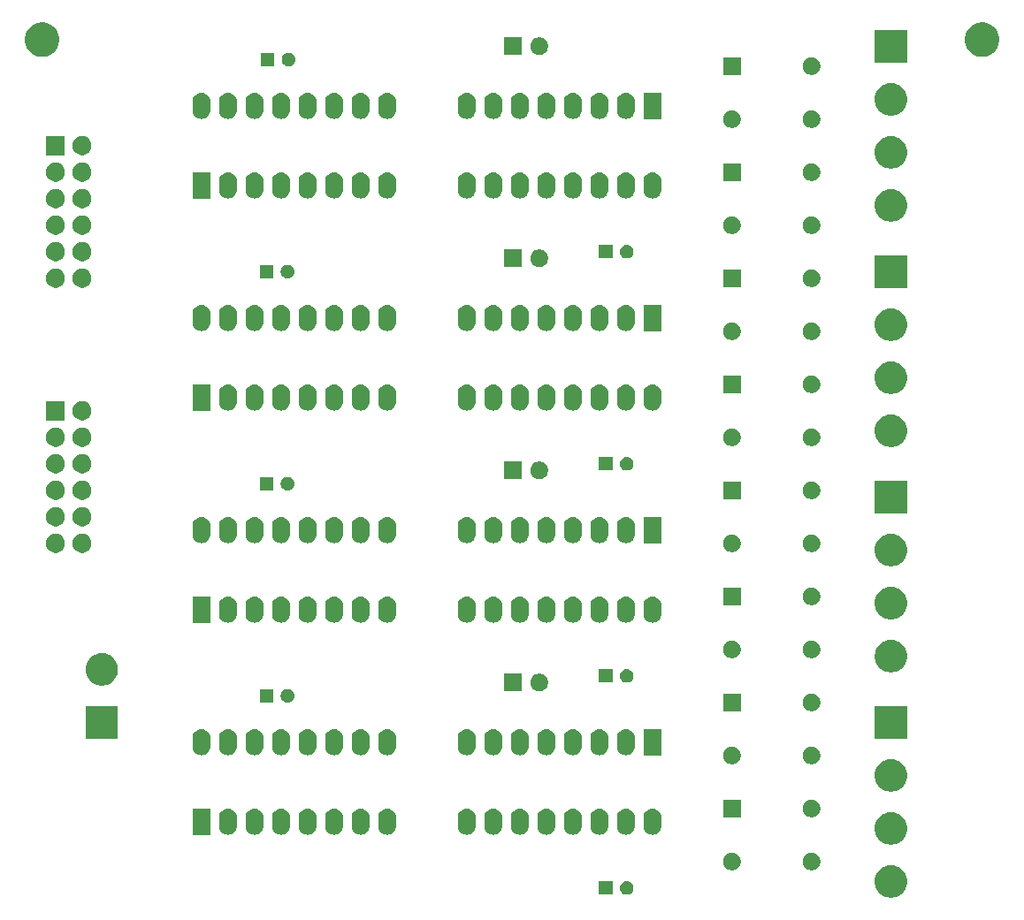
<source format=gbr>
G04 #@! TF.GenerationSoftware,KiCad,Pcbnew,(5.1.5)-3*
G04 #@! TF.CreationDate,2020-05-09T17:48:56+02:00*
G04 #@! TF.ProjectId,splitflap,73706c69-7466-46c6-9170-2e6b69636164,rev?*
G04 #@! TF.SameCoordinates,Original*
G04 #@! TF.FileFunction,Soldermask,Top*
G04 #@! TF.FilePolarity,Negative*
%FSLAX46Y46*%
G04 Gerber Fmt 4.6, Leading zero omitted, Abs format (unit mm)*
G04 Created by KiCad (PCBNEW (5.1.5)-3) date 2020-05-09 17:48:56*
%MOMM*%
%LPD*%
G04 APERTURE LIST*
%ADD10C,0.100000*%
G04 APERTURE END LIST*
D10*
G36*
X236522585Y-112143802D02*
G01*
X236672410Y-112173604D01*
X236954674Y-112290521D01*
X237208705Y-112460259D01*
X237424741Y-112676295D01*
X237594479Y-112930326D01*
X237711396Y-113212590D01*
X237771000Y-113512240D01*
X237771000Y-113817760D01*
X237711396Y-114117410D01*
X237594479Y-114399674D01*
X237424741Y-114653705D01*
X237208705Y-114869741D01*
X236954674Y-115039479D01*
X236672410Y-115156396D01*
X236522585Y-115186198D01*
X236372761Y-115216000D01*
X236067239Y-115216000D01*
X235917415Y-115186198D01*
X235767590Y-115156396D01*
X235485326Y-115039479D01*
X235231295Y-114869741D01*
X235015259Y-114653705D01*
X234845521Y-114399674D01*
X234728604Y-114117410D01*
X234669000Y-113817760D01*
X234669000Y-113512240D01*
X234728604Y-113212590D01*
X234845521Y-112930326D01*
X235015259Y-112676295D01*
X235231295Y-112460259D01*
X235485326Y-112290521D01*
X235767590Y-112173604D01*
X235917415Y-112143802D01*
X236067239Y-112114000D01*
X236372761Y-112114000D01*
X236522585Y-112143802D01*
G37*
G36*
X209566000Y-114951000D02*
G01*
X208264000Y-114951000D01*
X208264000Y-113649000D01*
X209566000Y-113649000D01*
X209566000Y-114951000D01*
G37*
G36*
X211104890Y-113674017D02*
G01*
X211223364Y-113723091D01*
X211329988Y-113794335D01*
X211420665Y-113885012D01*
X211491909Y-113991636D01*
X211540983Y-114110110D01*
X211566000Y-114235882D01*
X211566000Y-114364118D01*
X211540983Y-114489890D01*
X211491909Y-114608364D01*
X211420665Y-114714988D01*
X211329988Y-114805665D01*
X211223364Y-114876909D01*
X211223363Y-114876910D01*
X211223362Y-114876910D01*
X211104890Y-114925983D01*
X210979119Y-114951000D01*
X210850881Y-114951000D01*
X210725110Y-114925983D01*
X210606638Y-114876910D01*
X210606637Y-114876910D01*
X210606636Y-114876909D01*
X210500012Y-114805665D01*
X210409335Y-114714988D01*
X210338091Y-114608364D01*
X210289017Y-114489890D01*
X210264000Y-114364118D01*
X210264000Y-114235882D01*
X210289017Y-114110110D01*
X210338091Y-113991636D01*
X210409335Y-113885012D01*
X210500012Y-113794335D01*
X210606636Y-113723091D01*
X210725110Y-113674017D01*
X210850881Y-113649000D01*
X210979119Y-113649000D01*
X211104890Y-113674017D01*
G37*
G36*
X228848228Y-110941703D02*
G01*
X229003100Y-111005853D01*
X229142481Y-111098985D01*
X229261015Y-111217519D01*
X229354147Y-111356900D01*
X229418297Y-111511772D01*
X229451000Y-111676184D01*
X229451000Y-111843816D01*
X229418297Y-112008228D01*
X229354147Y-112163100D01*
X229261015Y-112302481D01*
X229142481Y-112421015D01*
X229003100Y-112514147D01*
X228848228Y-112578297D01*
X228683816Y-112611000D01*
X228516184Y-112611000D01*
X228351772Y-112578297D01*
X228196900Y-112514147D01*
X228057519Y-112421015D01*
X227938985Y-112302481D01*
X227845853Y-112163100D01*
X227781703Y-112008228D01*
X227749000Y-111843816D01*
X227749000Y-111676184D01*
X227781703Y-111511772D01*
X227845853Y-111356900D01*
X227938985Y-111217519D01*
X228057519Y-111098985D01*
X228196900Y-111005853D01*
X228351772Y-110941703D01*
X228516184Y-110909000D01*
X228683816Y-110909000D01*
X228848228Y-110941703D01*
G37*
G36*
X221228228Y-110941703D02*
G01*
X221383100Y-111005853D01*
X221522481Y-111098985D01*
X221641015Y-111217519D01*
X221734147Y-111356900D01*
X221798297Y-111511772D01*
X221831000Y-111676184D01*
X221831000Y-111843816D01*
X221798297Y-112008228D01*
X221734147Y-112163100D01*
X221641015Y-112302481D01*
X221522481Y-112421015D01*
X221383100Y-112514147D01*
X221228228Y-112578297D01*
X221063816Y-112611000D01*
X220896184Y-112611000D01*
X220731772Y-112578297D01*
X220576900Y-112514147D01*
X220437519Y-112421015D01*
X220318985Y-112302481D01*
X220225853Y-112163100D01*
X220161703Y-112008228D01*
X220129000Y-111843816D01*
X220129000Y-111676184D01*
X220161703Y-111511772D01*
X220225853Y-111356900D01*
X220318985Y-111217519D01*
X220437519Y-111098985D01*
X220576900Y-111005853D01*
X220731772Y-110941703D01*
X220896184Y-110909000D01*
X221063816Y-110909000D01*
X221228228Y-110941703D01*
G37*
G36*
X236522585Y-107063802D02*
G01*
X236672410Y-107093604D01*
X236954674Y-107210521D01*
X237208705Y-107380259D01*
X237424741Y-107596295D01*
X237594479Y-107850326D01*
X237711396Y-108132590D01*
X237771000Y-108432240D01*
X237771000Y-108737760D01*
X237711396Y-109037410D01*
X237594479Y-109319674D01*
X237424741Y-109573705D01*
X237208705Y-109789741D01*
X236954674Y-109959479D01*
X236672410Y-110076396D01*
X236522585Y-110106198D01*
X236372761Y-110136000D01*
X236067239Y-110136000D01*
X235917415Y-110106198D01*
X235767590Y-110076396D01*
X235485326Y-109959479D01*
X235231295Y-109789741D01*
X235015259Y-109573705D01*
X234845521Y-109319674D01*
X234728604Y-109037410D01*
X234669000Y-108737760D01*
X234669000Y-108432240D01*
X234728604Y-108132590D01*
X234845521Y-107850326D01*
X235015259Y-107596295D01*
X235231295Y-107380259D01*
X235485326Y-107210521D01*
X235767590Y-107093604D01*
X235917415Y-107063802D01*
X236067239Y-107034000D01*
X236372761Y-107034000D01*
X236522585Y-107063802D01*
G37*
G36*
X213526823Y-106711313D02*
G01*
X213687242Y-106759976D01*
X213819906Y-106830886D01*
X213835078Y-106838996D01*
X213964659Y-106945341D01*
X214071004Y-107074922D01*
X214071005Y-107074924D01*
X214150024Y-107222758D01*
X214198687Y-107383178D01*
X214211000Y-107508197D01*
X214211000Y-108391804D01*
X214198687Y-108516823D01*
X214150024Y-108677242D01*
X214117676Y-108737760D01*
X214071004Y-108825078D01*
X213964659Y-108954659D01*
X213835077Y-109061005D01*
X213687241Y-109140024D01*
X213526822Y-109188687D01*
X213360000Y-109205117D01*
X213193177Y-109188687D01*
X213032758Y-109140024D01*
X212884924Y-109061005D01*
X212884922Y-109061004D01*
X212755341Y-108954659D01*
X212648995Y-108825077D01*
X212569976Y-108677241D01*
X212521313Y-108516822D01*
X212509000Y-108391803D01*
X212509000Y-107508197D01*
X212521314Y-107383177D01*
X212569977Y-107222758D01*
X212648996Y-107074924D01*
X212648997Y-107074922D01*
X212755342Y-106945341D01*
X212884923Y-106838996D01*
X212900095Y-106830886D01*
X213032759Y-106759976D01*
X213193178Y-106711313D01*
X213360000Y-106694883D01*
X213526823Y-106711313D01*
G37*
G36*
X180506822Y-106711313D02*
G01*
X180667241Y-106759976D01*
X180815077Y-106838995D01*
X180923807Y-106928228D01*
X180944659Y-106945341D01*
X181051004Y-107074922D01*
X181051005Y-107074924D01*
X181130024Y-107222758D01*
X181178687Y-107383177D01*
X181191000Y-107508196D01*
X181191000Y-108391803D01*
X181178687Y-108516822D01*
X181130024Y-108677242D01*
X181097676Y-108737760D01*
X181051004Y-108825078D01*
X180944659Y-108954659D01*
X180815078Y-109061004D01*
X180815076Y-109061005D01*
X180667242Y-109140024D01*
X180506823Y-109188687D01*
X180340000Y-109205117D01*
X180173178Y-109188687D01*
X180012759Y-109140024D01*
X179864925Y-109061005D01*
X179864923Y-109061004D01*
X179735342Y-108954659D01*
X179628997Y-108825078D01*
X179582325Y-108737760D01*
X179549977Y-108677242D01*
X179501314Y-108516823D01*
X179489000Y-108391803D01*
X179489000Y-107508197D01*
X179501313Y-107383178D01*
X179549976Y-107222759D01*
X179628995Y-107074923D01*
X179735341Y-106945341D01*
X179756193Y-106928228D01*
X179864922Y-106838996D01*
X179880094Y-106830886D01*
X180012758Y-106759976D01*
X180173177Y-106711313D01*
X180340000Y-106694883D01*
X180506822Y-106711313D01*
G37*
G36*
X172886822Y-106711313D02*
G01*
X173047241Y-106759976D01*
X173195077Y-106838995D01*
X173303807Y-106928228D01*
X173324659Y-106945341D01*
X173431004Y-107074922D01*
X173431005Y-107074924D01*
X173510024Y-107222758D01*
X173558687Y-107383177D01*
X173571000Y-107508196D01*
X173571000Y-108391803D01*
X173558687Y-108516822D01*
X173510024Y-108677242D01*
X173477676Y-108737760D01*
X173431004Y-108825078D01*
X173324659Y-108954659D01*
X173195078Y-109061004D01*
X173195076Y-109061005D01*
X173047242Y-109140024D01*
X172886823Y-109188687D01*
X172720000Y-109205117D01*
X172553178Y-109188687D01*
X172392759Y-109140024D01*
X172244925Y-109061005D01*
X172244923Y-109061004D01*
X172115342Y-108954659D01*
X172008997Y-108825078D01*
X171962325Y-108737760D01*
X171929977Y-108677242D01*
X171881314Y-108516823D01*
X171869000Y-108391803D01*
X171869000Y-107508197D01*
X171881313Y-107383178D01*
X171929976Y-107222759D01*
X172008995Y-107074923D01*
X172115341Y-106945341D01*
X172136193Y-106928228D01*
X172244922Y-106838996D01*
X172260094Y-106830886D01*
X172392758Y-106759976D01*
X172553177Y-106711313D01*
X172720000Y-106694883D01*
X172886822Y-106711313D01*
G37*
G36*
X210986823Y-106711313D02*
G01*
X211147242Y-106759976D01*
X211279906Y-106830886D01*
X211295078Y-106838996D01*
X211424659Y-106945341D01*
X211531004Y-107074922D01*
X211531005Y-107074924D01*
X211610024Y-107222758D01*
X211658687Y-107383178D01*
X211671000Y-107508197D01*
X211671000Y-108391804D01*
X211658687Y-108516823D01*
X211610024Y-108677242D01*
X211577676Y-108737760D01*
X211531004Y-108825078D01*
X211424659Y-108954659D01*
X211295077Y-109061005D01*
X211147241Y-109140024D01*
X210986822Y-109188687D01*
X210820000Y-109205117D01*
X210653177Y-109188687D01*
X210492758Y-109140024D01*
X210344924Y-109061005D01*
X210344922Y-109061004D01*
X210215341Y-108954659D01*
X210108995Y-108825077D01*
X210029976Y-108677241D01*
X209981313Y-108516822D01*
X209969000Y-108391803D01*
X209969000Y-107508197D01*
X209981314Y-107383177D01*
X210029977Y-107222758D01*
X210108996Y-107074924D01*
X210108997Y-107074922D01*
X210215342Y-106945341D01*
X210344923Y-106838996D01*
X210360095Y-106830886D01*
X210492759Y-106759976D01*
X210653178Y-106711313D01*
X210820000Y-106694883D01*
X210986823Y-106711313D01*
G37*
G36*
X208446823Y-106711313D02*
G01*
X208607242Y-106759976D01*
X208739906Y-106830886D01*
X208755078Y-106838996D01*
X208884659Y-106945341D01*
X208991004Y-107074922D01*
X208991005Y-107074924D01*
X209070024Y-107222758D01*
X209118687Y-107383178D01*
X209131000Y-107508197D01*
X209131000Y-108391804D01*
X209118687Y-108516823D01*
X209070024Y-108677242D01*
X209037676Y-108737760D01*
X208991004Y-108825078D01*
X208884659Y-108954659D01*
X208755077Y-109061005D01*
X208607241Y-109140024D01*
X208446822Y-109188687D01*
X208280000Y-109205117D01*
X208113177Y-109188687D01*
X207952758Y-109140024D01*
X207804924Y-109061005D01*
X207804922Y-109061004D01*
X207675341Y-108954659D01*
X207568995Y-108825077D01*
X207489976Y-108677241D01*
X207441313Y-108516822D01*
X207429000Y-108391803D01*
X207429000Y-107508197D01*
X207441314Y-107383177D01*
X207489977Y-107222758D01*
X207568996Y-107074924D01*
X207568997Y-107074922D01*
X207675342Y-106945341D01*
X207804923Y-106838996D01*
X207820095Y-106830886D01*
X207952759Y-106759976D01*
X208113178Y-106711313D01*
X208280000Y-106694883D01*
X208446823Y-106711313D01*
G37*
G36*
X205906823Y-106711313D02*
G01*
X206067242Y-106759976D01*
X206199906Y-106830886D01*
X206215078Y-106838996D01*
X206344659Y-106945341D01*
X206451004Y-107074922D01*
X206451005Y-107074924D01*
X206530024Y-107222758D01*
X206578687Y-107383178D01*
X206591000Y-107508197D01*
X206591000Y-108391804D01*
X206578687Y-108516823D01*
X206530024Y-108677242D01*
X206497676Y-108737760D01*
X206451004Y-108825078D01*
X206344659Y-108954659D01*
X206215077Y-109061005D01*
X206067241Y-109140024D01*
X205906822Y-109188687D01*
X205740000Y-109205117D01*
X205573177Y-109188687D01*
X205412758Y-109140024D01*
X205264924Y-109061005D01*
X205264922Y-109061004D01*
X205135341Y-108954659D01*
X205028995Y-108825077D01*
X204949976Y-108677241D01*
X204901313Y-108516822D01*
X204889000Y-108391803D01*
X204889000Y-107508197D01*
X204901314Y-107383177D01*
X204949977Y-107222758D01*
X205028996Y-107074924D01*
X205028997Y-107074922D01*
X205135342Y-106945341D01*
X205264923Y-106838996D01*
X205280095Y-106830886D01*
X205412759Y-106759976D01*
X205573178Y-106711313D01*
X205740000Y-106694883D01*
X205906823Y-106711313D01*
G37*
G36*
X203366823Y-106711313D02*
G01*
X203527242Y-106759976D01*
X203659906Y-106830886D01*
X203675078Y-106838996D01*
X203804659Y-106945341D01*
X203911004Y-107074922D01*
X203911005Y-107074924D01*
X203990024Y-107222758D01*
X204038687Y-107383178D01*
X204051000Y-107508197D01*
X204051000Y-108391804D01*
X204038687Y-108516823D01*
X203990024Y-108677242D01*
X203957676Y-108737760D01*
X203911004Y-108825078D01*
X203804659Y-108954659D01*
X203675077Y-109061005D01*
X203527241Y-109140024D01*
X203366822Y-109188687D01*
X203200000Y-109205117D01*
X203033177Y-109188687D01*
X202872758Y-109140024D01*
X202724924Y-109061005D01*
X202724922Y-109061004D01*
X202595341Y-108954659D01*
X202488995Y-108825077D01*
X202409976Y-108677241D01*
X202361313Y-108516822D01*
X202349000Y-108391803D01*
X202349000Y-107508197D01*
X202361314Y-107383177D01*
X202409977Y-107222758D01*
X202488996Y-107074924D01*
X202488997Y-107074922D01*
X202595342Y-106945341D01*
X202724923Y-106838996D01*
X202740095Y-106830886D01*
X202872759Y-106759976D01*
X203033178Y-106711313D01*
X203200000Y-106694883D01*
X203366823Y-106711313D01*
G37*
G36*
X198286823Y-106711313D02*
G01*
X198447242Y-106759976D01*
X198579906Y-106830886D01*
X198595078Y-106838996D01*
X198724659Y-106945341D01*
X198831004Y-107074922D01*
X198831005Y-107074924D01*
X198910024Y-107222758D01*
X198958687Y-107383178D01*
X198971000Y-107508197D01*
X198971000Y-108391804D01*
X198958687Y-108516823D01*
X198910024Y-108677242D01*
X198877676Y-108737760D01*
X198831004Y-108825078D01*
X198724659Y-108954659D01*
X198595077Y-109061005D01*
X198447241Y-109140024D01*
X198286822Y-109188687D01*
X198120000Y-109205117D01*
X197953177Y-109188687D01*
X197792758Y-109140024D01*
X197644924Y-109061005D01*
X197644922Y-109061004D01*
X197515341Y-108954659D01*
X197408995Y-108825077D01*
X197329976Y-108677241D01*
X197281313Y-108516822D01*
X197269000Y-108391803D01*
X197269000Y-107508197D01*
X197281314Y-107383177D01*
X197329977Y-107222758D01*
X197408996Y-107074924D01*
X197408997Y-107074922D01*
X197515342Y-106945341D01*
X197644923Y-106838996D01*
X197660095Y-106830886D01*
X197792759Y-106759976D01*
X197953178Y-106711313D01*
X198120000Y-106694883D01*
X198286823Y-106711313D01*
G37*
G36*
X195746823Y-106711313D02*
G01*
X195907242Y-106759976D01*
X196039906Y-106830886D01*
X196055078Y-106838996D01*
X196184659Y-106945341D01*
X196291004Y-107074922D01*
X196291005Y-107074924D01*
X196370024Y-107222758D01*
X196418687Y-107383178D01*
X196431000Y-107508197D01*
X196431000Y-108391804D01*
X196418687Y-108516823D01*
X196370024Y-108677242D01*
X196337676Y-108737760D01*
X196291004Y-108825078D01*
X196184659Y-108954659D01*
X196055077Y-109061005D01*
X195907241Y-109140024D01*
X195746822Y-109188687D01*
X195580000Y-109205117D01*
X195413177Y-109188687D01*
X195252758Y-109140024D01*
X195104924Y-109061005D01*
X195104922Y-109061004D01*
X194975341Y-108954659D01*
X194868995Y-108825077D01*
X194789976Y-108677241D01*
X194741313Y-108516822D01*
X194729000Y-108391803D01*
X194729000Y-107508197D01*
X194741314Y-107383177D01*
X194789977Y-107222758D01*
X194868996Y-107074924D01*
X194868997Y-107074922D01*
X194975342Y-106945341D01*
X195104923Y-106838996D01*
X195120095Y-106830886D01*
X195252759Y-106759976D01*
X195413178Y-106711313D01*
X195580000Y-106694883D01*
X195746823Y-106711313D01*
G37*
G36*
X175426822Y-106711313D02*
G01*
X175587241Y-106759976D01*
X175735077Y-106838995D01*
X175843807Y-106928228D01*
X175864659Y-106945341D01*
X175971004Y-107074922D01*
X175971005Y-107074924D01*
X176050024Y-107222758D01*
X176098687Y-107383177D01*
X176111000Y-107508196D01*
X176111000Y-108391803D01*
X176098687Y-108516822D01*
X176050024Y-108677242D01*
X176017676Y-108737760D01*
X175971004Y-108825078D01*
X175864659Y-108954659D01*
X175735078Y-109061004D01*
X175735076Y-109061005D01*
X175587242Y-109140024D01*
X175426823Y-109188687D01*
X175260000Y-109205117D01*
X175093178Y-109188687D01*
X174932759Y-109140024D01*
X174784925Y-109061005D01*
X174784923Y-109061004D01*
X174655342Y-108954659D01*
X174548997Y-108825078D01*
X174502325Y-108737760D01*
X174469977Y-108677242D01*
X174421314Y-108516823D01*
X174409000Y-108391803D01*
X174409000Y-107508197D01*
X174421313Y-107383178D01*
X174469976Y-107222759D01*
X174548995Y-107074923D01*
X174655341Y-106945341D01*
X174676193Y-106928228D01*
X174784922Y-106838996D01*
X174800094Y-106830886D01*
X174932758Y-106759976D01*
X175093177Y-106711313D01*
X175260000Y-106694883D01*
X175426822Y-106711313D01*
G37*
G36*
X177966822Y-106711313D02*
G01*
X178127241Y-106759976D01*
X178275077Y-106838995D01*
X178383807Y-106928228D01*
X178404659Y-106945341D01*
X178511004Y-107074922D01*
X178511005Y-107074924D01*
X178590024Y-107222758D01*
X178638687Y-107383177D01*
X178651000Y-107508196D01*
X178651000Y-108391803D01*
X178638687Y-108516822D01*
X178590024Y-108677242D01*
X178557676Y-108737760D01*
X178511004Y-108825078D01*
X178404659Y-108954659D01*
X178275078Y-109061004D01*
X178275076Y-109061005D01*
X178127242Y-109140024D01*
X177966823Y-109188687D01*
X177800000Y-109205117D01*
X177633178Y-109188687D01*
X177472759Y-109140024D01*
X177324925Y-109061005D01*
X177324923Y-109061004D01*
X177195342Y-108954659D01*
X177088997Y-108825078D01*
X177042325Y-108737760D01*
X177009977Y-108677242D01*
X176961314Y-108516823D01*
X176949000Y-108391803D01*
X176949000Y-107508197D01*
X176961313Y-107383178D01*
X177009976Y-107222759D01*
X177088995Y-107074923D01*
X177195341Y-106945341D01*
X177216193Y-106928228D01*
X177324922Y-106838996D01*
X177340094Y-106830886D01*
X177472758Y-106759976D01*
X177633177Y-106711313D01*
X177800000Y-106694883D01*
X177966822Y-106711313D01*
G37*
G36*
X185586822Y-106711313D02*
G01*
X185747241Y-106759976D01*
X185895077Y-106838995D01*
X186003807Y-106928228D01*
X186024659Y-106945341D01*
X186131004Y-107074922D01*
X186131005Y-107074924D01*
X186210024Y-107222758D01*
X186258687Y-107383177D01*
X186271000Y-107508196D01*
X186271000Y-108391803D01*
X186258687Y-108516822D01*
X186210024Y-108677242D01*
X186177676Y-108737760D01*
X186131004Y-108825078D01*
X186024659Y-108954659D01*
X185895078Y-109061004D01*
X185895076Y-109061005D01*
X185747242Y-109140024D01*
X185586823Y-109188687D01*
X185420000Y-109205117D01*
X185253178Y-109188687D01*
X185092759Y-109140024D01*
X184944925Y-109061005D01*
X184944923Y-109061004D01*
X184815342Y-108954659D01*
X184708997Y-108825078D01*
X184662325Y-108737760D01*
X184629977Y-108677242D01*
X184581314Y-108516823D01*
X184569000Y-108391803D01*
X184569000Y-107508197D01*
X184581313Y-107383178D01*
X184629976Y-107222759D01*
X184708995Y-107074923D01*
X184815341Y-106945341D01*
X184836193Y-106928228D01*
X184944922Y-106838996D01*
X184960094Y-106830886D01*
X185092758Y-106759976D01*
X185253177Y-106711313D01*
X185420000Y-106694883D01*
X185586822Y-106711313D01*
G37*
G36*
X188126822Y-106711313D02*
G01*
X188287241Y-106759976D01*
X188435077Y-106838995D01*
X188543807Y-106928228D01*
X188564659Y-106945341D01*
X188671004Y-107074922D01*
X188671005Y-107074924D01*
X188750024Y-107222758D01*
X188798687Y-107383177D01*
X188811000Y-107508196D01*
X188811000Y-108391803D01*
X188798687Y-108516822D01*
X188750024Y-108677242D01*
X188717676Y-108737760D01*
X188671004Y-108825078D01*
X188564659Y-108954659D01*
X188435078Y-109061004D01*
X188435076Y-109061005D01*
X188287242Y-109140024D01*
X188126823Y-109188687D01*
X187960000Y-109205117D01*
X187793178Y-109188687D01*
X187632759Y-109140024D01*
X187484925Y-109061005D01*
X187484923Y-109061004D01*
X187355342Y-108954659D01*
X187248997Y-108825078D01*
X187202325Y-108737760D01*
X187169977Y-108677242D01*
X187121314Y-108516823D01*
X187109000Y-108391803D01*
X187109000Y-107508197D01*
X187121313Y-107383178D01*
X187169976Y-107222759D01*
X187248995Y-107074923D01*
X187355341Y-106945341D01*
X187376193Y-106928228D01*
X187484922Y-106838996D01*
X187500094Y-106830886D01*
X187632758Y-106759976D01*
X187793177Y-106711313D01*
X187960000Y-106694883D01*
X188126822Y-106711313D01*
G37*
G36*
X183046822Y-106711313D02*
G01*
X183207241Y-106759976D01*
X183355077Y-106838995D01*
X183463807Y-106928228D01*
X183484659Y-106945341D01*
X183591004Y-107074922D01*
X183591005Y-107074924D01*
X183670024Y-107222758D01*
X183718687Y-107383177D01*
X183731000Y-107508196D01*
X183731000Y-108391803D01*
X183718687Y-108516822D01*
X183670024Y-108677242D01*
X183637676Y-108737760D01*
X183591004Y-108825078D01*
X183484659Y-108954659D01*
X183355078Y-109061004D01*
X183355076Y-109061005D01*
X183207242Y-109140024D01*
X183046823Y-109188687D01*
X182880000Y-109205117D01*
X182713178Y-109188687D01*
X182552759Y-109140024D01*
X182404925Y-109061005D01*
X182404923Y-109061004D01*
X182275342Y-108954659D01*
X182168997Y-108825078D01*
X182122325Y-108737760D01*
X182089977Y-108677242D01*
X182041314Y-108516823D01*
X182029000Y-108391803D01*
X182029000Y-107508197D01*
X182041313Y-107383178D01*
X182089976Y-107222759D01*
X182168995Y-107074923D01*
X182275341Y-106945341D01*
X182296193Y-106928228D01*
X182404922Y-106838996D01*
X182420094Y-106830886D01*
X182552758Y-106759976D01*
X182713177Y-106711313D01*
X182880000Y-106694883D01*
X183046822Y-106711313D01*
G37*
G36*
X200826823Y-106711313D02*
G01*
X200987242Y-106759976D01*
X201119906Y-106830886D01*
X201135078Y-106838996D01*
X201264659Y-106945341D01*
X201371004Y-107074922D01*
X201371005Y-107074924D01*
X201450024Y-107222758D01*
X201498687Y-107383178D01*
X201511000Y-107508197D01*
X201511000Y-108391804D01*
X201498687Y-108516823D01*
X201450024Y-108677242D01*
X201417676Y-108737760D01*
X201371004Y-108825078D01*
X201264659Y-108954659D01*
X201135077Y-109061005D01*
X200987241Y-109140024D01*
X200826822Y-109188687D01*
X200660000Y-109205117D01*
X200493177Y-109188687D01*
X200332758Y-109140024D01*
X200184924Y-109061005D01*
X200184922Y-109061004D01*
X200055341Y-108954659D01*
X199948995Y-108825077D01*
X199869976Y-108677241D01*
X199821313Y-108516822D01*
X199809000Y-108391803D01*
X199809000Y-107508197D01*
X199821314Y-107383177D01*
X199869977Y-107222758D01*
X199948996Y-107074924D01*
X199948997Y-107074922D01*
X200055342Y-106945341D01*
X200184923Y-106838996D01*
X200200095Y-106830886D01*
X200332759Y-106759976D01*
X200493178Y-106711313D01*
X200660000Y-106694883D01*
X200826823Y-106711313D01*
G37*
G36*
X171031000Y-109201000D02*
G01*
X169329000Y-109201000D01*
X169329000Y-106699000D01*
X171031000Y-106699000D01*
X171031000Y-109201000D01*
G37*
G36*
X228848228Y-105861703D02*
G01*
X229003100Y-105925853D01*
X229142481Y-106018985D01*
X229261015Y-106137519D01*
X229354147Y-106276900D01*
X229418297Y-106431772D01*
X229451000Y-106596184D01*
X229451000Y-106763816D01*
X229418297Y-106928228D01*
X229354147Y-107083100D01*
X229261015Y-107222481D01*
X229142481Y-107341015D01*
X229003100Y-107434147D01*
X228848228Y-107498297D01*
X228683816Y-107531000D01*
X228516184Y-107531000D01*
X228351772Y-107498297D01*
X228196900Y-107434147D01*
X228057519Y-107341015D01*
X227938985Y-107222481D01*
X227845853Y-107083100D01*
X227781703Y-106928228D01*
X227749000Y-106763816D01*
X227749000Y-106596184D01*
X227781703Y-106431772D01*
X227845853Y-106276900D01*
X227938985Y-106137519D01*
X228057519Y-106018985D01*
X228196900Y-105925853D01*
X228351772Y-105861703D01*
X228516184Y-105829000D01*
X228683816Y-105829000D01*
X228848228Y-105861703D01*
G37*
G36*
X221831000Y-107531000D02*
G01*
X220129000Y-107531000D01*
X220129000Y-105829000D01*
X221831000Y-105829000D01*
X221831000Y-107531000D01*
G37*
G36*
X236522585Y-101983802D02*
G01*
X236672410Y-102013604D01*
X236954674Y-102130521D01*
X237208705Y-102300259D01*
X237424741Y-102516295D01*
X237594479Y-102770326D01*
X237711396Y-103052590D01*
X237771000Y-103352240D01*
X237771000Y-103657760D01*
X237711396Y-103957410D01*
X237594479Y-104239674D01*
X237424741Y-104493705D01*
X237208705Y-104709741D01*
X236954674Y-104879479D01*
X236672410Y-104996396D01*
X236522585Y-105026198D01*
X236372761Y-105056000D01*
X236067239Y-105056000D01*
X235917415Y-105026198D01*
X235767590Y-104996396D01*
X235485326Y-104879479D01*
X235231295Y-104709741D01*
X235015259Y-104493705D01*
X234845521Y-104239674D01*
X234728604Y-103957410D01*
X234669000Y-103657760D01*
X234669000Y-103352240D01*
X234728604Y-103052590D01*
X234845521Y-102770326D01*
X235015259Y-102516295D01*
X235231295Y-102300259D01*
X235485326Y-102130521D01*
X235767590Y-102013604D01*
X235917415Y-101983802D01*
X236067239Y-101954000D01*
X236372761Y-101954000D01*
X236522585Y-101983802D01*
G37*
G36*
X221228228Y-100781703D02*
G01*
X221383100Y-100845853D01*
X221522481Y-100938985D01*
X221641015Y-101057519D01*
X221734147Y-101196900D01*
X221798297Y-101351772D01*
X221831000Y-101516184D01*
X221831000Y-101683816D01*
X221798297Y-101848228D01*
X221734147Y-102003100D01*
X221641015Y-102142481D01*
X221522481Y-102261015D01*
X221383100Y-102354147D01*
X221228228Y-102418297D01*
X221063816Y-102451000D01*
X220896184Y-102451000D01*
X220731772Y-102418297D01*
X220576900Y-102354147D01*
X220437519Y-102261015D01*
X220318985Y-102142481D01*
X220225853Y-102003100D01*
X220161703Y-101848228D01*
X220129000Y-101683816D01*
X220129000Y-101516184D01*
X220161703Y-101351772D01*
X220225853Y-101196900D01*
X220318985Y-101057519D01*
X220437519Y-100938985D01*
X220576900Y-100845853D01*
X220731772Y-100781703D01*
X220896184Y-100749000D01*
X221063816Y-100749000D01*
X221228228Y-100781703D01*
G37*
G36*
X228848228Y-100781703D02*
G01*
X229003100Y-100845853D01*
X229142481Y-100938985D01*
X229261015Y-101057519D01*
X229354147Y-101196900D01*
X229418297Y-101351772D01*
X229451000Y-101516184D01*
X229451000Y-101683816D01*
X229418297Y-101848228D01*
X229354147Y-102003100D01*
X229261015Y-102142481D01*
X229142481Y-102261015D01*
X229003100Y-102354147D01*
X228848228Y-102418297D01*
X228683816Y-102451000D01*
X228516184Y-102451000D01*
X228351772Y-102418297D01*
X228196900Y-102354147D01*
X228057519Y-102261015D01*
X227938985Y-102142481D01*
X227845853Y-102003100D01*
X227781703Y-101848228D01*
X227749000Y-101683816D01*
X227749000Y-101516184D01*
X227781703Y-101351772D01*
X227845853Y-101196900D01*
X227938985Y-101057519D01*
X228057519Y-100938985D01*
X228196900Y-100845853D01*
X228351772Y-100781703D01*
X228516184Y-100749000D01*
X228683816Y-100749000D01*
X228848228Y-100781703D01*
G37*
G36*
X195746823Y-99091313D02*
G01*
X195907242Y-99139976D01*
X196039906Y-99210886D01*
X196055078Y-99218996D01*
X196184659Y-99325341D01*
X196291004Y-99454922D01*
X196291005Y-99454924D01*
X196370024Y-99602758D01*
X196418687Y-99763178D01*
X196431000Y-99888197D01*
X196431000Y-100771804D01*
X196418687Y-100896823D01*
X196370024Y-101057242D01*
X196369875Y-101057520D01*
X196291004Y-101205078D01*
X196184659Y-101334659D01*
X196055077Y-101441005D01*
X195907241Y-101520024D01*
X195746822Y-101568687D01*
X195580000Y-101585117D01*
X195413177Y-101568687D01*
X195252758Y-101520024D01*
X195104924Y-101441005D01*
X195104922Y-101441004D01*
X194975341Y-101334659D01*
X194868995Y-101205077D01*
X194789976Y-101057241D01*
X194741313Y-100896822D01*
X194729000Y-100771803D01*
X194729000Y-99888197D01*
X194741314Y-99763177D01*
X194789977Y-99602758D01*
X194868996Y-99454924D01*
X194868997Y-99454922D01*
X194975342Y-99325341D01*
X195104923Y-99218996D01*
X195120095Y-99210886D01*
X195252759Y-99139976D01*
X195413178Y-99091313D01*
X195580000Y-99074883D01*
X195746823Y-99091313D01*
G37*
G36*
X172886822Y-99091313D02*
G01*
X173047241Y-99139976D01*
X173195077Y-99218995D01*
X173324659Y-99325341D01*
X173431004Y-99454922D01*
X173431005Y-99454924D01*
X173510024Y-99602758D01*
X173558687Y-99763177D01*
X173571000Y-99888196D01*
X173571000Y-100771803D01*
X173558687Y-100896822D01*
X173510024Y-101057242D01*
X173509875Y-101057520D01*
X173431004Y-101205078D01*
X173324659Y-101334659D01*
X173195078Y-101441004D01*
X173195076Y-101441005D01*
X173047242Y-101520024D01*
X172886823Y-101568687D01*
X172720000Y-101585117D01*
X172553178Y-101568687D01*
X172392759Y-101520024D01*
X172244925Y-101441005D01*
X172244923Y-101441004D01*
X172115342Y-101334659D01*
X172008997Y-101205078D01*
X171930126Y-101057520D01*
X171929977Y-101057242D01*
X171881314Y-100896823D01*
X171869000Y-100771803D01*
X171869000Y-99888197D01*
X171881313Y-99763178D01*
X171929976Y-99602759D01*
X172008995Y-99454923D01*
X172115341Y-99325341D01*
X172244922Y-99218996D01*
X172260094Y-99210886D01*
X172392758Y-99139976D01*
X172553177Y-99091313D01*
X172720000Y-99074883D01*
X172886822Y-99091313D01*
G37*
G36*
X170346822Y-99091313D02*
G01*
X170507241Y-99139976D01*
X170655077Y-99218995D01*
X170784659Y-99325341D01*
X170891004Y-99454922D01*
X170891005Y-99454924D01*
X170970024Y-99602758D01*
X171018687Y-99763177D01*
X171031000Y-99888196D01*
X171031000Y-100771803D01*
X171018687Y-100896822D01*
X170970024Y-101057242D01*
X170969875Y-101057520D01*
X170891004Y-101205078D01*
X170784659Y-101334659D01*
X170655078Y-101441004D01*
X170655076Y-101441005D01*
X170507242Y-101520024D01*
X170346823Y-101568687D01*
X170180000Y-101585117D01*
X170013178Y-101568687D01*
X169852759Y-101520024D01*
X169704925Y-101441005D01*
X169704923Y-101441004D01*
X169575342Y-101334659D01*
X169468997Y-101205078D01*
X169390126Y-101057520D01*
X169389977Y-101057242D01*
X169341314Y-100896823D01*
X169329000Y-100771803D01*
X169329000Y-99888197D01*
X169341313Y-99763178D01*
X169389976Y-99602759D01*
X169468995Y-99454923D01*
X169575341Y-99325341D01*
X169704922Y-99218996D01*
X169720094Y-99210886D01*
X169852758Y-99139976D01*
X170013177Y-99091313D01*
X170180000Y-99074883D01*
X170346822Y-99091313D01*
G37*
G36*
X175426822Y-99091313D02*
G01*
X175587241Y-99139976D01*
X175735077Y-99218995D01*
X175864659Y-99325341D01*
X175971004Y-99454922D01*
X175971005Y-99454924D01*
X176050024Y-99602758D01*
X176098687Y-99763177D01*
X176111000Y-99888196D01*
X176111000Y-100771803D01*
X176098687Y-100896822D01*
X176050024Y-101057242D01*
X176049875Y-101057520D01*
X175971004Y-101205078D01*
X175864659Y-101334659D01*
X175735078Y-101441004D01*
X175735076Y-101441005D01*
X175587242Y-101520024D01*
X175426823Y-101568687D01*
X175260000Y-101585117D01*
X175093178Y-101568687D01*
X174932759Y-101520024D01*
X174784925Y-101441005D01*
X174784923Y-101441004D01*
X174655342Y-101334659D01*
X174548997Y-101205078D01*
X174470126Y-101057520D01*
X174469977Y-101057242D01*
X174421314Y-100896823D01*
X174409000Y-100771803D01*
X174409000Y-99888197D01*
X174421313Y-99763178D01*
X174469976Y-99602759D01*
X174548995Y-99454923D01*
X174655341Y-99325341D01*
X174784922Y-99218996D01*
X174800094Y-99210886D01*
X174932758Y-99139976D01*
X175093177Y-99091313D01*
X175260000Y-99074883D01*
X175426822Y-99091313D01*
G37*
G36*
X177966822Y-99091313D02*
G01*
X178127241Y-99139976D01*
X178275077Y-99218995D01*
X178404659Y-99325341D01*
X178511004Y-99454922D01*
X178511005Y-99454924D01*
X178590024Y-99602758D01*
X178638687Y-99763177D01*
X178651000Y-99888196D01*
X178651000Y-100771803D01*
X178638687Y-100896822D01*
X178590024Y-101057242D01*
X178589875Y-101057520D01*
X178511004Y-101205078D01*
X178404659Y-101334659D01*
X178275078Y-101441004D01*
X178275076Y-101441005D01*
X178127242Y-101520024D01*
X177966823Y-101568687D01*
X177800000Y-101585117D01*
X177633178Y-101568687D01*
X177472759Y-101520024D01*
X177324925Y-101441005D01*
X177324923Y-101441004D01*
X177195342Y-101334659D01*
X177088997Y-101205078D01*
X177010126Y-101057520D01*
X177009977Y-101057242D01*
X176961314Y-100896823D01*
X176949000Y-100771803D01*
X176949000Y-99888197D01*
X176961313Y-99763178D01*
X177009976Y-99602759D01*
X177088995Y-99454923D01*
X177195341Y-99325341D01*
X177324922Y-99218996D01*
X177340094Y-99210886D01*
X177472758Y-99139976D01*
X177633177Y-99091313D01*
X177800000Y-99074883D01*
X177966822Y-99091313D01*
G37*
G36*
X180506822Y-99091313D02*
G01*
X180667241Y-99139976D01*
X180815077Y-99218995D01*
X180944659Y-99325341D01*
X181051004Y-99454922D01*
X181051005Y-99454924D01*
X181130024Y-99602758D01*
X181178687Y-99763177D01*
X181191000Y-99888196D01*
X181191000Y-100771803D01*
X181178687Y-100896822D01*
X181130024Y-101057242D01*
X181129875Y-101057520D01*
X181051004Y-101205078D01*
X180944659Y-101334659D01*
X180815078Y-101441004D01*
X180815076Y-101441005D01*
X180667242Y-101520024D01*
X180506823Y-101568687D01*
X180340000Y-101585117D01*
X180173178Y-101568687D01*
X180012759Y-101520024D01*
X179864925Y-101441005D01*
X179864923Y-101441004D01*
X179735342Y-101334659D01*
X179628997Y-101205078D01*
X179550126Y-101057520D01*
X179549977Y-101057242D01*
X179501314Y-100896823D01*
X179489000Y-100771803D01*
X179489000Y-99888197D01*
X179501313Y-99763178D01*
X179549976Y-99602759D01*
X179628995Y-99454923D01*
X179735341Y-99325341D01*
X179864922Y-99218996D01*
X179880094Y-99210886D01*
X180012758Y-99139976D01*
X180173177Y-99091313D01*
X180340000Y-99074883D01*
X180506822Y-99091313D01*
G37*
G36*
X183046822Y-99091313D02*
G01*
X183207241Y-99139976D01*
X183355077Y-99218995D01*
X183484659Y-99325341D01*
X183591004Y-99454922D01*
X183591005Y-99454924D01*
X183670024Y-99602758D01*
X183718687Y-99763177D01*
X183731000Y-99888196D01*
X183731000Y-100771803D01*
X183718687Y-100896822D01*
X183670024Y-101057242D01*
X183669875Y-101057520D01*
X183591004Y-101205078D01*
X183484659Y-101334659D01*
X183355078Y-101441004D01*
X183355076Y-101441005D01*
X183207242Y-101520024D01*
X183046823Y-101568687D01*
X182880000Y-101585117D01*
X182713178Y-101568687D01*
X182552759Y-101520024D01*
X182404925Y-101441005D01*
X182404923Y-101441004D01*
X182275342Y-101334659D01*
X182168997Y-101205078D01*
X182090126Y-101057520D01*
X182089977Y-101057242D01*
X182041314Y-100896823D01*
X182029000Y-100771803D01*
X182029000Y-99888197D01*
X182041313Y-99763178D01*
X182089976Y-99602759D01*
X182168995Y-99454923D01*
X182275341Y-99325341D01*
X182404922Y-99218996D01*
X182420094Y-99210886D01*
X182552758Y-99139976D01*
X182713177Y-99091313D01*
X182880000Y-99074883D01*
X183046822Y-99091313D01*
G37*
G36*
X198286823Y-99091313D02*
G01*
X198447242Y-99139976D01*
X198579906Y-99210886D01*
X198595078Y-99218996D01*
X198724659Y-99325341D01*
X198831004Y-99454922D01*
X198831005Y-99454924D01*
X198910024Y-99602758D01*
X198958687Y-99763178D01*
X198971000Y-99888197D01*
X198971000Y-100771804D01*
X198958687Y-100896823D01*
X198910024Y-101057242D01*
X198909875Y-101057520D01*
X198831004Y-101205078D01*
X198724659Y-101334659D01*
X198595077Y-101441005D01*
X198447241Y-101520024D01*
X198286822Y-101568687D01*
X198120000Y-101585117D01*
X197953177Y-101568687D01*
X197792758Y-101520024D01*
X197644924Y-101441005D01*
X197644922Y-101441004D01*
X197515341Y-101334659D01*
X197408995Y-101205077D01*
X197329976Y-101057241D01*
X197281313Y-100896822D01*
X197269000Y-100771803D01*
X197269000Y-99888197D01*
X197281314Y-99763177D01*
X197329977Y-99602758D01*
X197408996Y-99454924D01*
X197408997Y-99454922D01*
X197515342Y-99325341D01*
X197644923Y-99218996D01*
X197660095Y-99210886D01*
X197792759Y-99139976D01*
X197953178Y-99091313D01*
X198120000Y-99074883D01*
X198286823Y-99091313D01*
G37*
G36*
X200826823Y-99091313D02*
G01*
X200987242Y-99139976D01*
X201119906Y-99210886D01*
X201135078Y-99218996D01*
X201264659Y-99325341D01*
X201371004Y-99454922D01*
X201371005Y-99454924D01*
X201450024Y-99602758D01*
X201498687Y-99763178D01*
X201511000Y-99888197D01*
X201511000Y-100771804D01*
X201498687Y-100896823D01*
X201450024Y-101057242D01*
X201449875Y-101057520D01*
X201371004Y-101205078D01*
X201264659Y-101334659D01*
X201135077Y-101441005D01*
X200987241Y-101520024D01*
X200826822Y-101568687D01*
X200660000Y-101585117D01*
X200493177Y-101568687D01*
X200332758Y-101520024D01*
X200184924Y-101441005D01*
X200184922Y-101441004D01*
X200055341Y-101334659D01*
X199948995Y-101205077D01*
X199869976Y-101057241D01*
X199821313Y-100896822D01*
X199809000Y-100771803D01*
X199809000Y-99888197D01*
X199821314Y-99763177D01*
X199869977Y-99602758D01*
X199948996Y-99454924D01*
X199948997Y-99454922D01*
X200055342Y-99325341D01*
X200184923Y-99218996D01*
X200200095Y-99210886D01*
X200332759Y-99139976D01*
X200493178Y-99091313D01*
X200660000Y-99074883D01*
X200826823Y-99091313D01*
G37*
G36*
X208446823Y-99091313D02*
G01*
X208607242Y-99139976D01*
X208739906Y-99210886D01*
X208755078Y-99218996D01*
X208884659Y-99325341D01*
X208991004Y-99454922D01*
X208991005Y-99454924D01*
X209070024Y-99602758D01*
X209118687Y-99763178D01*
X209131000Y-99888197D01*
X209131000Y-100771804D01*
X209118687Y-100896823D01*
X209070024Y-101057242D01*
X209069875Y-101057520D01*
X208991004Y-101205078D01*
X208884659Y-101334659D01*
X208755077Y-101441005D01*
X208607241Y-101520024D01*
X208446822Y-101568687D01*
X208280000Y-101585117D01*
X208113177Y-101568687D01*
X207952758Y-101520024D01*
X207804924Y-101441005D01*
X207804922Y-101441004D01*
X207675341Y-101334659D01*
X207568995Y-101205077D01*
X207489976Y-101057241D01*
X207441313Y-100896822D01*
X207429000Y-100771803D01*
X207429000Y-99888197D01*
X207441314Y-99763177D01*
X207489977Y-99602758D01*
X207568996Y-99454924D01*
X207568997Y-99454922D01*
X207675342Y-99325341D01*
X207804923Y-99218996D01*
X207820095Y-99210886D01*
X207952759Y-99139976D01*
X208113178Y-99091313D01*
X208280000Y-99074883D01*
X208446823Y-99091313D01*
G37*
G36*
X210986823Y-99091313D02*
G01*
X211147242Y-99139976D01*
X211279906Y-99210886D01*
X211295078Y-99218996D01*
X211424659Y-99325341D01*
X211531004Y-99454922D01*
X211531005Y-99454924D01*
X211610024Y-99602758D01*
X211658687Y-99763178D01*
X211671000Y-99888197D01*
X211671000Y-100771804D01*
X211658687Y-100896823D01*
X211610024Y-101057242D01*
X211609875Y-101057520D01*
X211531004Y-101205078D01*
X211424659Y-101334659D01*
X211295077Y-101441005D01*
X211147241Y-101520024D01*
X210986822Y-101568687D01*
X210820000Y-101585117D01*
X210653177Y-101568687D01*
X210492758Y-101520024D01*
X210344924Y-101441005D01*
X210344922Y-101441004D01*
X210215341Y-101334659D01*
X210108995Y-101205077D01*
X210029976Y-101057241D01*
X209981313Y-100896822D01*
X209969000Y-100771803D01*
X209969000Y-99888197D01*
X209981314Y-99763177D01*
X210029977Y-99602758D01*
X210108996Y-99454924D01*
X210108997Y-99454922D01*
X210215342Y-99325341D01*
X210344923Y-99218996D01*
X210360095Y-99210886D01*
X210492759Y-99139976D01*
X210653178Y-99091313D01*
X210820000Y-99074883D01*
X210986823Y-99091313D01*
G37*
G36*
X185586822Y-99091313D02*
G01*
X185747241Y-99139976D01*
X185895077Y-99218995D01*
X186024659Y-99325341D01*
X186131004Y-99454922D01*
X186131005Y-99454924D01*
X186210024Y-99602758D01*
X186258687Y-99763177D01*
X186271000Y-99888196D01*
X186271000Y-100771803D01*
X186258687Y-100896822D01*
X186210024Y-101057242D01*
X186209875Y-101057520D01*
X186131004Y-101205078D01*
X186024659Y-101334659D01*
X185895078Y-101441004D01*
X185895076Y-101441005D01*
X185747242Y-101520024D01*
X185586823Y-101568687D01*
X185420000Y-101585117D01*
X185253178Y-101568687D01*
X185092759Y-101520024D01*
X184944925Y-101441005D01*
X184944923Y-101441004D01*
X184815342Y-101334659D01*
X184708997Y-101205078D01*
X184630126Y-101057520D01*
X184629977Y-101057242D01*
X184581314Y-100896823D01*
X184569000Y-100771803D01*
X184569000Y-99888197D01*
X184581313Y-99763178D01*
X184629976Y-99602759D01*
X184708995Y-99454923D01*
X184815341Y-99325341D01*
X184944922Y-99218996D01*
X184960094Y-99210886D01*
X185092758Y-99139976D01*
X185253177Y-99091313D01*
X185420000Y-99074883D01*
X185586822Y-99091313D01*
G37*
G36*
X203366823Y-99091313D02*
G01*
X203527242Y-99139976D01*
X203659906Y-99210886D01*
X203675078Y-99218996D01*
X203804659Y-99325341D01*
X203911004Y-99454922D01*
X203911005Y-99454924D01*
X203990024Y-99602758D01*
X204038687Y-99763178D01*
X204051000Y-99888197D01*
X204051000Y-100771804D01*
X204038687Y-100896823D01*
X203990024Y-101057242D01*
X203989875Y-101057520D01*
X203911004Y-101205078D01*
X203804659Y-101334659D01*
X203675077Y-101441005D01*
X203527241Y-101520024D01*
X203366822Y-101568687D01*
X203200000Y-101585117D01*
X203033177Y-101568687D01*
X202872758Y-101520024D01*
X202724924Y-101441005D01*
X202724922Y-101441004D01*
X202595341Y-101334659D01*
X202488995Y-101205077D01*
X202409976Y-101057241D01*
X202361313Y-100896822D01*
X202349000Y-100771803D01*
X202349000Y-99888197D01*
X202361314Y-99763177D01*
X202409977Y-99602758D01*
X202488996Y-99454924D01*
X202488997Y-99454922D01*
X202595342Y-99325341D01*
X202724923Y-99218996D01*
X202740095Y-99210886D01*
X202872759Y-99139976D01*
X203033178Y-99091313D01*
X203200000Y-99074883D01*
X203366823Y-99091313D01*
G37*
G36*
X188126822Y-99091313D02*
G01*
X188287241Y-99139976D01*
X188435077Y-99218995D01*
X188564659Y-99325341D01*
X188671004Y-99454922D01*
X188671005Y-99454924D01*
X188750024Y-99602758D01*
X188798687Y-99763177D01*
X188811000Y-99888196D01*
X188811000Y-100771803D01*
X188798687Y-100896822D01*
X188750024Y-101057242D01*
X188749875Y-101057520D01*
X188671004Y-101205078D01*
X188564659Y-101334659D01*
X188435078Y-101441004D01*
X188435076Y-101441005D01*
X188287242Y-101520024D01*
X188126823Y-101568687D01*
X187960000Y-101585117D01*
X187793178Y-101568687D01*
X187632759Y-101520024D01*
X187484925Y-101441005D01*
X187484923Y-101441004D01*
X187355342Y-101334659D01*
X187248997Y-101205078D01*
X187170126Y-101057520D01*
X187169977Y-101057242D01*
X187121314Y-100896823D01*
X187109000Y-100771803D01*
X187109000Y-99888197D01*
X187121313Y-99763178D01*
X187169976Y-99602759D01*
X187248995Y-99454923D01*
X187355341Y-99325341D01*
X187484922Y-99218996D01*
X187500094Y-99210886D01*
X187632758Y-99139976D01*
X187793177Y-99091313D01*
X187960000Y-99074883D01*
X188126822Y-99091313D01*
G37*
G36*
X205906823Y-99091313D02*
G01*
X206067242Y-99139976D01*
X206199906Y-99210886D01*
X206215078Y-99218996D01*
X206344659Y-99325341D01*
X206451004Y-99454922D01*
X206451005Y-99454924D01*
X206530024Y-99602758D01*
X206578687Y-99763178D01*
X206591000Y-99888197D01*
X206591000Y-100771804D01*
X206578687Y-100896823D01*
X206530024Y-101057242D01*
X206529875Y-101057520D01*
X206451004Y-101205078D01*
X206344659Y-101334659D01*
X206215077Y-101441005D01*
X206067241Y-101520024D01*
X205906822Y-101568687D01*
X205740000Y-101585117D01*
X205573177Y-101568687D01*
X205412758Y-101520024D01*
X205264924Y-101441005D01*
X205264922Y-101441004D01*
X205135341Y-101334659D01*
X205028995Y-101205077D01*
X204949976Y-101057241D01*
X204901313Y-100896822D01*
X204889000Y-100771803D01*
X204889000Y-99888197D01*
X204901314Y-99763177D01*
X204949977Y-99602758D01*
X205028996Y-99454924D01*
X205028997Y-99454922D01*
X205135342Y-99325341D01*
X205264923Y-99218996D01*
X205280095Y-99210886D01*
X205412759Y-99139976D01*
X205573178Y-99091313D01*
X205740000Y-99074883D01*
X205906823Y-99091313D01*
G37*
G36*
X214211000Y-101581000D02*
G01*
X212509000Y-101581000D01*
X212509000Y-99079000D01*
X214211000Y-99079000D01*
X214211000Y-101581000D01*
G37*
G36*
X237771000Y-99976000D02*
G01*
X234669000Y-99976000D01*
X234669000Y-96874000D01*
X237771000Y-96874000D01*
X237771000Y-99976000D01*
G37*
G36*
X162206000Y-99976000D02*
G01*
X159104000Y-99976000D01*
X159104000Y-96874000D01*
X162206000Y-96874000D01*
X162206000Y-99976000D01*
G37*
G36*
X228848228Y-95701703D02*
G01*
X229003100Y-95765853D01*
X229142481Y-95858985D01*
X229261015Y-95977519D01*
X229354147Y-96116900D01*
X229418297Y-96271772D01*
X229451000Y-96436184D01*
X229451000Y-96603816D01*
X229418297Y-96768228D01*
X229354147Y-96923100D01*
X229261015Y-97062481D01*
X229142481Y-97181015D01*
X229003100Y-97274147D01*
X228848228Y-97338297D01*
X228683816Y-97371000D01*
X228516184Y-97371000D01*
X228351772Y-97338297D01*
X228196900Y-97274147D01*
X228057519Y-97181015D01*
X227938985Y-97062481D01*
X227845853Y-96923100D01*
X227781703Y-96768228D01*
X227749000Y-96603816D01*
X227749000Y-96436184D01*
X227781703Y-96271772D01*
X227845853Y-96116900D01*
X227938985Y-95977519D01*
X228057519Y-95858985D01*
X228196900Y-95765853D01*
X228351772Y-95701703D01*
X228516184Y-95669000D01*
X228683816Y-95669000D01*
X228848228Y-95701703D01*
G37*
G36*
X221831000Y-97371000D02*
G01*
X220129000Y-97371000D01*
X220129000Y-95669000D01*
X221831000Y-95669000D01*
X221831000Y-97371000D01*
G37*
G36*
X177086000Y-96536000D02*
G01*
X175784000Y-96536000D01*
X175784000Y-95234000D01*
X177086000Y-95234000D01*
X177086000Y-96536000D01*
G37*
G36*
X178624890Y-95259017D02*
G01*
X178665927Y-95276015D01*
X178743364Y-95308091D01*
X178834741Y-95369147D01*
X178849988Y-95379335D01*
X178940665Y-95470012D01*
X179011910Y-95576638D01*
X179060983Y-95695110D01*
X179086000Y-95820881D01*
X179086000Y-95949119D01*
X179060983Y-96074890D01*
X179043581Y-96116903D01*
X179011909Y-96193364D01*
X178940665Y-96299988D01*
X178849988Y-96390665D01*
X178743364Y-96461909D01*
X178743363Y-96461910D01*
X178743362Y-96461910D01*
X178624890Y-96510983D01*
X178499119Y-96536000D01*
X178370881Y-96536000D01*
X178245110Y-96510983D01*
X178126638Y-96461910D01*
X178126637Y-96461910D01*
X178126636Y-96461909D01*
X178020012Y-96390665D01*
X177929335Y-96299988D01*
X177858091Y-96193364D01*
X177826420Y-96116903D01*
X177809017Y-96074890D01*
X177784000Y-95949119D01*
X177784000Y-95820881D01*
X177809017Y-95695110D01*
X177858090Y-95576638D01*
X177929335Y-95470012D01*
X178020012Y-95379335D01*
X178035259Y-95369147D01*
X178126636Y-95308091D01*
X178204074Y-95276015D01*
X178245110Y-95259017D01*
X178370881Y-95234000D01*
X178499119Y-95234000D01*
X178624890Y-95259017D01*
G37*
G36*
X202773228Y-93796703D02*
G01*
X202928100Y-93860853D01*
X203067481Y-93953985D01*
X203186015Y-94072519D01*
X203279147Y-94211900D01*
X203343297Y-94366772D01*
X203376000Y-94531184D01*
X203376000Y-94698816D01*
X203343297Y-94863228D01*
X203279147Y-95018100D01*
X203186015Y-95157481D01*
X203067481Y-95276015D01*
X202928100Y-95369147D01*
X202773228Y-95433297D01*
X202608816Y-95466000D01*
X202441184Y-95466000D01*
X202276772Y-95433297D01*
X202121900Y-95369147D01*
X201982519Y-95276015D01*
X201863985Y-95157481D01*
X201770853Y-95018100D01*
X201706703Y-94863228D01*
X201674000Y-94698816D01*
X201674000Y-94531184D01*
X201706703Y-94366772D01*
X201770853Y-94211900D01*
X201863985Y-94072519D01*
X201982519Y-93953985D01*
X202121900Y-93860853D01*
X202276772Y-93796703D01*
X202441184Y-93764000D01*
X202608816Y-93764000D01*
X202773228Y-93796703D01*
G37*
G36*
X200876000Y-95466000D02*
G01*
X199174000Y-95466000D01*
X199174000Y-93764000D01*
X200876000Y-93764000D01*
X200876000Y-95466000D01*
G37*
G36*
X160957585Y-91823802D02*
G01*
X161107410Y-91853604D01*
X161389674Y-91970521D01*
X161643705Y-92140259D01*
X161859741Y-92356295D01*
X162029479Y-92610326D01*
X162112050Y-92809672D01*
X162146396Y-92892591D01*
X162206000Y-93192239D01*
X162206000Y-93497761D01*
X162180492Y-93626000D01*
X162146396Y-93797410D01*
X162029479Y-94079674D01*
X161859741Y-94333705D01*
X161643705Y-94549741D01*
X161389674Y-94719479D01*
X161107410Y-94836396D01*
X160972516Y-94863228D01*
X160807761Y-94896000D01*
X160502239Y-94896000D01*
X160337484Y-94863228D01*
X160202590Y-94836396D01*
X159920326Y-94719479D01*
X159666295Y-94549741D01*
X159450259Y-94333705D01*
X159280521Y-94079674D01*
X159163604Y-93797410D01*
X159129508Y-93626000D01*
X159104000Y-93497761D01*
X159104000Y-93192239D01*
X159163604Y-92892591D01*
X159197950Y-92809672D01*
X159280521Y-92610326D01*
X159450259Y-92356295D01*
X159666295Y-92140259D01*
X159920326Y-91970521D01*
X160202590Y-91853604D01*
X160352415Y-91823802D01*
X160502239Y-91794000D01*
X160807761Y-91794000D01*
X160957585Y-91823802D01*
G37*
G36*
X209566000Y-94631000D02*
G01*
X208264000Y-94631000D01*
X208264000Y-93329000D01*
X209566000Y-93329000D01*
X209566000Y-94631000D01*
G37*
G36*
X211104890Y-93354017D02*
G01*
X211223364Y-93403091D01*
X211292788Y-93449479D01*
X211329988Y-93474335D01*
X211420665Y-93565012D01*
X211491910Y-93671638D01*
X211540983Y-93790110D01*
X211566000Y-93915881D01*
X211566000Y-94044119D01*
X211540983Y-94169890D01*
X211523581Y-94211903D01*
X211491909Y-94288364D01*
X211420665Y-94394988D01*
X211329988Y-94485665D01*
X211223364Y-94556909D01*
X211223363Y-94556910D01*
X211223362Y-94556910D01*
X211104890Y-94605983D01*
X210979119Y-94631000D01*
X210850881Y-94631000D01*
X210725110Y-94605983D01*
X210606638Y-94556910D01*
X210606637Y-94556910D01*
X210606636Y-94556909D01*
X210500012Y-94485665D01*
X210409335Y-94394988D01*
X210338091Y-94288364D01*
X210306420Y-94211903D01*
X210289017Y-94169890D01*
X210264000Y-94044119D01*
X210264000Y-93915881D01*
X210289017Y-93790110D01*
X210338090Y-93671638D01*
X210409335Y-93565012D01*
X210500012Y-93474335D01*
X210537212Y-93449479D01*
X210606636Y-93403091D01*
X210725110Y-93354017D01*
X210850881Y-93329000D01*
X210979119Y-93329000D01*
X211104890Y-93354017D01*
G37*
G36*
X236522585Y-90553802D02*
G01*
X236672410Y-90583604D01*
X236954674Y-90700521D01*
X237208705Y-90870259D01*
X237424741Y-91086295D01*
X237594479Y-91340326D01*
X237711396Y-91622590D01*
X237711396Y-91622591D01*
X237757348Y-91853604D01*
X237771000Y-91922240D01*
X237771000Y-92227760D01*
X237711396Y-92527410D01*
X237594479Y-92809674D01*
X237424741Y-93063705D01*
X237208705Y-93279741D01*
X236954674Y-93449479D01*
X236672410Y-93566396D01*
X236522585Y-93596198D01*
X236372761Y-93626000D01*
X236067239Y-93626000D01*
X235917415Y-93596198D01*
X235767590Y-93566396D01*
X235485326Y-93449479D01*
X235231295Y-93279741D01*
X235015259Y-93063705D01*
X234845521Y-92809674D01*
X234728604Y-92527410D01*
X234669000Y-92227760D01*
X234669000Y-91922240D01*
X234682653Y-91853604D01*
X234728604Y-91622591D01*
X234728604Y-91622590D01*
X234845521Y-91340326D01*
X235015259Y-91086295D01*
X235231295Y-90870259D01*
X235485326Y-90700521D01*
X235767590Y-90583604D01*
X235917415Y-90553802D01*
X236067239Y-90524000D01*
X236372761Y-90524000D01*
X236522585Y-90553802D01*
G37*
G36*
X221228228Y-90621703D02*
G01*
X221383100Y-90685853D01*
X221522481Y-90778985D01*
X221641015Y-90897519D01*
X221734147Y-91036900D01*
X221798297Y-91191772D01*
X221831000Y-91356184D01*
X221831000Y-91523816D01*
X221798297Y-91688228D01*
X221734147Y-91843100D01*
X221641015Y-91982481D01*
X221522481Y-92101015D01*
X221383100Y-92194147D01*
X221228228Y-92258297D01*
X221063816Y-92291000D01*
X220896184Y-92291000D01*
X220731772Y-92258297D01*
X220576900Y-92194147D01*
X220437519Y-92101015D01*
X220318985Y-91982481D01*
X220225853Y-91843100D01*
X220161703Y-91688228D01*
X220129000Y-91523816D01*
X220129000Y-91356184D01*
X220161703Y-91191772D01*
X220225853Y-91036900D01*
X220318985Y-90897519D01*
X220437519Y-90778985D01*
X220576900Y-90685853D01*
X220731772Y-90621703D01*
X220896184Y-90589000D01*
X221063816Y-90589000D01*
X221228228Y-90621703D01*
G37*
G36*
X228848228Y-90621703D02*
G01*
X229003100Y-90685853D01*
X229142481Y-90778985D01*
X229261015Y-90897519D01*
X229354147Y-91036900D01*
X229418297Y-91191772D01*
X229451000Y-91356184D01*
X229451000Y-91523816D01*
X229418297Y-91688228D01*
X229354147Y-91843100D01*
X229261015Y-91982481D01*
X229142481Y-92101015D01*
X229003100Y-92194147D01*
X228848228Y-92258297D01*
X228683816Y-92291000D01*
X228516184Y-92291000D01*
X228351772Y-92258297D01*
X228196900Y-92194147D01*
X228057519Y-92101015D01*
X227938985Y-91982481D01*
X227845853Y-91843100D01*
X227781703Y-91688228D01*
X227749000Y-91523816D01*
X227749000Y-91356184D01*
X227781703Y-91191772D01*
X227845853Y-91036900D01*
X227938985Y-90897519D01*
X228057519Y-90778985D01*
X228196900Y-90685853D01*
X228351772Y-90621703D01*
X228516184Y-90589000D01*
X228683816Y-90589000D01*
X228848228Y-90621703D01*
G37*
G36*
X183046822Y-86391313D02*
G01*
X183207241Y-86439976D01*
X183355077Y-86518995D01*
X183463807Y-86608228D01*
X183484659Y-86625341D01*
X183591004Y-86754922D01*
X183591005Y-86754924D01*
X183670024Y-86902758D01*
X183718687Y-87063177D01*
X183731000Y-87188196D01*
X183731000Y-88071803D01*
X183718687Y-88196822D01*
X183670024Y-88357242D01*
X183663483Y-88369479D01*
X183591004Y-88505078D01*
X183484659Y-88634659D01*
X183355078Y-88741004D01*
X183355076Y-88741005D01*
X183207242Y-88820024D01*
X183046823Y-88868687D01*
X182880000Y-88885117D01*
X182713178Y-88868687D01*
X182552759Y-88820024D01*
X182404925Y-88741005D01*
X182404923Y-88741004D01*
X182275342Y-88634659D01*
X182168997Y-88505078D01*
X182096518Y-88369479D01*
X182089977Y-88357242D01*
X182041314Y-88196823D01*
X182029000Y-88071803D01*
X182029000Y-87188197D01*
X182041313Y-87063178D01*
X182089976Y-86902759D01*
X182168995Y-86754923D01*
X182275341Y-86625341D01*
X182376173Y-86542590D01*
X182404922Y-86518996D01*
X182420094Y-86510886D01*
X182552758Y-86439976D01*
X182713177Y-86391313D01*
X182880000Y-86374883D01*
X183046822Y-86391313D01*
G37*
G36*
X175426822Y-86391313D02*
G01*
X175587241Y-86439976D01*
X175735077Y-86518995D01*
X175843807Y-86608228D01*
X175864659Y-86625341D01*
X175971004Y-86754922D01*
X175971005Y-86754924D01*
X176050024Y-86902758D01*
X176098687Y-87063177D01*
X176111000Y-87188196D01*
X176111000Y-88071803D01*
X176098687Y-88196822D01*
X176050024Y-88357242D01*
X176043483Y-88369479D01*
X175971004Y-88505078D01*
X175864659Y-88634659D01*
X175735078Y-88741004D01*
X175735076Y-88741005D01*
X175587242Y-88820024D01*
X175426823Y-88868687D01*
X175260000Y-88885117D01*
X175093178Y-88868687D01*
X174932759Y-88820024D01*
X174784925Y-88741005D01*
X174784923Y-88741004D01*
X174655342Y-88634659D01*
X174548997Y-88505078D01*
X174476518Y-88369479D01*
X174469977Y-88357242D01*
X174421314Y-88196823D01*
X174409000Y-88071803D01*
X174409000Y-87188197D01*
X174421313Y-87063178D01*
X174469976Y-86902759D01*
X174548995Y-86754923D01*
X174655341Y-86625341D01*
X174756173Y-86542590D01*
X174784922Y-86518996D01*
X174800094Y-86510886D01*
X174932758Y-86439976D01*
X175093177Y-86391313D01*
X175260000Y-86374883D01*
X175426822Y-86391313D01*
G37*
G36*
X177966822Y-86391313D02*
G01*
X178127241Y-86439976D01*
X178275077Y-86518995D01*
X178383807Y-86608228D01*
X178404659Y-86625341D01*
X178511004Y-86754922D01*
X178511005Y-86754924D01*
X178590024Y-86902758D01*
X178638687Y-87063177D01*
X178651000Y-87188196D01*
X178651000Y-88071803D01*
X178638687Y-88196822D01*
X178590024Y-88357242D01*
X178583483Y-88369479D01*
X178511004Y-88505078D01*
X178404659Y-88634659D01*
X178275078Y-88741004D01*
X178275076Y-88741005D01*
X178127242Y-88820024D01*
X177966823Y-88868687D01*
X177800000Y-88885117D01*
X177633178Y-88868687D01*
X177472759Y-88820024D01*
X177324925Y-88741005D01*
X177324923Y-88741004D01*
X177195342Y-88634659D01*
X177088997Y-88505078D01*
X177016518Y-88369479D01*
X177009977Y-88357242D01*
X176961314Y-88196823D01*
X176949000Y-88071803D01*
X176949000Y-87188197D01*
X176961313Y-87063178D01*
X177009976Y-86902759D01*
X177088995Y-86754923D01*
X177195341Y-86625341D01*
X177296173Y-86542590D01*
X177324922Y-86518996D01*
X177340094Y-86510886D01*
X177472758Y-86439976D01*
X177633177Y-86391313D01*
X177800000Y-86374883D01*
X177966822Y-86391313D01*
G37*
G36*
X180506822Y-86391313D02*
G01*
X180667241Y-86439976D01*
X180815077Y-86518995D01*
X180923807Y-86608228D01*
X180944659Y-86625341D01*
X181051004Y-86754922D01*
X181051005Y-86754924D01*
X181130024Y-86902758D01*
X181178687Y-87063177D01*
X181191000Y-87188196D01*
X181191000Y-88071803D01*
X181178687Y-88196822D01*
X181130024Y-88357242D01*
X181123483Y-88369479D01*
X181051004Y-88505078D01*
X180944659Y-88634659D01*
X180815078Y-88741004D01*
X180815076Y-88741005D01*
X180667242Y-88820024D01*
X180506823Y-88868687D01*
X180340000Y-88885117D01*
X180173178Y-88868687D01*
X180012759Y-88820024D01*
X179864925Y-88741005D01*
X179864923Y-88741004D01*
X179735342Y-88634659D01*
X179628997Y-88505078D01*
X179556518Y-88369479D01*
X179549977Y-88357242D01*
X179501314Y-88196823D01*
X179489000Y-88071803D01*
X179489000Y-87188197D01*
X179501313Y-87063178D01*
X179549976Y-86902759D01*
X179628995Y-86754923D01*
X179735341Y-86625341D01*
X179836173Y-86542590D01*
X179864922Y-86518996D01*
X179880094Y-86510886D01*
X180012758Y-86439976D01*
X180173177Y-86391313D01*
X180340000Y-86374883D01*
X180506822Y-86391313D01*
G37*
G36*
X172886822Y-86391313D02*
G01*
X173047241Y-86439976D01*
X173195077Y-86518995D01*
X173303807Y-86608228D01*
X173324659Y-86625341D01*
X173431004Y-86754922D01*
X173431005Y-86754924D01*
X173510024Y-86902758D01*
X173558687Y-87063177D01*
X173571000Y-87188196D01*
X173571000Y-88071803D01*
X173558687Y-88196822D01*
X173510024Y-88357242D01*
X173503483Y-88369479D01*
X173431004Y-88505078D01*
X173324659Y-88634659D01*
X173195078Y-88741004D01*
X173195076Y-88741005D01*
X173047242Y-88820024D01*
X172886823Y-88868687D01*
X172720000Y-88885117D01*
X172553178Y-88868687D01*
X172392759Y-88820024D01*
X172244925Y-88741005D01*
X172244923Y-88741004D01*
X172115342Y-88634659D01*
X172008997Y-88505078D01*
X171936518Y-88369479D01*
X171929977Y-88357242D01*
X171881314Y-88196823D01*
X171869000Y-88071803D01*
X171869000Y-87188197D01*
X171881313Y-87063178D01*
X171929976Y-86902759D01*
X172008995Y-86754923D01*
X172115341Y-86625341D01*
X172216173Y-86542590D01*
X172244922Y-86518996D01*
X172260094Y-86510886D01*
X172392758Y-86439976D01*
X172553177Y-86391313D01*
X172720000Y-86374883D01*
X172886822Y-86391313D01*
G37*
G36*
X185586822Y-86391313D02*
G01*
X185747241Y-86439976D01*
X185895077Y-86518995D01*
X186003807Y-86608228D01*
X186024659Y-86625341D01*
X186131004Y-86754922D01*
X186131005Y-86754924D01*
X186210024Y-86902758D01*
X186258687Y-87063177D01*
X186271000Y-87188196D01*
X186271000Y-88071803D01*
X186258687Y-88196822D01*
X186210024Y-88357242D01*
X186203483Y-88369479D01*
X186131004Y-88505078D01*
X186024659Y-88634659D01*
X185895078Y-88741004D01*
X185895076Y-88741005D01*
X185747242Y-88820024D01*
X185586823Y-88868687D01*
X185420000Y-88885117D01*
X185253178Y-88868687D01*
X185092759Y-88820024D01*
X184944925Y-88741005D01*
X184944923Y-88741004D01*
X184815342Y-88634659D01*
X184708997Y-88505078D01*
X184636518Y-88369479D01*
X184629977Y-88357242D01*
X184581314Y-88196823D01*
X184569000Y-88071803D01*
X184569000Y-87188197D01*
X184581313Y-87063178D01*
X184629976Y-86902759D01*
X184708995Y-86754923D01*
X184815341Y-86625341D01*
X184916173Y-86542590D01*
X184944922Y-86518996D01*
X184960094Y-86510886D01*
X185092758Y-86439976D01*
X185253177Y-86391313D01*
X185420000Y-86374883D01*
X185586822Y-86391313D01*
G37*
G36*
X188126822Y-86391313D02*
G01*
X188287241Y-86439976D01*
X188435077Y-86518995D01*
X188543807Y-86608228D01*
X188564659Y-86625341D01*
X188671004Y-86754922D01*
X188671005Y-86754924D01*
X188750024Y-86902758D01*
X188798687Y-87063177D01*
X188811000Y-87188196D01*
X188811000Y-88071803D01*
X188798687Y-88196822D01*
X188750024Y-88357242D01*
X188743483Y-88369479D01*
X188671004Y-88505078D01*
X188564659Y-88634659D01*
X188435078Y-88741004D01*
X188435076Y-88741005D01*
X188287242Y-88820024D01*
X188126823Y-88868687D01*
X187960000Y-88885117D01*
X187793178Y-88868687D01*
X187632759Y-88820024D01*
X187484925Y-88741005D01*
X187484923Y-88741004D01*
X187355342Y-88634659D01*
X187248997Y-88505078D01*
X187176518Y-88369479D01*
X187169977Y-88357242D01*
X187121314Y-88196823D01*
X187109000Y-88071803D01*
X187109000Y-87188197D01*
X187121313Y-87063178D01*
X187169976Y-86902759D01*
X187248995Y-86754923D01*
X187355341Y-86625341D01*
X187456173Y-86542590D01*
X187484922Y-86518996D01*
X187500094Y-86510886D01*
X187632758Y-86439976D01*
X187793177Y-86391313D01*
X187960000Y-86374883D01*
X188126822Y-86391313D01*
G37*
G36*
X208446823Y-86391313D02*
G01*
X208607242Y-86439976D01*
X208739906Y-86510886D01*
X208755078Y-86518996D01*
X208884659Y-86625341D01*
X208991004Y-86754922D01*
X208991005Y-86754924D01*
X209070024Y-86902758D01*
X209118687Y-87063178D01*
X209131000Y-87188197D01*
X209131000Y-88071804D01*
X209118687Y-88196823D01*
X209070024Y-88357242D01*
X209063483Y-88369479D01*
X208991004Y-88505078D01*
X208957420Y-88546000D01*
X208884659Y-88634659D01*
X208755077Y-88741005D01*
X208607241Y-88820024D01*
X208446822Y-88868687D01*
X208280000Y-88885117D01*
X208113177Y-88868687D01*
X207952758Y-88820024D01*
X207804924Y-88741005D01*
X207804922Y-88741004D01*
X207675341Y-88634659D01*
X207568995Y-88505077D01*
X207489976Y-88357241D01*
X207441313Y-88196822D01*
X207429000Y-88071803D01*
X207429000Y-87188197D01*
X207441314Y-87063177D01*
X207489977Y-86902758D01*
X207568996Y-86754924D01*
X207568997Y-86754922D01*
X207675342Y-86625341D01*
X207804923Y-86518996D01*
X207820095Y-86510886D01*
X207952759Y-86439976D01*
X208113178Y-86391313D01*
X208280000Y-86374883D01*
X208446823Y-86391313D01*
G37*
G36*
X203366823Y-86391313D02*
G01*
X203527242Y-86439976D01*
X203659906Y-86510886D01*
X203675078Y-86518996D01*
X203804659Y-86625341D01*
X203911004Y-86754922D01*
X203911005Y-86754924D01*
X203990024Y-86902758D01*
X204038687Y-87063178D01*
X204051000Y-87188197D01*
X204051000Y-88071804D01*
X204038687Y-88196823D01*
X203990024Y-88357242D01*
X203983483Y-88369479D01*
X203911004Y-88505078D01*
X203877420Y-88546000D01*
X203804659Y-88634659D01*
X203675077Y-88741005D01*
X203527241Y-88820024D01*
X203366822Y-88868687D01*
X203200000Y-88885117D01*
X203033177Y-88868687D01*
X202872758Y-88820024D01*
X202724924Y-88741005D01*
X202724922Y-88741004D01*
X202595341Y-88634659D01*
X202488995Y-88505077D01*
X202409976Y-88357241D01*
X202361313Y-88196822D01*
X202349000Y-88071803D01*
X202349000Y-87188197D01*
X202361314Y-87063177D01*
X202409977Y-86902758D01*
X202488996Y-86754924D01*
X202488997Y-86754922D01*
X202595342Y-86625341D01*
X202724923Y-86518996D01*
X202740095Y-86510886D01*
X202872759Y-86439976D01*
X203033178Y-86391313D01*
X203200000Y-86374883D01*
X203366823Y-86391313D01*
G37*
G36*
X205906823Y-86391313D02*
G01*
X206067242Y-86439976D01*
X206199906Y-86510886D01*
X206215078Y-86518996D01*
X206344659Y-86625341D01*
X206451004Y-86754922D01*
X206451005Y-86754924D01*
X206530024Y-86902758D01*
X206578687Y-87063178D01*
X206591000Y-87188197D01*
X206591000Y-88071804D01*
X206578687Y-88196823D01*
X206530024Y-88357242D01*
X206523483Y-88369479D01*
X206451004Y-88505078D01*
X206417420Y-88546000D01*
X206344659Y-88634659D01*
X206215077Y-88741005D01*
X206067241Y-88820024D01*
X205906822Y-88868687D01*
X205740000Y-88885117D01*
X205573177Y-88868687D01*
X205412758Y-88820024D01*
X205264924Y-88741005D01*
X205264922Y-88741004D01*
X205135341Y-88634659D01*
X205028995Y-88505077D01*
X204949976Y-88357241D01*
X204901313Y-88196822D01*
X204889000Y-88071803D01*
X204889000Y-87188197D01*
X204901314Y-87063177D01*
X204949977Y-86902758D01*
X205028996Y-86754924D01*
X205028997Y-86754922D01*
X205135342Y-86625341D01*
X205264923Y-86518996D01*
X205280095Y-86510886D01*
X205412759Y-86439976D01*
X205573178Y-86391313D01*
X205740000Y-86374883D01*
X205906823Y-86391313D01*
G37*
G36*
X200826823Y-86391313D02*
G01*
X200987242Y-86439976D01*
X201119906Y-86510886D01*
X201135078Y-86518996D01*
X201264659Y-86625341D01*
X201371004Y-86754922D01*
X201371005Y-86754924D01*
X201450024Y-86902758D01*
X201498687Y-87063178D01*
X201511000Y-87188197D01*
X201511000Y-88071804D01*
X201498687Y-88196823D01*
X201450024Y-88357242D01*
X201443483Y-88369479D01*
X201371004Y-88505078D01*
X201337420Y-88546000D01*
X201264659Y-88634659D01*
X201135077Y-88741005D01*
X200987241Y-88820024D01*
X200826822Y-88868687D01*
X200660000Y-88885117D01*
X200493177Y-88868687D01*
X200332758Y-88820024D01*
X200184924Y-88741005D01*
X200184922Y-88741004D01*
X200055341Y-88634659D01*
X199948995Y-88505077D01*
X199869976Y-88357241D01*
X199821313Y-88196822D01*
X199809000Y-88071803D01*
X199809000Y-87188197D01*
X199821314Y-87063177D01*
X199869977Y-86902758D01*
X199948996Y-86754924D01*
X199948997Y-86754922D01*
X200055342Y-86625341D01*
X200184923Y-86518996D01*
X200200095Y-86510886D01*
X200332759Y-86439976D01*
X200493178Y-86391313D01*
X200660000Y-86374883D01*
X200826823Y-86391313D01*
G37*
G36*
X210986823Y-86391313D02*
G01*
X211147242Y-86439976D01*
X211279906Y-86510886D01*
X211295078Y-86518996D01*
X211424659Y-86625341D01*
X211531004Y-86754922D01*
X211531005Y-86754924D01*
X211610024Y-86902758D01*
X211658687Y-87063178D01*
X211671000Y-87188197D01*
X211671000Y-88071804D01*
X211658687Y-88196823D01*
X211610024Y-88357242D01*
X211603483Y-88369479D01*
X211531004Y-88505078D01*
X211497420Y-88546000D01*
X211424659Y-88634659D01*
X211295077Y-88741005D01*
X211147241Y-88820024D01*
X210986822Y-88868687D01*
X210820000Y-88885117D01*
X210653177Y-88868687D01*
X210492758Y-88820024D01*
X210344924Y-88741005D01*
X210344922Y-88741004D01*
X210215341Y-88634659D01*
X210108995Y-88505077D01*
X210029976Y-88357241D01*
X209981313Y-88196822D01*
X209969000Y-88071803D01*
X209969000Y-87188197D01*
X209981314Y-87063177D01*
X210029977Y-86902758D01*
X210108996Y-86754924D01*
X210108997Y-86754922D01*
X210215342Y-86625341D01*
X210344923Y-86518996D01*
X210360095Y-86510886D01*
X210492759Y-86439976D01*
X210653178Y-86391313D01*
X210820000Y-86374883D01*
X210986823Y-86391313D01*
G37*
G36*
X195746823Y-86391313D02*
G01*
X195907242Y-86439976D01*
X196039906Y-86510886D01*
X196055078Y-86518996D01*
X196184659Y-86625341D01*
X196291004Y-86754922D01*
X196291005Y-86754924D01*
X196370024Y-86902758D01*
X196418687Y-87063178D01*
X196431000Y-87188197D01*
X196431000Y-88071804D01*
X196418687Y-88196823D01*
X196370024Y-88357242D01*
X196363483Y-88369479D01*
X196291004Y-88505078D01*
X196257420Y-88546000D01*
X196184659Y-88634659D01*
X196055077Y-88741005D01*
X195907241Y-88820024D01*
X195746822Y-88868687D01*
X195580000Y-88885117D01*
X195413177Y-88868687D01*
X195252758Y-88820024D01*
X195104924Y-88741005D01*
X195104922Y-88741004D01*
X194975341Y-88634659D01*
X194868995Y-88505077D01*
X194789976Y-88357241D01*
X194741313Y-88196822D01*
X194729000Y-88071803D01*
X194729000Y-87188197D01*
X194741314Y-87063177D01*
X194789977Y-86902758D01*
X194868996Y-86754924D01*
X194868997Y-86754922D01*
X194975342Y-86625341D01*
X195104923Y-86518996D01*
X195120095Y-86510886D01*
X195252759Y-86439976D01*
X195413178Y-86391313D01*
X195580000Y-86374883D01*
X195746823Y-86391313D01*
G37*
G36*
X198286823Y-86391313D02*
G01*
X198447242Y-86439976D01*
X198579906Y-86510886D01*
X198595078Y-86518996D01*
X198724659Y-86625341D01*
X198831004Y-86754922D01*
X198831005Y-86754924D01*
X198910024Y-86902758D01*
X198958687Y-87063178D01*
X198971000Y-87188197D01*
X198971000Y-88071804D01*
X198958687Y-88196823D01*
X198910024Y-88357242D01*
X198903483Y-88369479D01*
X198831004Y-88505078D01*
X198797420Y-88546000D01*
X198724659Y-88634659D01*
X198595077Y-88741005D01*
X198447241Y-88820024D01*
X198286822Y-88868687D01*
X198120000Y-88885117D01*
X197953177Y-88868687D01*
X197792758Y-88820024D01*
X197644924Y-88741005D01*
X197644922Y-88741004D01*
X197515341Y-88634659D01*
X197408995Y-88505077D01*
X197329976Y-88357241D01*
X197281313Y-88196822D01*
X197269000Y-88071803D01*
X197269000Y-87188197D01*
X197281314Y-87063177D01*
X197329977Y-86902758D01*
X197408996Y-86754924D01*
X197408997Y-86754922D01*
X197515342Y-86625341D01*
X197644923Y-86518996D01*
X197660095Y-86510886D01*
X197792759Y-86439976D01*
X197953178Y-86391313D01*
X198120000Y-86374883D01*
X198286823Y-86391313D01*
G37*
G36*
X213526823Y-86391313D02*
G01*
X213687242Y-86439976D01*
X213819906Y-86510886D01*
X213835078Y-86518996D01*
X213964659Y-86625341D01*
X214071004Y-86754922D01*
X214071005Y-86754924D01*
X214150024Y-86902758D01*
X214198687Y-87063178D01*
X214211000Y-87188197D01*
X214211000Y-88071804D01*
X214198687Y-88196823D01*
X214150024Y-88357242D01*
X214143483Y-88369479D01*
X214071004Y-88505078D01*
X214037420Y-88546000D01*
X213964659Y-88634659D01*
X213835077Y-88741005D01*
X213687241Y-88820024D01*
X213526822Y-88868687D01*
X213360000Y-88885117D01*
X213193177Y-88868687D01*
X213032758Y-88820024D01*
X212884924Y-88741005D01*
X212884922Y-88741004D01*
X212755341Y-88634659D01*
X212648995Y-88505077D01*
X212569976Y-88357241D01*
X212521313Y-88196822D01*
X212509000Y-88071803D01*
X212509000Y-87188197D01*
X212521314Y-87063177D01*
X212569977Y-86902758D01*
X212648996Y-86754924D01*
X212648997Y-86754922D01*
X212755342Y-86625341D01*
X212884923Y-86518996D01*
X212900095Y-86510886D01*
X213032759Y-86439976D01*
X213193178Y-86391313D01*
X213360000Y-86374883D01*
X213526823Y-86391313D01*
G37*
G36*
X171031000Y-88881000D02*
G01*
X169329000Y-88881000D01*
X169329000Y-86379000D01*
X171031000Y-86379000D01*
X171031000Y-88881000D01*
G37*
G36*
X236522585Y-85473802D02*
G01*
X236672410Y-85503604D01*
X236954674Y-85620521D01*
X237208705Y-85790259D01*
X237424741Y-86006295D01*
X237594479Y-86260326D01*
X237711396Y-86542590D01*
X237771000Y-86842240D01*
X237771000Y-87147760D01*
X237711396Y-87447410D01*
X237594479Y-87729674D01*
X237424741Y-87983705D01*
X237208705Y-88199741D01*
X236954674Y-88369479D01*
X236672410Y-88486396D01*
X236578499Y-88505076D01*
X236372761Y-88546000D01*
X236067239Y-88546000D01*
X235861501Y-88505076D01*
X235767590Y-88486396D01*
X235485326Y-88369479D01*
X235231295Y-88199741D01*
X235015259Y-87983705D01*
X234845521Y-87729674D01*
X234728604Y-87447410D01*
X234669000Y-87147760D01*
X234669000Y-86842240D01*
X234728604Y-86542590D01*
X234845521Y-86260326D01*
X235015259Y-86006295D01*
X235231295Y-85790259D01*
X235485326Y-85620521D01*
X235767590Y-85503604D01*
X235917415Y-85473802D01*
X236067239Y-85444000D01*
X236372761Y-85444000D01*
X236522585Y-85473802D01*
G37*
G36*
X228848228Y-85541703D02*
G01*
X229003100Y-85605853D01*
X229142481Y-85698985D01*
X229261015Y-85817519D01*
X229354147Y-85956900D01*
X229418297Y-86111772D01*
X229451000Y-86276184D01*
X229451000Y-86443816D01*
X229418297Y-86608228D01*
X229354147Y-86763100D01*
X229261015Y-86902481D01*
X229142481Y-87021015D01*
X229003100Y-87114147D01*
X228848228Y-87178297D01*
X228683816Y-87211000D01*
X228516184Y-87211000D01*
X228351772Y-87178297D01*
X228196900Y-87114147D01*
X228057519Y-87021015D01*
X227938985Y-86902481D01*
X227845853Y-86763100D01*
X227781703Y-86608228D01*
X227749000Y-86443816D01*
X227749000Y-86276184D01*
X227781703Y-86111772D01*
X227845853Y-85956900D01*
X227938985Y-85817519D01*
X228057519Y-85698985D01*
X228196900Y-85605853D01*
X228351772Y-85541703D01*
X228516184Y-85509000D01*
X228683816Y-85509000D01*
X228848228Y-85541703D01*
G37*
G36*
X221831000Y-87211000D02*
G01*
X220129000Y-87211000D01*
X220129000Y-85509000D01*
X221831000Y-85509000D01*
X221831000Y-87211000D01*
G37*
G36*
X236522585Y-80393802D02*
G01*
X236672410Y-80423604D01*
X236954674Y-80540521D01*
X237208705Y-80710259D01*
X237424741Y-80926295D01*
X237594479Y-81180326D01*
X237711396Y-81462590D01*
X237771000Y-81762240D01*
X237771000Y-82067760D01*
X237711396Y-82367410D01*
X237594479Y-82649674D01*
X237424741Y-82903705D01*
X237208705Y-83119741D01*
X236954674Y-83289479D01*
X236672410Y-83406396D01*
X236522585Y-83436198D01*
X236372761Y-83466000D01*
X236067239Y-83466000D01*
X235917415Y-83436198D01*
X235767590Y-83406396D01*
X235485326Y-83289479D01*
X235231295Y-83119741D01*
X235015259Y-82903705D01*
X234845521Y-82649674D01*
X234728604Y-82367410D01*
X234669000Y-82067760D01*
X234669000Y-81762240D01*
X234728604Y-81462590D01*
X234845521Y-81180326D01*
X235015259Y-80926295D01*
X235231295Y-80710259D01*
X235485326Y-80540521D01*
X235767590Y-80423604D01*
X235917415Y-80393802D01*
X236067239Y-80364000D01*
X236372761Y-80364000D01*
X236522585Y-80393802D01*
G37*
G36*
X159016778Y-80400547D02*
G01*
X159183224Y-80469491D01*
X159333022Y-80569583D01*
X159460417Y-80696978D01*
X159560509Y-80846776D01*
X159629453Y-81013222D01*
X159664600Y-81189918D01*
X159664600Y-81370082D01*
X159629453Y-81546778D01*
X159560509Y-81713224D01*
X159460417Y-81863022D01*
X159333022Y-81990417D01*
X159183224Y-82090509D01*
X159016778Y-82159453D01*
X158840082Y-82194600D01*
X158659918Y-82194600D01*
X158483222Y-82159453D01*
X158316776Y-82090509D01*
X158166978Y-81990417D01*
X158039583Y-81863022D01*
X157939491Y-81713224D01*
X157870547Y-81546778D01*
X157835400Y-81370082D01*
X157835400Y-81189918D01*
X157870547Y-81013222D01*
X157939491Y-80846776D01*
X158039583Y-80696978D01*
X158166978Y-80569583D01*
X158316776Y-80469491D01*
X158483222Y-80400547D01*
X158659918Y-80365400D01*
X158840082Y-80365400D01*
X159016778Y-80400547D01*
G37*
G36*
X156476778Y-80400547D02*
G01*
X156643224Y-80469491D01*
X156793022Y-80569583D01*
X156920417Y-80696978D01*
X157020509Y-80846776D01*
X157089453Y-81013222D01*
X157124600Y-81189918D01*
X157124600Y-81370082D01*
X157089453Y-81546778D01*
X157020509Y-81713224D01*
X156920417Y-81863022D01*
X156793022Y-81990417D01*
X156643224Y-82090509D01*
X156476778Y-82159453D01*
X156300082Y-82194600D01*
X156119918Y-82194600D01*
X155943222Y-82159453D01*
X155776776Y-82090509D01*
X155626978Y-81990417D01*
X155499583Y-81863022D01*
X155399491Y-81713224D01*
X155330547Y-81546778D01*
X155295400Y-81370082D01*
X155295400Y-81189918D01*
X155330547Y-81013222D01*
X155399491Y-80846776D01*
X155499583Y-80696978D01*
X155626978Y-80569583D01*
X155776776Y-80469491D01*
X155943222Y-80400547D01*
X156119918Y-80365400D01*
X156300082Y-80365400D01*
X156476778Y-80400547D01*
G37*
G36*
X228848228Y-80461703D02*
G01*
X229003100Y-80525853D01*
X229142481Y-80618985D01*
X229261015Y-80737519D01*
X229354147Y-80876900D01*
X229418297Y-81031772D01*
X229451000Y-81196184D01*
X229451000Y-81363816D01*
X229418297Y-81528228D01*
X229354147Y-81683100D01*
X229261015Y-81822481D01*
X229142481Y-81941015D01*
X229003100Y-82034147D01*
X228848228Y-82098297D01*
X228683816Y-82131000D01*
X228516184Y-82131000D01*
X228351772Y-82098297D01*
X228196900Y-82034147D01*
X228057519Y-81941015D01*
X227938985Y-81822481D01*
X227845853Y-81683100D01*
X227781703Y-81528228D01*
X227749000Y-81363816D01*
X227749000Y-81196184D01*
X227781703Y-81031772D01*
X227845853Y-80876900D01*
X227938985Y-80737519D01*
X228057519Y-80618985D01*
X228196900Y-80525853D01*
X228351772Y-80461703D01*
X228516184Y-80429000D01*
X228683816Y-80429000D01*
X228848228Y-80461703D01*
G37*
G36*
X221228228Y-80461703D02*
G01*
X221383100Y-80525853D01*
X221522481Y-80618985D01*
X221641015Y-80737519D01*
X221734147Y-80876900D01*
X221798297Y-81031772D01*
X221831000Y-81196184D01*
X221831000Y-81363816D01*
X221798297Y-81528228D01*
X221734147Y-81683100D01*
X221641015Y-81822481D01*
X221522481Y-81941015D01*
X221383100Y-82034147D01*
X221228228Y-82098297D01*
X221063816Y-82131000D01*
X220896184Y-82131000D01*
X220731772Y-82098297D01*
X220576900Y-82034147D01*
X220437519Y-81941015D01*
X220318985Y-81822481D01*
X220225853Y-81683100D01*
X220161703Y-81528228D01*
X220129000Y-81363816D01*
X220129000Y-81196184D01*
X220161703Y-81031772D01*
X220225853Y-80876900D01*
X220318985Y-80737519D01*
X220437519Y-80618985D01*
X220576900Y-80525853D01*
X220731772Y-80461703D01*
X220896184Y-80429000D01*
X221063816Y-80429000D01*
X221228228Y-80461703D01*
G37*
G36*
X170346822Y-78771313D02*
G01*
X170507241Y-78819976D01*
X170655077Y-78898995D01*
X170784659Y-79005341D01*
X170891004Y-79134922D01*
X170891005Y-79134924D01*
X170970024Y-79282758D01*
X171018687Y-79443177D01*
X171031000Y-79568196D01*
X171031000Y-80451803D01*
X171018687Y-80576822D01*
X170970024Y-80737242D01*
X170969875Y-80737520D01*
X170891004Y-80885078D01*
X170784659Y-81014659D01*
X170655078Y-81121004D01*
X170655076Y-81121005D01*
X170507242Y-81200024D01*
X170346823Y-81248687D01*
X170180000Y-81265117D01*
X170013178Y-81248687D01*
X169852759Y-81200024D01*
X169704925Y-81121005D01*
X169704923Y-81121004D01*
X169575342Y-81014659D01*
X169468997Y-80885078D01*
X169390126Y-80737520D01*
X169389977Y-80737242D01*
X169341314Y-80576823D01*
X169329000Y-80451803D01*
X169329000Y-79568197D01*
X169341313Y-79443178D01*
X169389976Y-79282759D01*
X169468995Y-79134923D01*
X169575341Y-79005341D01*
X169704922Y-78898996D01*
X169720094Y-78890886D01*
X169852758Y-78819976D01*
X170013177Y-78771313D01*
X170180000Y-78754883D01*
X170346822Y-78771313D01*
G37*
G36*
X172886822Y-78771313D02*
G01*
X173047241Y-78819976D01*
X173195077Y-78898995D01*
X173324659Y-79005341D01*
X173431004Y-79134922D01*
X173431005Y-79134924D01*
X173510024Y-79282758D01*
X173558687Y-79443177D01*
X173571000Y-79568196D01*
X173571000Y-80451803D01*
X173558687Y-80576822D01*
X173510024Y-80737242D01*
X173509875Y-80737520D01*
X173431004Y-80885078D01*
X173324659Y-81014659D01*
X173195078Y-81121004D01*
X173195076Y-81121005D01*
X173047242Y-81200024D01*
X172886823Y-81248687D01*
X172720000Y-81265117D01*
X172553178Y-81248687D01*
X172392759Y-81200024D01*
X172244925Y-81121005D01*
X172244923Y-81121004D01*
X172115342Y-81014659D01*
X172008997Y-80885078D01*
X171930126Y-80737520D01*
X171929977Y-80737242D01*
X171881314Y-80576823D01*
X171869000Y-80451803D01*
X171869000Y-79568197D01*
X171881313Y-79443178D01*
X171929976Y-79282759D01*
X172008995Y-79134923D01*
X172115341Y-79005341D01*
X172244922Y-78898996D01*
X172260094Y-78890886D01*
X172392758Y-78819976D01*
X172553177Y-78771313D01*
X172720000Y-78754883D01*
X172886822Y-78771313D01*
G37*
G36*
X175426822Y-78771313D02*
G01*
X175587241Y-78819976D01*
X175735077Y-78898995D01*
X175864659Y-79005341D01*
X175971004Y-79134922D01*
X175971005Y-79134924D01*
X176050024Y-79282758D01*
X176098687Y-79443177D01*
X176111000Y-79568196D01*
X176111000Y-80451803D01*
X176098687Y-80576822D01*
X176050024Y-80737242D01*
X176049875Y-80737520D01*
X175971004Y-80885078D01*
X175864659Y-81014659D01*
X175735078Y-81121004D01*
X175735076Y-81121005D01*
X175587242Y-81200024D01*
X175426823Y-81248687D01*
X175260000Y-81265117D01*
X175093178Y-81248687D01*
X174932759Y-81200024D01*
X174784925Y-81121005D01*
X174784923Y-81121004D01*
X174655342Y-81014659D01*
X174548997Y-80885078D01*
X174470126Y-80737520D01*
X174469977Y-80737242D01*
X174421314Y-80576823D01*
X174409000Y-80451803D01*
X174409000Y-79568197D01*
X174421313Y-79443178D01*
X174469976Y-79282759D01*
X174548995Y-79134923D01*
X174655341Y-79005341D01*
X174784922Y-78898996D01*
X174800094Y-78890886D01*
X174932758Y-78819976D01*
X175093177Y-78771313D01*
X175260000Y-78754883D01*
X175426822Y-78771313D01*
G37*
G36*
X177966822Y-78771313D02*
G01*
X178127241Y-78819976D01*
X178275077Y-78898995D01*
X178404659Y-79005341D01*
X178511004Y-79134922D01*
X178511005Y-79134924D01*
X178590024Y-79282758D01*
X178638687Y-79443177D01*
X178651000Y-79568196D01*
X178651000Y-80451803D01*
X178638687Y-80576822D01*
X178590024Y-80737242D01*
X178589875Y-80737520D01*
X178511004Y-80885078D01*
X178404659Y-81014659D01*
X178275078Y-81121004D01*
X178275076Y-81121005D01*
X178127242Y-81200024D01*
X177966823Y-81248687D01*
X177800000Y-81265117D01*
X177633178Y-81248687D01*
X177472759Y-81200024D01*
X177324925Y-81121005D01*
X177324923Y-81121004D01*
X177195342Y-81014659D01*
X177088997Y-80885078D01*
X177010126Y-80737520D01*
X177009977Y-80737242D01*
X176961314Y-80576823D01*
X176949000Y-80451803D01*
X176949000Y-79568197D01*
X176961313Y-79443178D01*
X177009976Y-79282759D01*
X177088995Y-79134923D01*
X177195341Y-79005341D01*
X177324922Y-78898996D01*
X177340094Y-78890886D01*
X177472758Y-78819976D01*
X177633177Y-78771313D01*
X177800000Y-78754883D01*
X177966822Y-78771313D01*
G37*
G36*
X180506822Y-78771313D02*
G01*
X180667241Y-78819976D01*
X180815077Y-78898995D01*
X180944659Y-79005341D01*
X181051004Y-79134922D01*
X181051005Y-79134924D01*
X181130024Y-79282758D01*
X181178687Y-79443177D01*
X181191000Y-79568196D01*
X181191000Y-80451803D01*
X181178687Y-80576822D01*
X181130024Y-80737242D01*
X181129875Y-80737520D01*
X181051004Y-80885078D01*
X180944659Y-81014659D01*
X180815078Y-81121004D01*
X180815076Y-81121005D01*
X180667242Y-81200024D01*
X180506823Y-81248687D01*
X180340000Y-81265117D01*
X180173178Y-81248687D01*
X180012759Y-81200024D01*
X179864925Y-81121005D01*
X179864923Y-81121004D01*
X179735342Y-81014659D01*
X179628997Y-80885078D01*
X179550126Y-80737520D01*
X179549977Y-80737242D01*
X179501314Y-80576823D01*
X179489000Y-80451803D01*
X179489000Y-79568197D01*
X179501313Y-79443178D01*
X179549976Y-79282759D01*
X179628995Y-79134923D01*
X179735341Y-79005341D01*
X179864922Y-78898996D01*
X179880094Y-78890886D01*
X180012758Y-78819976D01*
X180173177Y-78771313D01*
X180340000Y-78754883D01*
X180506822Y-78771313D01*
G37*
G36*
X183046822Y-78771313D02*
G01*
X183207241Y-78819976D01*
X183355077Y-78898995D01*
X183484659Y-79005341D01*
X183591004Y-79134922D01*
X183591005Y-79134924D01*
X183670024Y-79282758D01*
X183718687Y-79443177D01*
X183731000Y-79568196D01*
X183731000Y-80451803D01*
X183718687Y-80576822D01*
X183670024Y-80737242D01*
X183669875Y-80737520D01*
X183591004Y-80885078D01*
X183484659Y-81014659D01*
X183355078Y-81121004D01*
X183355076Y-81121005D01*
X183207242Y-81200024D01*
X183046823Y-81248687D01*
X182880000Y-81265117D01*
X182713178Y-81248687D01*
X182552759Y-81200024D01*
X182404925Y-81121005D01*
X182404923Y-81121004D01*
X182275342Y-81014659D01*
X182168997Y-80885078D01*
X182090126Y-80737520D01*
X182089977Y-80737242D01*
X182041314Y-80576823D01*
X182029000Y-80451803D01*
X182029000Y-79568197D01*
X182041313Y-79443178D01*
X182089976Y-79282759D01*
X182168995Y-79134923D01*
X182275341Y-79005341D01*
X182404922Y-78898996D01*
X182420094Y-78890886D01*
X182552758Y-78819976D01*
X182713177Y-78771313D01*
X182880000Y-78754883D01*
X183046822Y-78771313D01*
G37*
G36*
X208446823Y-78771313D02*
G01*
X208607242Y-78819976D01*
X208739906Y-78890886D01*
X208755078Y-78898996D01*
X208884659Y-79005341D01*
X208991004Y-79134922D01*
X208991005Y-79134924D01*
X209070024Y-79282758D01*
X209118687Y-79443178D01*
X209131000Y-79568197D01*
X209131000Y-80451804D01*
X209118687Y-80576823D01*
X209070024Y-80737242D01*
X209069875Y-80737520D01*
X208991004Y-80885078D01*
X208957177Y-80926296D01*
X208884659Y-81014659D01*
X208755077Y-81121005D01*
X208607241Y-81200024D01*
X208446822Y-81248687D01*
X208280000Y-81265117D01*
X208113177Y-81248687D01*
X207952758Y-81200024D01*
X207804924Y-81121005D01*
X207804922Y-81121004D01*
X207675341Y-81014659D01*
X207602823Y-80926296D01*
X207568995Y-80885077D01*
X207489976Y-80737241D01*
X207441313Y-80576822D01*
X207429000Y-80451803D01*
X207429000Y-79568197D01*
X207441314Y-79443177D01*
X207489977Y-79282758D01*
X207568996Y-79134924D01*
X207568997Y-79134922D01*
X207675342Y-79005341D01*
X207804923Y-78898996D01*
X207820095Y-78890886D01*
X207952759Y-78819976D01*
X208113178Y-78771313D01*
X208280000Y-78754883D01*
X208446823Y-78771313D01*
G37*
G36*
X203366823Y-78771313D02*
G01*
X203527242Y-78819976D01*
X203659906Y-78890886D01*
X203675078Y-78898996D01*
X203804659Y-79005341D01*
X203911004Y-79134922D01*
X203911005Y-79134924D01*
X203990024Y-79282758D01*
X204038687Y-79443178D01*
X204051000Y-79568197D01*
X204051000Y-80451804D01*
X204038687Y-80576823D01*
X203990024Y-80737242D01*
X203989875Y-80737520D01*
X203911004Y-80885078D01*
X203877177Y-80926296D01*
X203804659Y-81014659D01*
X203675077Y-81121005D01*
X203527241Y-81200024D01*
X203366822Y-81248687D01*
X203200000Y-81265117D01*
X203033177Y-81248687D01*
X202872758Y-81200024D01*
X202724924Y-81121005D01*
X202724922Y-81121004D01*
X202595341Y-81014659D01*
X202522823Y-80926296D01*
X202488995Y-80885077D01*
X202409976Y-80737241D01*
X202361313Y-80576822D01*
X202349000Y-80451803D01*
X202349000Y-79568197D01*
X202361314Y-79443177D01*
X202409977Y-79282758D01*
X202488996Y-79134924D01*
X202488997Y-79134922D01*
X202595342Y-79005341D01*
X202724923Y-78898996D01*
X202740095Y-78890886D01*
X202872759Y-78819976D01*
X203033178Y-78771313D01*
X203200000Y-78754883D01*
X203366823Y-78771313D01*
G37*
G36*
X200826823Y-78771313D02*
G01*
X200987242Y-78819976D01*
X201119906Y-78890886D01*
X201135078Y-78898996D01*
X201264659Y-79005341D01*
X201371004Y-79134922D01*
X201371005Y-79134924D01*
X201450024Y-79282758D01*
X201498687Y-79443178D01*
X201511000Y-79568197D01*
X201511000Y-80451804D01*
X201498687Y-80576823D01*
X201450024Y-80737242D01*
X201449875Y-80737520D01*
X201371004Y-80885078D01*
X201337177Y-80926296D01*
X201264659Y-81014659D01*
X201135077Y-81121005D01*
X200987241Y-81200024D01*
X200826822Y-81248687D01*
X200660000Y-81265117D01*
X200493177Y-81248687D01*
X200332758Y-81200024D01*
X200184924Y-81121005D01*
X200184922Y-81121004D01*
X200055341Y-81014659D01*
X199982823Y-80926296D01*
X199948995Y-80885077D01*
X199869976Y-80737241D01*
X199821313Y-80576822D01*
X199809000Y-80451803D01*
X199809000Y-79568197D01*
X199821314Y-79443177D01*
X199869977Y-79282758D01*
X199948996Y-79134924D01*
X199948997Y-79134922D01*
X200055342Y-79005341D01*
X200184923Y-78898996D01*
X200200095Y-78890886D01*
X200332759Y-78819976D01*
X200493178Y-78771313D01*
X200660000Y-78754883D01*
X200826823Y-78771313D01*
G37*
G36*
X198286823Y-78771313D02*
G01*
X198447242Y-78819976D01*
X198579906Y-78890886D01*
X198595078Y-78898996D01*
X198724659Y-79005341D01*
X198831004Y-79134922D01*
X198831005Y-79134924D01*
X198910024Y-79282758D01*
X198958687Y-79443178D01*
X198971000Y-79568197D01*
X198971000Y-80451804D01*
X198958687Y-80576823D01*
X198910024Y-80737242D01*
X198909875Y-80737520D01*
X198831004Y-80885078D01*
X198797177Y-80926296D01*
X198724659Y-81014659D01*
X198595077Y-81121005D01*
X198447241Y-81200024D01*
X198286822Y-81248687D01*
X198120000Y-81265117D01*
X197953177Y-81248687D01*
X197792758Y-81200024D01*
X197644924Y-81121005D01*
X197644922Y-81121004D01*
X197515341Y-81014659D01*
X197442823Y-80926296D01*
X197408995Y-80885077D01*
X197329976Y-80737241D01*
X197281313Y-80576822D01*
X197269000Y-80451803D01*
X197269000Y-79568197D01*
X197281314Y-79443177D01*
X197329977Y-79282758D01*
X197408996Y-79134924D01*
X197408997Y-79134922D01*
X197515342Y-79005341D01*
X197644923Y-78898996D01*
X197660095Y-78890886D01*
X197792759Y-78819976D01*
X197953178Y-78771313D01*
X198120000Y-78754883D01*
X198286823Y-78771313D01*
G37*
G36*
X195746823Y-78771313D02*
G01*
X195907242Y-78819976D01*
X196039906Y-78890886D01*
X196055078Y-78898996D01*
X196184659Y-79005341D01*
X196291004Y-79134922D01*
X196291005Y-79134924D01*
X196370024Y-79282758D01*
X196418687Y-79443178D01*
X196431000Y-79568197D01*
X196431000Y-80451804D01*
X196418687Y-80576823D01*
X196370024Y-80737242D01*
X196369875Y-80737520D01*
X196291004Y-80885078D01*
X196257177Y-80926296D01*
X196184659Y-81014659D01*
X196055077Y-81121005D01*
X195907241Y-81200024D01*
X195746822Y-81248687D01*
X195580000Y-81265117D01*
X195413177Y-81248687D01*
X195252758Y-81200024D01*
X195104924Y-81121005D01*
X195104922Y-81121004D01*
X194975341Y-81014659D01*
X194902823Y-80926296D01*
X194868995Y-80885077D01*
X194789976Y-80737241D01*
X194741313Y-80576822D01*
X194729000Y-80451803D01*
X194729000Y-79568197D01*
X194741314Y-79443177D01*
X194789977Y-79282758D01*
X194868996Y-79134924D01*
X194868997Y-79134922D01*
X194975342Y-79005341D01*
X195104923Y-78898996D01*
X195120095Y-78890886D01*
X195252759Y-78819976D01*
X195413178Y-78771313D01*
X195580000Y-78754883D01*
X195746823Y-78771313D01*
G37*
G36*
X210986823Y-78771313D02*
G01*
X211147242Y-78819976D01*
X211279906Y-78890886D01*
X211295078Y-78898996D01*
X211424659Y-79005341D01*
X211531004Y-79134922D01*
X211531005Y-79134924D01*
X211610024Y-79282758D01*
X211658687Y-79443178D01*
X211671000Y-79568197D01*
X211671000Y-80451804D01*
X211658687Y-80576823D01*
X211610024Y-80737242D01*
X211609875Y-80737520D01*
X211531004Y-80885078D01*
X211497177Y-80926296D01*
X211424659Y-81014659D01*
X211295077Y-81121005D01*
X211147241Y-81200024D01*
X210986822Y-81248687D01*
X210820000Y-81265117D01*
X210653177Y-81248687D01*
X210492758Y-81200024D01*
X210344924Y-81121005D01*
X210344922Y-81121004D01*
X210215341Y-81014659D01*
X210142823Y-80926296D01*
X210108995Y-80885077D01*
X210029976Y-80737241D01*
X209981313Y-80576822D01*
X209969000Y-80451803D01*
X209969000Y-79568197D01*
X209981314Y-79443177D01*
X210029977Y-79282758D01*
X210108996Y-79134924D01*
X210108997Y-79134922D01*
X210215342Y-79005341D01*
X210344923Y-78898996D01*
X210360095Y-78890886D01*
X210492759Y-78819976D01*
X210653178Y-78771313D01*
X210820000Y-78754883D01*
X210986823Y-78771313D01*
G37*
G36*
X188126822Y-78771313D02*
G01*
X188287241Y-78819976D01*
X188435077Y-78898995D01*
X188564659Y-79005341D01*
X188671004Y-79134922D01*
X188671005Y-79134924D01*
X188750024Y-79282758D01*
X188798687Y-79443177D01*
X188811000Y-79568196D01*
X188811000Y-80451803D01*
X188798687Y-80576822D01*
X188750024Y-80737242D01*
X188749875Y-80737520D01*
X188671004Y-80885078D01*
X188564659Y-81014659D01*
X188435078Y-81121004D01*
X188435076Y-81121005D01*
X188287242Y-81200024D01*
X188126823Y-81248687D01*
X187960000Y-81265117D01*
X187793178Y-81248687D01*
X187632759Y-81200024D01*
X187484925Y-81121005D01*
X187484923Y-81121004D01*
X187355342Y-81014659D01*
X187248997Y-80885078D01*
X187170126Y-80737520D01*
X187169977Y-80737242D01*
X187121314Y-80576823D01*
X187109000Y-80451803D01*
X187109000Y-79568197D01*
X187121313Y-79443178D01*
X187169976Y-79282759D01*
X187248995Y-79134923D01*
X187355341Y-79005341D01*
X187484922Y-78898996D01*
X187500094Y-78890886D01*
X187632758Y-78819976D01*
X187793177Y-78771313D01*
X187960000Y-78754883D01*
X188126822Y-78771313D01*
G37*
G36*
X185586822Y-78771313D02*
G01*
X185747241Y-78819976D01*
X185895077Y-78898995D01*
X186024659Y-79005341D01*
X186131004Y-79134922D01*
X186131005Y-79134924D01*
X186210024Y-79282758D01*
X186258687Y-79443177D01*
X186271000Y-79568196D01*
X186271000Y-80451803D01*
X186258687Y-80576822D01*
X186210024Y-80737242D01*
X186209875Y-80737520D01*
X186131004Y-80885078D01*
X186024659Y-81014659D01*
X185895078Y-81121004D01*
X185895076Y-81121005D01*
X185747242Y-81200024D01*
X185586823Y-81248687D01*
X185420000Y-81265117D01*
X185253178Y-81248687D01*
X185092759Y-81200024D01*
X184944925Y-81121005D01*
X184944923Y-81121004D01*
X184815342Y-81014659D01*
X184708997Y-80885078D01*
X184630126Y-80737520D01*
X184629977Y-80737242D01*
X184581314Y-80576823D01*
X184569000Y-80451803D01*
X184569000Y-79568197D01*
X184581313Y-79443178D01*
X184629976Y-79282759D01*
X184708995Y-79134923D01*
X184815341Y-79005341D01*
X184944922Y-78898996D01*
X184960094Y-78890886D01*
X185092758Y-78819976D01*
X185253177Y-78771313D01*
X185420000Y-78754883D01*
X185586822Y-78771313D01*
G37*
G36*
X205906823Y-78771313D02*
G01*
X206067242Y-78819976D01*
X206199906Y-78890886D01*
X206215078Y-78898996D01*
X206344659Y-79005341D01*
X206451004Y-79134922D01*
X206451005Y-79134924D01*
X206530024Y-79282758D01*
X206578687Y-79443178D01*
X206591000Y-79568197D01*
X206591000Y-80451804D01*
X206578687Y-80576823D01*
X206530024Y-80737242D01*
X206529875Y-80737520D01*
X206451004Y-80885078D01*
X206417177Y-80926296D01*
X206344659Y-81014659D01*
X206215077Y-81121005D01*
X206067241Y-81200024D01*
X205906822Y-81248687D01*
X205740000Y-81265117D01*
X205573177Y-81248687D01*
X205412758Y-81200024D01*
X205264924Y-81121005D01*
X205264922Y-81121004D01*
X205135341Y-81014659D01*
X205062823Y-80926296D01*
X205028995Y-80885077D01*
X204949976Y-80737241D01*
X204901313Y-80576822D01*
X204889000Y-80451803D01*
X204889000Y-79568197D01*
X204901314Y-79443177D01*
X204949977Y-79282758D01*
X205028996Y-79134924D01*
X205028997Y-79134922D01*
X205135342Y-79005341D01*
X205264923Y-78898996D01*
X205280095Y-78890886D01*
X205412759Y-78819976D01*
X205573178Y-78771313D01*
X205740000Y-78754883D01*
X205906823Y-78771313D01*
G37*
G36*
X214211000Y-81261000D02*
G01*
X212509000Y-81261000D01*
X212509000Y-78759000D01*
X214211000Y-78759000D01*
X214211000Y-81261000D01*
G37*
G36*
X159016778Y-77860547D02*
G01*
X159183224Y-77929491D01*
X159333022Y-78029583D01*
X159460417Y-78156978D01*
X159560509Y-78306776D01*
X159629453Y-78473222D01*
X159664600Y-78649918D01*
X159664600Y-78830082D01*
X159629453Y-79006778D01*
X159560509Y-79173224D01*
X159460417Y-79323022D01*
X159333022Y-79450417D01*
X159183224Y-79550509D01*
X159016778Y-79619453D01*
X158840082Y-79654600D01*
X158659918Y-79654600D01*
X158483222Y-79619453D01*
X158316776Y-79550509D01*
X158166978Y-79450417D01*
X158039583Y-79323022D01*
X157939491Y-79173224D01*
X157870547Y-79006778D01*
X157835400Y-78830082D01*
X157835400Y-78649918D01*
X157870547Y-78473222D01*
X157939491Y-78306776D01*
X158039583Y-78156978D01*
X158166978Y-78029583D01*
X158316776Y-77929491D01*
X158483222Y-77860547D01*
X158659918Y-77825400D01*
X158840082Y-77825400D01*
X159016778Y-77860547D01*
G37*
G36*
X156476778Y-77860547D02*
G01*
X156643224Y-77929491D01*
X156793022Y-78029583D01*
X156920417Y-78156978D01*
X157020509Y-78306776D01*
X157089453Y-78473222D01*
X157124600Y-78649918D01*
X157124600Y-78830082D01*
X157089453Y-79006778D01*
X157020509Y-79173224D01*
X156920417Y-79323022D01*
X156793022Y-79450417D01*
X156643224Y-79550509D01*
X156476778Y-79619453D01*
X156300082Y-79654600D01*
X156119918Y-79654600D01*
X155943222Y-79619453D01*
X155776776Y-79550509D01*
X155626978Y-79450417D01*
X155499583Y-79323022D01*
X155399491Y-79173224D01*
X155330547Y-79006778D01*
X155295400Y-78830082D01*
X155295400Y-78649918D01*
X155330547Y-78473222D01*
X155399491Y-78306776D01*
X155499583Y-78156978D01*
X155626978Y-78029583D01*
X155776776Y-77929491D01*
X155943222Y-77860547D01*
X156119918Y-77825400D01*
X156300082Y-77825400D01*
X156476778Y-77860547D01*
G37*
G36*
X237771000Y-78386000D02*
G01*
X234669000Y-78386000D01*
X234669000Y-75284000D01*
X237771000Y-75284000D01*
X237771000Y-78386000D01*
G37*
G36*
X156476778Y-75320547D02*
G01*
X156643224Y-75389491D01*
X156793022Y-75489583D01*
X156920417Y-75616978D01*
X157020509Y-75766776D01*
X157089453Y-75933222D01*
X157124600Y-76109918D01*
X157124600Y-76290082D01*
X157089453Y-76466778D01*
X157020509Y-76633224D01*
X156920417Y-76783022D01*
X156793022Y-76910417D01*
X156643224Y-77010509D01*
X156476778Y-77079453D01*
X156300082Y-77114600D01*
X156119918Y-77114600D01*
X155943222Y-77079453D01*
X155776776Y-77010509D01*
X155626978Y-76910417D01*
X155499583Y-76783022D01*
X155399491Y-76633224D01*
X155330547Y-76466778D01*
X155295400Y-76290082D01*
X155295400Y-76109918D01*
X155330547Y-75933222D01*
X155399491Y-75766776D01*
X155499583Y-75616978D01*
X155626978Y-75489583D01*
X155776776Y-75389491D01*
X155943222Y-75320547D01*
X156119918Y-75285400D01*
X156300082Y-75285400D01*
X156476778Y-75320547D01*
G37*
G36*
X159016778Y-75320547D02*
G01*
X159183224Y-75389491D01*
X159333022Y-75489583D01*
X159460417Y-75616978D01*
X159560509Y-75766776D01*
X159629453Y-75933222D01*
X159664600Y-76109918D01*
X159664600Y-76290082D01*
X159629453Y-76466778D01*
X159560509Y-76633224D01*
X159460417Y-76783022D01*
X159333022Y-76910417D01*
X159183224Y-77010509D01*
X159016778Y-77079453D01*
X158840082Y-77114600D01*
X158659918Y-77114600D01*
X158483222Y-77079453D01*
X158316776Y-77010509D01*
X158166978Y-76910417D01*
X158039583Y-76783022D01*
X157939491Y-76633224D01*
X157870547Y-76466778D01*
X157835400Y-76290082D01*
X157835400Y-76109918D01*
X157870547Y-75933222D01*
X157939491Y-75766776D01*
X158039583Y-75616978D01*
X158166978Y-75489583D01*
X158316776Y-75389491D01*
X158483222Y-75320547D01*
X158659918Y-75285400D01*
X158840082Y-75285400D01*
X159016778Y-75320547D01*
G37*
G36*
X228848228Y-75381703D02*
G01*
X229003100Y-75445853D01*
X229142481Y-75538985D01*
X229261015Y-75657519D01*
X229354147Y-75796900D01*
X229418297Y-75951772D01*
X229451000Y-76116184D01*
X229451000Y-76283816D01*
X229418297Y-76448228D01*
X229354147Y-76603100D01*
X229261015Y-76742481D01*
X229142481Y-76861015D01*
X229003100Y-76954147D01*
X228848228Y-77018297D01*
X228683816Y-77051000D01*
X228516184Y-77051000D01*
X228351772Y-77018297D01*
X228196900Y-76954147D01*
X228057519Y-76861015D01*
X227938985Y-76742481D01*
X227845853Y-76603100D01*
X227781703Y-76448228D01*
X227749000Y-76283816D01*
X227749000Y-76116184D01*
X227781703Y-75951772D01*
X227845853Y-75796900D01*
X227938985Y-75657519D01*
X228057519Y-75538985D01*
X228196900Y-75445853D01*
X228351772Y-75381703D01*
X228516184Y-75349000D01*
X228683816Y-75349000D01*
X228848228Y-75381703D01*
G37*
G36*
X221831000Y-77051000D02*
G01*
X220129000Y-77051000D01*
X220129000Y-75349000D01*
X221831000Y-75349000D01*
X221831000Y-77051000D01*
G37*
G36*
X178624890Y-74939017D02*
G01*
X178665927Y-74956015D01*
X178743364Y-74988091D01*
X178834741Y-75049147D01*
X178849988Y-75059335D01*
X178940665Y-75150012D01*
X179011910Y-75256638D01*
X179060983Y-75375110D01*
X179086000Y-75500881D01*
X179086000Y-75629119D01*
X179060983Y-75754890D01*
X179043581Y-75796903D01*
X179011909Y-75873364D01*
X178940665Y-75979988D01*
X178849988Y-76070665D01*
X178743364Y-76141909D01*
X178743363Y-76141910D01*
X178743362Y-76141910D01*
X178624890Y-76190983D01*
X178499119Y-76216000D01*
X178370881Y-76216000D01*
X178245110Y-76190983D01*
X178126638Y-76141910D01*
X178126637Y-76141910D01*
X178126636Y-76141909D01*
X178020012Y-76070665D01*
X177929335Y-75979988D01*
X177858091Y-75873364D01*
X177826420Y-75796903D01*
X177809017Y-75754890D01*
X177784000Y-75629119D01*
X177784000Y-75500881D01*
X177809017Y-75375110D01*
X177858090Y-75256638D01*
X177929335Y-75150012D01*
X178020012Y-75059335D01*
X178035259Y-75049147D01*
X178126636Y-74988091D01*
X178204074Y-74956015D01*
X178245110Y-74939017D01*
X178370881Y-74914000D01*
X178499119Y-74914000D01*
X178624890Y-74939017D01*
G37*
G36*
X177086000Y-76216000D02*
G01*
X175784000Y-76216000D01*
X175784000Y-74914000D01*
X177086000Y-74914000D01*
X177086000Y-76216000D01*
G37*
G36*
X200876000Y-75146000D02*
G01*
X199174000Y-75146000D01*
X199174000Y-73444000D01*
X200876000Y-73444000D01*
X200876000Y-75146000D01*
G37*
G36*
X202773228Y-73476703D02*
G01*
X202928100Y-73540853D01*
X203067481Y-73633985D01*
X203186015Y-73752519D01*
X203279147Y-73891900D01*
X203343297Y-74046772D01*
X203376000Y-74211184D01*
X203376000Y-74378816D01*
X203343297Y-74543228D01*
X203279147Y-74698100D01*
X203186015Y-74837481D01*
X203067481Y-74956015D01*
X202928100Y-75049147D01*
X202773228Y-75113297D01*
X202608816Y-75146000D01*
X202441184Y-75146000D01*
X202276772Y-75113297D01*
X202121900Y-75049147D01*
X201982519Y-74956015D01*
X201863985Y-74837481D01*
X201770853Y-74698100D01*
X201706703Y-74543228D01*
X201674000Y-74378816D01*
X201674000Y-74211184D01*
X201706703Y-74046772D01*
X201770853Y-73891900D01*
X201863985Y-73752519D01*
X201982519Y-73633985D01*
X202121900Y-73540853D01*
X202276772Y-73476703D01*
X202441184Y-73444000D01*
X202608816Y-73444000D01*
X202773228Y-73476703D01*
G37*
G36*
X159016778Y-72780547D02*
G01*
X159183224Y-72849491D01*
X159333022Y-72949583D01*
X159460417Y-73076978D01*
X159560509Y-73226776D01*
X159629453Y-73393222D01*
X159664600Y-73569918D01*
X159664600Y-73750082D01*
X159629453Y-73926778D01*
X159560509Y-74093224D01*
X159460417Y-74243022D01*
X159333022Y-74370417D01*
X159183224Y-74470509D01*
X159016778Y-74539453D01*
X158840082Y-74574600D01*
X158659918Y-74574600D01*
X158483222Y-74539453D01*
X158316776Y-74470509D01*
X158166978Y-74370417D01*
X158039583Y-74243022D01*
X157939491Y-74093224D01*
X157870547Y-73926778D01*
X157835400Y-73750082D01*
X157835400Y-73569918D01*
X157870547Y-73393222D01*
X157939491Y-73226776D01*
X158039583Y-73076978D01*
X158166978Y-72949583D01*
X158316776Y-72849491D01*
X158483222Y-72780547D01*
X158659918Y-72745400D01*
X158840082Y-72745400D01*
X159016778Y-72780547D01*
G37*
G36*
X156476778Y-72780547D02*
G01*
X156643224Y-72849491D01*
X156793022Y-72949583D01*
X156920417Y-73076978D01*
X157020509Y-73226776D01*
X157089453Y-73393222D01*
X157124600Y-73569918D01*
X157124600Y-73750082D01*
X157089453Y-73926778D01*
X157020509Y-74093224D01*
X156920417Y-74243022D01*
X156793022Y-74370417D01*
X156643224Y-74470509D01*
X156476778Y-74539453D01*
X156300082Y-74574600D01*
X156119918Y-74574600D01*
X155943222Y-74539453D01*
X155776776Y-74470509D01*
X155626978Y-74370417D01*
X155499583Y-74243022D01*
X155399491Y-74093224D01*
X155330547Y-73926778D01*
X155295400Y-73750082D01*
X155295400Y-73569918D01*
X155330547Y-73393222D01*
X155399491Y-73226776D01*
X155499583Y-73076978D01*
X155626978Y-72949583D01*
X155776776Y-72849491D01*
X155943222Y-72780547D01*
X156119918Y-72745400D01*
X156300082Y-72745400D01*
X156476778Y-72780547D01*
G37*
G36*
X211104890Y-73034017D02*
G01*
X211223364Y-73083091D01*
X211329988Y-73154335D01*
X211420665Y-73245012D01*
X211491910Y-73351638D01*
X211540983Y-73470110D01*
X211566000Y-73595881D01*
X211566000Y-73724119D01*
X211540983Y-73849890D01*
X211523581Y-73891903D01*
X211491909Y-73968364D01*
X211420665Y-74074988D01*
X211329988Y-74165665D01*
X211223364Y-74236909D01*
X211223363Y-74236910D01*
X211223362Y-74236910D01*
X211104890Y-74285983D01*
X210979119Y-74311000D01*
X210850881Y-74311000D01*
X210725110Y-74285983D01*
X210606638Y-74236910D01*
X210606637Y-74236910D01*
X210606636Y-74236909D01*
X210500012Y-74165665D01*
X210409335Y-74074988D01*
X210338091Y-73968364D01*
X210306420Y-73891903D01*
X210289017Y-73849890D01*
X210264000Y-73724119D01*
X210264000Y-73595881D01*
X210289017Y-73470110D01*
X210338090Y-73351638D01*
X210409335Y-73245012D01*
X210500012Y-73154335D01*
X210606636Y-73083091D01*
X210725110Y-73034017D01*
X210850881Y-73009000D01*
X210979119Y-73009000D01*
X211104890Y-73034017D01*
G37*
G36*
X209566000Y-74311000D02*
G01*
X208264000Y-74311000D01*
X208264000Y-73009000D01*
X209566000Y-73009000D01*
X209566000Y-74311000D01*
G37*
G36*
X236522585Y-68963802D02*
G01*
X236672410Y-68993604D01*
X236954674Y-69110521D01*
X237208705Y-69280259D01*
X237424741Y-69496295D01*
X237594479Y-69750326D01*
X237711396Y-70032590D01*
X237771000Y-70332240D01*
X237771000Y-70637760D01*
X237711396Y-70937410D01*
X237594479Y-71219674D01*
X237424741Y-71473705D01*
X237208705Y-71689741D01*
X236954674Y-71859479D01*
X236672410Y-71976396D01*
X236556499Y-71999452D01*
X236372761Y-72036000D01*
X236067239Y-72036000D01*
X235883501Y-71999452D01*
X235767590Y-71976396D01*
X235485326Y-71859479D01*
X235231295Y-71689741D01*
X235015259Y-71473705D01*
X234845521Y-71219674D01*
X234728604Y-70937410D01*
X234669000Y-70637760D01*
X234669000Y-70332240D01*
X234728604Y-70032590D01*
X234845521Y-69750326D01*
X235015259Y-69496295D01*
X235231295Y-69280259D01*
X235485326Y-69110521D01*
X235767590Y-68993604D01*
X235917415Y-68963802D01*
X236067239Y-68934000D01*
X236372761Y-68934000D01*
X236522585Y-68963802D01*
G37*
G36*
X159016778Y-70240547D02*
G01*
X159183224Y-70309491D01*
X159333022Y-70409583D01*
X159460417Y-70536978D01*
X159560509Y-70686776D01*
X159629453Y-70853222D01*
X159664600Y-71029918D01*
X159664600Y-71210082D01*
X159629453Y-71386778D01*
X159560509Y-71553224D01*
X159460417Y-71703022D01*
X159333022Y-71830417D01*
X159183224Y-71930509D01*
X159016778Y-71999453D01*
X158840082Y-72034600D01*
X158659918Y-72034600D01*
X158483222Y-71999453D01*
X158316776Y-71930509D01*
X158166978Y-71830417D01*
X158039583Y-71703022D01*
X157939491Y-71553224D01*
X157870547Y-71386778D01*
X157835400Y-71210082D01*
X157835400Y-71029918D01*
X157870547Y-70853222D01*
X157939491Y-70686776D01*
X158039583Y-70536978D01*
X158166978Y-70409583D01*
X158316776Y-70309491D01*
X158483222Y-70240547D01*
X158659918Y-70205400D01*
X158840082Y-70205400D01*
X159016778Y-70240547D01*
G37*
G36*
X156476778Y-70240547D02*
G01*
X156643224Y-70309491D01*
X156793022Y-70409583D01*
X156920417Y-70536978D01*
X157020509Y-70686776D01*
X157089453Y-70853222D01*
X157124600Y-71029918D01*
X157124600Y-71210082D01*
X157089453Y-71386778D01*
X157020509Y-71553224D01*
X156920417Y-71703022D01*
X156793022Y-71830417D01*
X156643224Y-71930509D01*
X156476778Y-71999453D01*
X156300082Y-72034600D01*
X156119918Y-72034600D01*
X155943222Y-71999453D01*
X155776776Y-71930509D01*
X155626978Y-71830417D01*
X155499583Y-71703022D01*
X155399491Y-71553224D01*
X155330547Y-71386778D01*
X155295400Y-71210082D01*
X155295400Y-71029918D01*
X155330547Y-70853222D01*
X155399491Y-70686776D01*
X155499583Y-70536978D01*
X155626978Y-70409583D01*
X155776776Y-70309491D01*
X155943222Y-70240547D01*
X156119918Y-70205400D01*
X156300082Y-70205400D01*
X156476778Y-70240547D01*
G37*
G36*
X221228228Y-70301703D02*
G01*
X221383100Y-70365853D01*
X221522481Y-70458985D01*
X221641015Y-70577519D01*
X221734147Y-70716900D01*
X221798297Y-70871772D01*
X221831000Y-71036184D01*
X221831000Y-71203816D01*
X221798297Y-71368228D01*
X221734147Y-71523100D01*
X221641015Y-71662481D01*
X221522481Y-71781015D01*
X221383100Y-71874147D01*
X221228228Y-71938297D01*
X221063816Y-71971000D01*
X220896184Y-71971000D01*
X220731772Y-71938297D01*
X220576900Y-71874147D01*
X220437519Y-71781015D01*
X220318985Y-71662481D01*
X220225853Y-71523100D01*
X220161703Y-71368228D01*
X220129000Y-71203816D01*
X220129000Y-71036184D01*
X220161703Y-70871772D01*
X220225853Y-70716900D01*
X220318985Y-70577519D01*
X220437519Y-70458985D01*
X220576900Y-70365853D01*
X220731772Y-70301703D01*
X220896184Y-70269000D01*
X221063816Y-70269000D01*
X221228228Y-70301703D01*
G37*
G36*
X228848228Y-70301703D02*
G01*
X229003100Y-70365853D01*
X229142481Y-70458985D01*
X229261015Y-70577519D01*
X229354147Y-70716900D01*
X229418297Y-70871772D01*
X229451000Y-71036184D01*
X229451000Y-71203816D01*
X229418297Y-71368228D01*
X229354147Y-71523100D01*
X229261015Y-71662481D01*
X229142481Y-71781015D01*
X229003100Y-71874147D01*
X228848228Y-71938297D01*
X228683816Y-71971000D01*
X228516184Y-71971000D01*
X228351772Y-71938297D01*
X228196900Y-71874147D01*
X228057519Y-71781015D01*
X227938985Y-71662481D01*
X227845853Y-71523100D01*
X227781703Y-71368228D01*
X227749000Y-71203816D01*
X227749000Y-71036184D01*
X227781703Y-70871772D01*
X227845853Y-70716900D01*
X227938985Y-70577519D01*
X228057519Y-70458985D01*
X228196900Y-70365853D01*
X228351772Y-70301703D01*
X228516184Y-70269000D01*
X228683816Y-70269000D01*
X228848228Y-70301703D01*
G37*
G36*
X159016778Y-67700547D02*
G01*
X159183224Y-67769491D01*
X159333022Y-67869583D01*
X159460417Y-67996978D01*
X159560509Y-68146776D01*
X159629453Y-68313222D01*
X159664600Y-68489918D01*
X159664600Y-68670082D01*
X159629453Y-68846778D01*
X159560509Y-69013224D01*
X159460417Y-69163022D01*
X159333022Y-69290417D01*
X159183224Y-69390509D01*
X159016778Y-69459453D01*
X158840082Y-69494600D01*
X158659918Y-69494600D01*
X158483222Y-69459453D01*
X158316776Y-69390509D01*
X158166978Y-69290417D01*
X158039583Y-69163022D01*
X157939491Y-69013224D01*
X157870547Y-68846778D01*
X157835400Y-68670082D01*
X157835400Y-68489918D01*
X157870547Y-68313222D01*
X157939491Y-68146776D01*
X158039583Y-67996978D01*
X158166978Y-67869583D01*
X158316776Y-67769491D01*
X158483222Y-67700547D01*
X158659918Y-67665400D01*
X158840082Y-67665400D01*
X159016778Y-67700547D01*
G37*
G36*
X157124600Y-69494600D02*
G01*
X155295400Y-69494600D01*
X155295400Y-67665400D01*
X157124600Y-67665400D01*
X157124600Y-69494600D01*
G37*
G36*
X188126822Y-66071313D02*
G01*
X188287241Y-66119976D01*
X188435077Y-66198995D01*
X188543807Y-66288228D01*
X188564659Y-66305341D01*
X188671004Y-66434922D01*
X188671005Y-66434924D01*
X188750024Y-66582758D01*
X188798687Y-66743177D01*
X188811000Y-66868196D01*
X188811000Y-67751803D01*
X188798687Y-67876822D01*
X188750024Y-68037242D01*
X188691477Y-68146775D01*
X188671004Y-68185078D01*
X188564659Y-68314659D01*
X188435078Y-68421004D01*
X188435076Y-68421005D01*
X188287242Y-68500024D01*
X188126823Y-68548687D01*
X187960000Y-68565117D01*
X187793178Y-68548687D01*
X187632759Y-68500024D01*
X187484925Y-68421005D01*
X187484923Y-68421004D01*
X187355342Y-68314659D01*
X187248997Y-68185078D01*
X187228524Y-68146775D01*
X187169977Y-68037242D01*
X187121314Y-67876823D01*
X187109000Y-67751803D01*
X187109000Y-66868197D01*
X187121313Y-66743178D01*
X187169976Y-66582759D01*
X187248995Y-66434923D01*
X187355341Y-66305341D01*
X187376193Y-66288228D01*
X187484922Y-66198996D01*
X187595906Y-66139674D01*
X187632758Y-66119976D01*
X187793177Y-66071313D01*
X187960000Y-66054883D01*
X188126822Y-66071313D01*
G37*
G36*
X172886822Y-66071313D02*
G01*
X173047241Y-66119976D01*
X173195077Y-66198995D01*
X173303807Y-66288228D01*
X173324659Y-66305341D01*
X173431004Y-66434922D01*
X173431005Y-66434924D01*
X173510024Y-66582758D01*
X173558687Y-66743177D01*
X173571000Y-66868196D01*
X173571000Y-67751803D01*
X173558687Y-67876822D01*
X173510024Y-68037242D01*
X173451477Y-68146775D01*
X173431004Y-68185078D01*
X173324659Y-68314659D01*
X173195078Y-68421004D01*
X173195076Y-68421005D01*
X173047242Y-68500024D01*
X172886823Y-68548687D01*
X172720000Y-68565117D01*
X172553178Y-68548687D01*
X172392759Y-68500024D01*
X172244925Y-68421005D01*
X172244923Y-68421004D01*
X172115342Y-68314659D01*
X172008997Y-68185078D01*
X171988524Y-68146775D01*
X171929977Y-68037242D01*
X171881314Y-67876823D01*
X171869000Y-67751803D01*
X171869000Y-66868197D01*
X171881313Y-66743178D01*
X171929976Y-66582759D01*
X172008995Y-66434923D01*
X172115341Y-66305341D01*
X172136193Y-66288228D01*
X172244922Y-66198996D01*
X172355906Y-66139674D01*
X172392758Y-66119976D01*
X172553177Y-66071313D01*
X172720000Y-66054883D01*
X172886822Y-66071313D01*
G37*
G36*
X175426822Y-66071313D02*
G01*
X175587241Y-66119976D01*
X175735077Y-66198995D01*
X175843807Y-66288228D01*
X175864659Y-66305341D01*
X175971004Y-66434922D01*
X175971005Y-66434924D01*
X176050024Y-66582758D01*
X176098687Y-66743177D01*
X176111000Y-66868196D01*
X176111000Y-67751803D01*
X176098687Y-67876822D01*
X176050024Y-68037242D01*
X175991477Y-68146775D01*
X175971004Y-68185078D01*
X175864659Y-68314659D01*
X175735078Y-68421004D01*
X175735076Y-68421005D01*
X175587242Y-68500024D01*
X175426823Y-68548687D01*
X175260000Y-68565117D01*
X175093178Y-68548687D01*
X174932759Y-68500024D01*
X174784925Y-68421005D01*
X174784923Y-68421004D01*
X174655342Y-68314659D01*
X174548997Y-68185078D01*
X174528524Y-68146775D01*
X174469977Y-68037242D01*
X174421314Y-67876823D01*
X174409000Y-67751803D01*
X174409000Y-66868197D01*
X174421313Y-66743178D01*
X174469976Y-66582759D01*
X174548995Y-66434923D01*
X174655341Y-66305341D01*
X174676193Y-66288228D01*
X174784922Y-66198996D01*
X174895906Y-66139674D01*
X174932758Y-66119976D01*
X175093177Y-66071313D01*
X175260000Y-66054883D01*
X175426822Y-66071313D01*
G37*
G36*
X183046822Y-66071313D02*
G01*
X183207241Y-66119976D01*
X183355077Y-66198995D01*
X183463807Y-66288228D01*
X183484659Y-66305341D01*
X183591004Y-66434922D01*
X183591005Y-66434924D01*
X183670024Y-66582758D01*
X183718687Y-66743177D01*
X183731000Y-66868196D01*
X183731000Y-67751803D01*
X183718687Y-67876822D01*
X183670024Y-68037242D01*
X183611477Y-68146775D01*
X183591004Y-68185078D01*
X183484659Y-68314659D01*
X183355078Y-68421004D01*
X183355076Y-68421005D01*
X183207242Y-68500024D01*
X183046823Y-68548687D01*
X182880000Y-68565117D01*
X182713178Y-68548687D01*
X182552759Y-68500024D01*
X182404925Y-68421005D01*
X182404923Y-68421004D01*
X182275342Y-68314659D01*
X182168997Y-68185078D01*
X182148524Y-68146775D01*
X182089977Y-68037242D01*
X182041314Y-67876823D01*
X182029000Y-67751803D01*
X182029000Y-66868197D01*
X182041313Y-66743178D01*
X182089976Y-66582759D01*
X182168995Y-66434923D01*
X182275341Y-66305341D01*
X182296193Y-66288228D01*
X182404922Y-66198996D01*
X182515906Y-66139674D01*
X182552758Y-66119976D01*
X182713177Y-66071313D01*
X182880000Y-66054883D01*
X183046822Y-66071313D01*
G37*
G36*
X180506822Y-66071313D02*
G01*
X180667241Y-66119976D01*
X180815077Y-66198995D01*
X180923807Y-66288228D01*
X180944659Y-66305341D01*
X181051004Y-66434922D01*
X181051005Y-66434924D01*
X181130024Y-66582758D01*
X181178687Y-66743177D01*
X181191000Y-66868196D01*
X181191000Y-67751803D01*
X181178687Y-67876822D01*
X181130024Y-68037242D01*
X181071477Y-68146775D01*
X181051004Y-68185078D01*
X180944659Y-68314659D01*
X180815078Y-68421004D01*
X180815076Y-68421005D01*
X180667242Y-68500024D01*
X180506823Y-68548687D01*
X180340000Y-68565117D01*
X180173178Y-68548687D01*
X180012759Y-68500024D01*
X179864925Y-68421005D01*
X179864923Y-68421004D01*
X179735342Y-68314659D01*
X179628997Y-68185078D01*
X179608524Y-68146775D01*
X179549977Y-68037242D01*
X179501314Y-67876823D01*
X179489000Y-67751803D01*
X179489000Y-66868197D01*
X179501313Y-66743178D01*
X179549976Y-66582759D01*
X179628995Y-66434923D01*
X179735341Y-66305341D01*
X179756193Y-66288228D01*
X179864922Y-66198996D01*
X179975906Y-66139674D01*
X180012758Y-66119976D01*
X180173177Y-66071313D01*
X180340000Y-66054883D01*
X180506822Y-66071313D01*
G37*
G36*
X177966822Y-66071313D02*
G01*
X178127241Y-66119976D01*
X178275077Y-66198995D01*
X178383807Y-66288228D01*
X178404659Y-66305341D01*
X178511004Y-66434922D01*
X178511005Y-66434924D01*
X178590024Y-66582758D01*
X178638687Y-66743177D01*
X178651000Y-66868196D01*
X178651000Y-67751803D01*
X178638687Y-67876822D01*
X178590024Y-68037242D01*
X178531477Y-68146775D01*
X178511004Y-68185078D01*
X178404659Y-68314659D01*
X178275078Y-68421004D01*
X178275076Y-68421005D01*
X178127242Y-68500024D01*
X177966823Y-68548687D01*
X177800000Y-68565117D01*
X177633178Y-68548687D01*
X177472759Y-68500024D01*
X177324925Y-68421005D01*
X177324923Y-68421004D01*
X177195342Y-68314659D01*
X177088997Y-68185078D01*
X177068524Y-68146775D01*
X177009977Y-68037242D01*
X176961314Y-67876823D01*
X176949000Y-67751803D01*
X176949000Y-66868197D01*
X176961313Y-66743178D01*
X177009976Y-66582759D01*
X177088995Y-66434923D01*
X177195341Y-66305341D01*
X177216193Y-66288228D01*
X177324922Y-66198996D01*
X177435906Y-66139674D01*
X177472758Y-66119976D01*
X177633177Y-66071313D01*
X177800000Y-66054883D01*
X177966822Y-66071313D01*
G37*
G36*
X185586822Y-66071313D02*
G01*
X185747241Y-66119976D01*
X185895077Y-66198995D01*
X186003807Y-66288228D01*
X186024659Y-66305341D01*
X186131004Y-66434922D01*
X186131005Y-66434924D01*
X186210024Y-66582758D01*
X186258687Y-66743177D01*
X186271000Y-66868196D01*
X186271000Y-67751803D01*
X186258687Y-67876822D01*
X186210024Y-68037242D01*
X186151477Y-68146775D01*
X186131004Y-68185078D01*
X186024659Y-68314659D01*
X185895078Y-68421004D01*
X185895076Y-68421005D01*
X185747242Y-68500024D01*
X185586823Y-68548687D01*
X185420000Y-68565117D01*
X185253178Y-68548687D01*
X185092759Y-68500024D01*
X184944925Y-68421005D01*
X184944923Y-68421004D01*
X184815342Y-68314659D01*
X184708997Y-68185078D01*
X184688524Y-68146775D01*
X184629977Y-68037242D01*
X184581314Y-67876823D01*
X184569000Y-67751803D01*
X184569000Y-66868197D01*
X184581313Y-66743178D01*
X184629976Y-66582759D01*
X184708995Y-66434923D01*
X184815341Y-66305341D01*
X184836193Y-66288228D01*
X184944922Y-66198996D01*
X185055906Y-66139674D01*
X185092758Y-66119976D01*
X185253177Y-66071313D01*
X185420000Y-66054883D01*
X185586822Y-66071313D01*
G37*
G36*
X203366823Y-66071313D02*
G01*
X203527242Y-66119976D01*
X203564094Y-66139674D01*
X203675078Y-66198996D01*
X203804659Y-66305341D01*
X203911004Y-66434922D01*
X203911005Y-66434924D01*
X203990024Y-66582758D01*
X204038687Y-66743178D01*
X204051000Y-66868197D01*
X204051000Y-67751804D01*
X204038687Y-67876823D01*
X203990024Y-68037242D01*
X203931477Y-68146775D01*
X203911004Y-68185078D01*
X203805839Y-68313221D01*
X203804659Y-68314659D01*
X203675077Y-68421005D01*
X203527241Y-68500024D01*
X203366822Y-68548687D01*
X203200000Y-68565117D01*
X203033177Y-68548687D01*
X202872758Y-68500024D01*
X202724924Y-68421005D01*
X202724922Y-68421004D01*
X202595341Y-68314659D01*
X202594161Y-68313221D01*
X202488995Y-68185077D01*
X202409976Y-68037241D01*
X202361313Y-67876822D01*
X202349000Y-67751803D01*
X202349000Y-66868197D01*
X202361314Y-66743177D01*
X202409977Y-66582758D01*
X202488996Y-66434924D01*
X202488997Y-66434922D01*
X202595342Y-66305341D01*
X202724923Y-66198996D01*
X202835907Y-66139674D01*
X202872759Y-66119976D01*
X203033178Y-66071313D01*
X203200000Y-66054883D01*
X203366823Y-66071313D01*
G37*
G36*
X205906823Y-66071313D02*
G01*
X206067242Y-66119976D01*
X206104094Y-66139674D01*
X206215078Y-66198996D01*
X206344659Y-66305341D01*
X206451004Y-66434922D01*
X206451005Y-66434924D01*
X206530024Y-66582758D01*
X206578687Y-66743178D01*
X206591000Y-66868197D01*
X206591000Y-67751804D01*
X206578687Y-67876823D01*
X206530024Y-68037242D01*
X206471477Y-68146775D01*
X206451004Y-68185078D01*
X206345839Y-68313221D01*
X206344659Y-68314659D01*
X206215077Y-68421005D01*
X206067241Y-68500024D01*
X205906822Y-68548687D01*
X205740000Y-68565117D01*
X205573177Y-68548687D01*
X205412758Y-68500024D01*
X205264924Y-68421005D01*
X205264922Y-68421004D01*
X205135341Y-68314659D01*
X205134161Y-68313221D01*
X205028995Y-68185077D01*
X204949976Y-68037241D01*
X204901313Y-67876822D01*
X204889000Y-67751803D01*
X204889000Y-66868197D01*
X204901314Y-66743177D01*
X204949977Y-66582758D01*
X205028996Y-66434924D01*
X205028997Y-66434922D01*
X205135342Y-66305341D01*
X205264923Y-66198996D01*
X205375907Y-66139674D01*
X205412759Y-66119976D01*
X205573178Y-66071313D01*
X205740000Y-66054883D01*
X205906823Y-66071313D01*
G37*
G36*
X208446823Y-66071313D02*
G01*
X208607242Y-66119976D01*
X208644094Y-66139674D01*
X208755078Y-66198996D01*
X208884659Y-66305341D01*
X208991004Y-66434922D01*
X208991005Y-66434924D01*
X209070024Y-66582758D01*
X209118687Y-66743178D01*
X209131000Y-66868197D01*
X209131000Y-67751804D01*
X209118687Y-67876823D01*
X209070024Y-68037242D01*
X209011477Y-68146775D01*
X208991004Y-68185078D01*
X208885839Y-68313221D01*
X208884659Y-68314659D01*
X208755077Y-68421005D01*
X208607241Y-68500024D01*
X208446822Y-68548687D01*
X208280000Y-68565117D01*
X208113177Y-68548687D01*
X207952758Y-68500024D01*
X207804924Y-68421005D01*
X207804922Y-68421004D01*
X207675341Y-68314659D01*
X207674161Y-68313221D01*
X207568995Y-68185077D01*
X207489976Y-68037241D01*
X207441313Y-67876822D01*
X207429000Y-67751803D01*
X207429000Y-66868197D01*
X207441314Y-66743177D01*
X207489977Y-66582758D01*
X207568996Y-66434924D01*
X207568997Y-66434922D01*
X207675342Y-66305341D01*
X207804923Y-66198996D01*
X207915907Y-66139674D01*
X207952759Y-66119976D01*
X208113178Y-66071313D01*
X208280000Y-66054883D01*
X208446823Y-66071313D01*
G37*
G36*
X200826823Y-66071313D02*
G01*
X200987242Y-66119976D01*
X201024094Y-66139674D01*
X201135078Y-66198996D01*
X201264659Y-66305341D01*
X201371004Y-66434922D01*
X201371005Y-66434924D01*
X201450024Y-66582758D01*
X201498687Y-66743178D01*
X201511000Y-66868197D01*
X201511000Y-67751804D01*
X201498687Y-67876823D01*
X201450024Y-68037242D01*
X201391477Y-68146775D01*
X201371004Y-68185078D01*
X201265839Y-68313221D01*
X201264659Y-68314659D01*
X201135077Y-68421005D01*
X200987241Y-68500024D01*
X200826822Y-68548687D01*
X200660000Y-68565117D01*
X200493177Y-68548687D01*
X200332758Y-68500024D01*
X200184924Y-68421005D01*
X200184922Y-68421004D01*
X200055341Y-68314659D01*
X200054161Y-68313221D01*
X199948995Y-68185077D01*
X199869976Y-68037241D01*
X199821313Y-67876822D01*
X199809000Y-67751803D01*
X199809000Y-66868197D01*
X199821314Y-66743177D01*
X199869977Y-66582758D01*
X199948996Y-66434924D01*
X199948997Y-66434922D01*
X200055342Y-66305341D01*
X200184923Y-66198996D01*
X200295907Y-66139674D01*
X200332759Y-66119976D01*
X200493178Y-66071313D01*
X200660000Y-66054883D01*
X200826823Y-66071313D01*
G37*
G36*
X198286823Y-66071313D02*
G01*
X198447242Y-66119976D01*
X198484094Y-66139674D01*
X198595078Y-66198996D01*
X198724659Y-66305341D01*
X198831004Y-66434922D01*
X198831005Y-66434924D01*
X198910024Y-66582758D01*
X198958687Y-66743178D01*
X198971000Y-66868197D01*
X198971000Y-67751804D01*
X198958687Y-67876823D01*
X198910024Y-68037242D01*
X198851477Y-68146775D01*
X198831004Y-68185078D01*
X198725839Y-68313221D01*
X198724659Y-68314659D01*
X198595077Y-68421005D01*
X198447241Y-68500024D01*
X198286822Y-68548687D01*
X198120000Y-68565117D01*
X197953177Y-68548687D01*
X197792758Y-68500024D01*
X197644924Y-68421005D01*
X197644922Y-68421004D01*
X197515341Y-68314659D01*
X197514161Y-68313221D01*
X197408995Y-68185077D01*
X197329976Y-68037241D01*
X197281313Y-67876822D01*
X197269000Y-67751803D01*
X197269000Y-66868197D01*
X197281314Y-66743177D01*
X197329977Y-66582758D01*
X197408996Y-66434924D01*
X197408997Y-66434922D01*
X197515342Y-66305341D01*
X197644923Y-66198996D01*
X197755907Y-66139674D01*
X197792759Y-66119976D01*
X197953178Y-66071313D01*
X198120000Y-66054883D01*
X198286823Y-66071313D01*
G37*
G36*
X210986823Y-66071313D02*
G01*
X211147242Y-66119976D01*
X211184094Y-66139674D01*
X211295078Y-66198996D01*
X211424659Y-66305341D01*
X211531004Y-66434922D01*
X211531005Y-66434924D01*
X211610024Y-66582758D01*
X211658687Y-66743178D01*
X211671000Y-66868197D01*
X211671000Y-67751804D01*
X211658687Y-67876823D01*
X211610024Y-68037242D01*
X211551477Y-68146775D01*
X211531004Y-68185078D01*
X211425839Y-68313221D01*
X211424659Y-68314659D01*
X211295077Y-68421005D01*
X211147241Y-68500024D01*
X210986822Y-68548687D01*
X210820000Y-68565117D01*
X210653177Y-68548687D01*
X210492758Y-68500024D01*
X210344924Y-68421005D01*
X210344922Y-68421004D01*
X210215341Y-68314659D01*
X210214161Y-68313221D01*
X210108995Y-68185077D01*
X210029976Y-68037241D01*
X209981313Y-67876822D01*
X209969000Y-67751803D01*
X209969000Y-66868197D01*
X209981314Y-66743177D01*
X210029977Y-66582758D01*
X210108996Y-66434924D01*
X210108997Y-66434922D01*
X210215342Y-66305341D01*
X210344923Y-66198996D01*
X210455907Y-66139674D01*
X210492759Y-66119976D01*
X210653178Y-66071313D01*
X210820000Y-66054883D01*
X210986823Y-66071313D01*
G37*
G36*
X195746823Y-66071313D02*
G01*
X195907242Y-66119976D01*
X195944094Y-66139674D01*
X196055078Y-66198996D01*
X196184659Y-66305341D01*
X196291004Y-66434922D01*
X196291005Y-66434924D01*
X196370024Y-66582758D01*
X196418687Y-66743178D01*
X196431000Y-66868197D01*
X196431000Y-67751804D01*
X196418687Y-67876823D01*
X196370024Y-68037242D01*
X196311477Y-68146775D01*
X196291004Y-68185078D01*
X196185839Y-68313221D01*
X196184659Y-68314659D01*
X196055077Y-68421005D01*
X195907241Y-68500024D01*
X195746822Y-68548687D01*
X195580000Y-68565117D01*
X195413177Y-68548687D01*
X195252758Y-68500024D01*
X195104924Y-68421005D01*
X195104922Y-68421004D01*
X194975341Y-68314659D01*
X194974161Y-68313221D01*
X194868995Y-68185077D01*
X194789976Y-68037241D01*
X194741313Y-67876822D01*
X194729000Y-67751803D01*
X194729000Y-66868197D01*
X194741314Y-66743177D01*
X194789977Y-66582758D01*
X194868996Y-66434924D01*
X194868997Y-66434922D01*
X194975342Y-66305341D01*
X195104923Y-66198996D01*
X195215907Y-66139674D01*
X195252759Y-66119976D01*
X195413178Y-66071313D01*
X195580000Y-66054883D01*
X195746823Y-66071313D01*
G37*
G36*
X213526823Y-66071313D02*
G01*
X213687242Y-66119976D01*
X213724094Y-66139674D01*
X213835078Y-66198996D01*
X213964659Y-66305341D01*
X214071004Y-66434922D01*
X214071005Y-66434924D01*
X214150024Y-66582758D01*
X214198687Y-66743178D01*
X214211000Y-66868197D01*
X214211000Y-67751804D01*
X214198687Y-67876823D01*
X214150024Y-68037242D01*
X214091477Y-68146775D01*
X214071004Y-68185078D01*
X213965839Y-68313221D01*
X213964659Y-68314659D01*
X213835077Y-68421005D01*
X213687241Y-68500024D01*
X213526822Y-68548687D01*
X213360000Y-68565117D01*
X213193177Y-68548687D01*
X213032758Y-68500024D01*
X212884924Y-68421005D01*
X212884922Y-68421004D01*
X212755341Y-68314659D01*
X212754161Y-68313221D01*
X212648995Y-68185077D01*
X212569976Y-68037241D01*
X212521313Y-67876822D01*
X212509000Y-67751803D01*
X212509000Y-66868197D01*
X212521314Y-66743177D01*
X212569977Y-66582758D01*
X212648996Y-66434924D01*
X212648997Y-66434922D01*
X212755342Y-66305341D01*
X212884923Y-66198996D01*
X212995907Y-66139674D01*
X213032759Y-66119976D01*
X213193178Y-66071313D01*
X213360000Y-66054883D01*
X213526823Y-66071313D01*
G37*
G36*
X171031000Y-68561000D02*
G01*
X169329000Y-68561000D01*
X169329000Y-66059000D01*
X171031000Y-66059000D01*
X171031000Y-68561000D01*
G37*
G36*
X236522585Y-63883802D02*
G01*
X236672410Y-63913604D01*
X236954674Y-64030521D01*
X237208705Y-64200259D01*
X237424741Y-64416295D01*
X237594479Y-64670326D01*
X237711396Y-64952590D01*
X237771000Y-65252240D01*
X237771000Y-65557760D01*
X237711396Y-65857410D01*
X237594479Y-66139674D01*
X237424741Y-66393705D01*
X237208705Y-66609741D01*
X236954674Y-66779479D01*
X236672410Y-66896396D01*
X236522585Y-66926198D01*
X236372761Y-66956000D01*
X236067239Y-66956000D01*
X235917415Y-66926198D01*
X235767590Y-66896396D01*
X235485326Y-66779479D01*
X235231295Y-66609741D01*
X235015259Y-66393705D01*
X234845521Y-66139674D01*
X234728604Y-65857410D01*
X234669000Y-65557760D01*
X234669000Y-65252240D01*
X234728604Y-64952590D01*
X234845521Y-64670326D01*
X235015259Y-64416295D01*
X235231295Y-64200259D01*
X235485326Y-64030521D01*
X235767590Y-63913604D01*
X235917415Y-63883802D01*
X236067239Y-63854000D01*
X236372761Y-63854000D01*
X236522585Y-63883802D01*
G37*
G36*
X221831000Y-66891000D02*
G01*
X220129000Y-66891000D01*
X220129000Y-65189000D01*
X221831000Y-65189000D01*
X221831000Y-66891000D01*
G37*
G36*
X228848228Y-65221703D02*
G01*
X229003100Y-65285853D01*
X229142481Y-65378985D01*
X229261015Y-65497519D01*
X229354147Y-65636900D01*
X229418297Y-65791772D01*
X229451000Y-65956184D01*
X229451000Y-66123816D01*
X229418297Y-66288228D01*
X229354147Y-66443100D01*
X229261015Y-66582481D01*
X229142481Y-66701015D01*
X229003100Y-66794147D01*
X228848228Y-66858297D01*
X228683816Y-66891000D01*
X228516184Y-66891000D01*
X228351772Y-66858297D01*
X228196900Y-66794147D01*
X228057519Y-66701015D01*
X227938985Y-66582481D01*
X227845853Y-66443100D01*
X227781703Y-66288228D01*
X227749000Y-66123816D01*
X227749000Y-65956184D01*
X227781703Y-65791772D01*
X227845853Y-65636900D01*
X227938985Y-65497519D01*
X228057519Y-65378985D01*
X228196900Y-65285853D01*
X228351772Y-65221703D01*
X228516184Y-65189000D01*
X228683816Y-65189000D01*
X228848228Y-65221703D01*
G37*
G36*
X236522585Y-58803802D02*
G01*
X236672410Y-58833604D01*
X236954674Y-58950521D01*
X237208705Y-59120259D01*
X237424741Y-59336295D01*
X237594479Y-59590326D01*
X237711396Y-59872590D01*
X237771000Y-60172240D01*
X237771000Y-60477760D01*
X237711396Y-60777410D01*
X237594479Y-61059674D01*
X237424741Y-61313705D01*
X237208705Y-61529741D01*
X236954674Y-61699479D01*
X236672410Y-61816396D01*
X236522585Y-61846198D01*
X236372761Y-61876000D01*
X236067239Y-61876000D01*
X235917415Y-61846198D01*
X235767590Y-61816396D01*
X235485326Y-61699479D01*
X235231295Y-61529741D01*
X235015259Y-61313705D01*
X234845521Y-61059674D01*
X234728604Y-60777410D01*
X234669000Y-60477760D01*
X234669000Y-60172240D01*
X234728604Y-59872590D01*
X234845521Y-59590326D01*
X235015259Y-59336295D01*
X235231295Y-59120259D01*
X235485326Y-58950521D01*
X235767590Y-58833604D01*
X235917415Y-58803802D01*
X236067239Y-58774000D01*
X236372761Y-58774000D01*
X236522585Y-58803802D01*
G37*
G36*
X221228228Y-60141703D02*
G01*
X221383100Y-60205853D01*
X221522481Y-60298985D01*
X221641015Y-60417519D01*
X221734147Y-60556900D01*
X221798297Y-60711772D01*
X221831000Y-60876184D01*
X221831000Y-61043816D01*
X221798297Y-61208228D01*
X221734147Y-61363100D01*
X221641015Y-61502481D01*
X221522481Y-61621015D01*
X221383100Y-61714147D01*
X221228228Y-61778297D01*
X221063816Y-61811000D01*
X220896184Y-61811000D01*
X220731772Y-61778297D01*
X220576900Y-61714147D01*
X220437519Y-61621015D01*
X220318985Y-61502481D01*
X220225853Y-61363100D01*
X220161703Y-61208228D01*
X220129000Y-61043816D01*
X220129000Y-60876184D01*
X220161703Y-60711772D01*
X220225853Y-60556900D01*
X220318985Y-60417519D01*
X220437519Y-60298985D01*
X220576900Y-60205853D01*
X220731772Y-60141703D01*
X220896184Y-60109000D01*
X221063816Y-60109000D01*
X221228228Y-60141703D01*
G37*
G36*
X228848228Y-60141703D02*
G01*
X229003100Y-60205853D01*
X229142481Y-60298985D01*
X229261015Y-60417519D01*
X229354147Y-60556900D01*
X229418297Y-60711772D01*
X229451000Y-60876184D01*
X229451000Y-61043816D01*
X229418297Y-61208228D01*
X229354147Y-61363100D01*
X229261015Y-61502481D01*
X229142481Y-61621015D01*
X229003100Y-61714147D01*
X228848228Y-61778297D01*
X228683816Y-61811000D01*
X228516184Y-61811000D01*
X228351772Y-61778297D01*
X228196900Y-61714147D01*
X228057519Y-61621015D01*
X227938985Y-61502481D01*
X227845853Y-61363100D01*
X227781703Y-61208228D01*
X227749000Y-61043816D01*
X227749000Y-60876184D01*
X227781703Y-60711772D01*
X227845853Y-60556900D01*
X227938985Y-60417519D01*
X228057519Y-60298985D01*
X228196900Y-60205853D01*
X228351772Y-60141703D01*
X228516184Y-60109000D01*
X228683816Y-60109000D01*
X228848228Y-60141703D01*
G37*
G36*
X195746823Y-58451313D02*
G01*
X195907242Y-58499976D01*
X196039906Y-58570886D01*
X196055078Y-58578996D01*
X196184659Y-58685341D01*
X196291004Y-58814922D01*
X196291005Y-58814924D01*
X196370024Y-58962758D01*
X196418687Y-59123178D01*
X196431000Y-59248197D01*
X196431000Y-60131804D01*
X196418687Y-60256823D01*
X196370024Y-60417242D01*
X196369875Y-60417520D01*
X196291004Y-60565078D01*
X196184659Y-60694659D01*
X196055077Y-60801005D01*
X195907241Y-60880024D01*
X195746822Y-60928687D01*
X195580000Y-60945117D01*
X195413177Y-60928687D01*
X195252758Y-60880024D01*
X195104924Y-60801005D01*
X195104922Y-60801004D01*
X194975341Y-60694659D01*
X194868995Y-60565077D01*
X194789976Y-60417241D01*
X194741313Y-60256822D01*
X194729000Y-60131803D01*
X194729000Y-59248197D01*
X194741314Y-59123177D01*
X194789977Y-58962758D01*
X194868996Y-58814924D01*
X194868997Y-58814922D01*
X194975342Y-58685341D01*
X195104923Y-58578996D01*
X195120095Y-58570886D01*
X195252759Y-58499976D01*
X195413178Y-58451313D01*
X195580000Y-58434883D01*
X195746823Y-58451313D01*
G37*
G36*
X198286823Y-58451313D02*
G01*
X198447242Y-58499976D01*
X198579906Y-58570886D01*
X198595078Y-58578996D01*
X198724659Y-58685341D01*
X198831004Y-58814922D01*
X198831005Y-58814924D01*
X198910024Y-58962758D01*
X198958687Y-59123178D01*
X198971000Y-59248197D01*
X198971000Y-60131804D01*
X198958687Y-60256823D01*
X198910024Y-60417242D01*
X198909875Y-60417520D01*
X198831004Y-60565078D01*
X198724659Y-60694659D01*
X198595077Y-60801005D01*
X198447241Y-60880024D01*
X198286822Y-60928687D01*
X198120000Y-60945117D01*
X197953177Y-60928687D01*
X197792758Y-60880024D01*
X197644924Y-60801005D01*
X197644922Y-60801004D01*
X197515341Y-60694659D01*
X197408995Y-60565077D01*
X197329976Y-60417241D01*
X197281313Y-60256822D01*
X197269000Y-60131803D01*
X197269000Y-59248197D01*
X197281314Y-59123177D01*
X197329977Y-58962758D01*
X197408996Y-58814924D01*
X197408997Y-58814922D01*
X197515342Y-58685341D01*
X197644923Y-58578996D01*
X197660095Y-58570886D01*
X197792759Y-58499976D01*
X197953178Y-58451313D01*
X198120000Y-58434883D01*
X198286823Y-58451313D01*
G37*
G36*
X185586822Y-58451313D02*
G01*
X185747241Y-58499976D01*
X185895077Y-58578995D01*
X186024659Y-58685341D01*
X186131004Y-58814922D01*
X186131005Y-58814924D01*
X186210024Y-58962758D01*
X186258687Y-59123177D01*
X186271000Y-59248196D01*
X186271000Y-60131803D01*
X186258687Y-60256822D01*
X186210024Y-60417242D01*
X186209875Y-60417520D01*
X186131004Y-60565078D01*
X186024659Y-60694659D01*
X185895078Y-60801004D01*
X185895076Y-60801005D01*
X185747242Y-60880024D01*
X185586823Y-60928687D01*
X185420000Y-60945117D01*
X185253178Y-60928687D01*
X185092759Y-60880024D01*
X184944925Y-60801005D01*
X184944923Y-60801004D01*
X184815342Y-60694659D01*
X184708997Y-60565078D01*
X184630126Y-60417520D01*
X184629977Y-60417242D01*
X184581314Y-60256823D01*
X184569000Y-60131803D01*
X184569000Y-59248197D01*
X184581313Y-59123178D01*
X184629976Y-58962759D01*
X184708995Y-58814923D01*
X184815341Y-58685341D01*
X184944922Y-58578996D01*
X184960094Y-58570886D01*
X185092758Y-58499976D01*
X185253177Y-58451313D01*
X185420000Y-58434883D01*
X185586822Y-58451313D01*
G37*
G36*
X200826823Y-58451313D02*
G01*
X200987242Y-58499976D01*
X201119906Y-58570886D01*
X201135078Y-58578996D01*
X201264659Y-58685341D01*
X201371004Y-58814922D01*
X201371005Y-58814924D01*
X201450024Y-58962758D01*
X201498687Y-59123178D01*
X201511000Y-59248197D01*
X201511000Y-60131804D01*
X201498687Y-60256823D01*
X201450024Y-60417242D01*
X201449875Y-60417520D01*
X201371004Y-60565078D01*
X201264659Y-60694659D01*
X201135077Y-60801005D01*
X200987241Y-60880024D01*
X200826822Y-60928687D01*
X200660000Y-60945117D01*
X200493177Y-60928687D01*
X200332758Y-60880024D01*
X200184924Y-60801005D01*
X200184922Y-60801004D01*
X200055341Y-60694659D01*
X199948995Y-60565077D01*
X199869976Y-60417241D01*
X199821313Y-60256822D01*
X199809000Y-60131803D01*
X199809000Y-59248197D01*
X199821314Y-59123177D01*
X199869977Y-58962758D01*
X199948996Y-58814924D01*
X199948997Y-58814922D01*
X200055342Y-58685341D01*
X200184923Y-58578996D01*
X200200095Y-58570886D01*
X200332759Y-58499976D01*
X200493178Y-58451313D01*
X200660000Y-58434883D01*
X200826823Y-58451313D01*
G37*
G36*
X203366823Y-58451313D02*
G01*
X203527242Y-58499976D01*
X203659906Y-58570886D01*
X203675078Y-58578996D01*
X203804659Y-58685341D01*
X203911004Y-58814922D01*
X203911005Y-58814924D01*
X203990024Y-58962758D01*
X204038687Y-59123178D01*
X204051000Y-59248197D01*
X204051000Y-60131804D01*
X204038687Y-60256823D01*
X203990024Y-60417242D01*
X203989875Y-60417520D01*
X203911004Y-60565078D01*
X203804659Y-60694659D01*
X203675077Y-60801005D01*
X203527241Y-60880024D01*
X203366822Y-60928687D01*
X203200000Y-60945117D01*
X203033177Y-60928687D01*
X202872758Y-60880024D01*
X202724924Y-60801005D01*
X202724922Y-60801004D01*
X202595341Y-60694659D01*
X202488995Y-60565077D01*
X202409976Y-60417241D01*
X202361313Y-60256822D01*
X202349000Y-60131803D01*
X202349000Y-59248197D01*
X202361314Y-59123177D01*
X202409977Y-58962758D01*
X202488996Y-58814924D01*
X202488997Y-58814922D01*
X202595342Y-58685341D01*
X202724923Y-58578996D01*
X202740095Y-58570886D01*
X202872759Y-58499976D01*
X203033178Y-58451313D01*
X203200000Y-58434883D01*
X203366823Y-58451313D01*
G37*
G36*
X205906823Y-58451313D02*
G01*
X206067242Y-58499976D01*
X206199906Y-58570886D01*
X206215078Y-58578996D01*
X206344659Y-58685341D01*
X206451004Y-58814922D01*
X206451005Y-58814924D01*
X206530024Y-58962758D01*
X206578687Y-59123178D01*
X206591000Y-59248197D01*
X206591000Y-60131804D01*
X206578687Y-60256823D01*
X206530024Y-60417242D01*
X206529875Y-60417520D01*
X206451004Y-60565078D01*
X206344659Y-60694659D01*
X206215077Y-60801005D01*
X206067241Y-60880024D01*
X205906822Y-60928687D01*
X205740000Y-60945117D01*
X205573177Y-60928687D01*
X205412758Y-60880024D01*
X205264924Y-60801005D01*
X205264922Y-60801004D01*
X205135341Y-60694659D01*
X205028995Y-60565077D01*
X204949976Y-60417241D01*
X204901313Y-60256822D01*
X204889000Y-60131803D01*
X204889000Y-59248197D01*
X204901314Y-59123177D01*
X204949977Y-58962758D01*
X205028996Y-58814924D01*
X205028997Y-58814922D01*
X205135342Y-58685341D01*
X205264923Y-58578996D01*
X205280095Y-58570886D01*
X205412759Y-58499976D01*
X205573178Y-58451313D01*
X205740000Y-58434883D01*
X205906823Y-58451313D01*
G37*
G36*
X208446823Y-58451313D02*
G01*
X208607242Y-58499976D01*
X208739906Y-58570886D01*
X208755078Y-58578996D01*
X208884659Y-58685341D01*
X208991004Y-58814922D01*
X208991005Y-58814924D01*
X209070024Y-58962758D01*
X209118687Y-59123178D01*
X209131000Y-59248197D01*
X209131000Y-60131804D01*
X209118687Y-60256823D01*
X209070024Y-60417242D01*
X209069875Y-60417520D01*
X208991004Y-60565078D01*
X208884659Y-60694659D01*
X208755077Y-60801005D01*
X208607241Y-60880024D01*
X208446822Y-60928687D01*
X208280000Y-60945117D01*
X208113177Y-60928687D01*
X207952758Y-60880024D01*
X207804924Y-60801005D01*
X207804922Y-60801004D01*
X207675341Y-60694659D01*
X207568995Y-60565077D01*
X207489976Y-60417241D01*
X207441313Y-60256822D01*
X207429000Y-60131803D01*
X207429000Y-59248197D01*
X207441314Y-59123177D01*
X207489977Y-58962758D01*
X207568996Y-58814924D01*
X207568997Y-58814922D01*
X207675342Y-58685341D01*
X207804923Y-58578996D01*
X207820095Y-58570886D01*
X207952759Y-58499976D01*
X208113178Y-58451313D01*
X208280000Y-58434883D01*
X208446823Y-58451313D01*
G37*
G36*
X210986823Y-58451313D02*
G01*
X211147242Y-58499976D01*
X211279906Y-58570886D01*
X211295078Y-58578996D01*
X211424659Y-58685341D01*
X211531004Y-58814922D01*
X211531005Y-58814924D01*
X211610024Y-58962758D01*
X211658687Y-59123178D01*
X211671000Y-59248197D01*
X211671000Y-60131804D01*
X211658687Y-60256823D01*
X211610024Y-60417242D01*
X211609875Y-60417520D01*
X211531004Y-60565078D01*
X211424659Y-60694659D01*
X211295077Y-60801005D01*
X211147241Y-60880024D01*
X210986822Y-60928687D01*
X210820000Y-60945117D01*
X210653177Y-60928687D01*
X210492758Y-60880024D01*
X210344924Y-60801005D01*
X210344922Y-60801004D01*
X210215341Y-60694659D01*
X210108995Y-60565077D01*
X210029976Y-60417241D01*
X209981313Y-60256822D01*
X209969000Y-60131803D01*
X209969000Y-59248197D01*
X209981314Y-59123177D01*
X210029977Y-58962758D01*
X210108996Y-58814924D01*
X210108997Y-58814922D01*
X210215342Y-58685341D01*
X210344923Y-58578996D01*
X210360095Y-58570886D01*
X210492759Y-58499976D01*
X210653178Y-58451313D01*
X210820000Y-58434883D01*
X210986823Y-58451313D01*
G37*
G36*
X172886822Y-58451313D02*
G01*
X173047241Y-58499976D01*
X173195077Y-58578995D01*
X173324659Y-58685341D01*
X173431004Y-58814922D01*
X173431005Y-58814924D01*
X173510024Y-58962758D01*
X173558687Y-59123177D01*
X173571000Y-59248196D01*
X173571000Y-60131803D01*
X173558687Y-60256822D01*
X173510024Y-60417242D01*
X173509875Y-60417520D01*
X173431004Y-60565078D01*
X173324659Y-60694659D01*
X173195078Y-60801004D01*
X173195076Y-60801005D01*
X173047242Y-60880024D01*
X172886823Y-60928687D01*
X172720000Y-60945117D01*
X172553178Y-60928687D01*
X172392759Y-60880024D01*
X172244925Y-60801005D01*
X172244923Y-60801004D01*
X172115342Y-60694659D01*
X172008997Y-60565078D01*
X171930126Y-60417520D01*
X171929977Y-60417242D01*
X171881314Y-60256823D01*
X171869000Y-60131803D01*
X171869000Y-59248197D01*
X171881313Y-59123178D01*
X171929976Y-58962759D01*
X172008995Y-58814923D01*
X172115341Y-58685341D01*
X172244922Y-58578996D01*
X172260094Y-58570886D01*
X172392758Y-58499976D01*
X172553177Y-58451313D01*
X172720000Y-58434883D01*
X172886822Y-58451313D01*
G37*
G36*
X175426822Y-58451313D02*
G01*
X175587241Y-58499976D01*
X175735077Y-58578995D01*
X175864659Y-58685341D01*
X175971004Y-58814922D01*
X175971005Y-58814924D01*
X176050024Y-58962758D01*
X176098687Y-59123177D01*
X176111000Y-59248196D01*
X176111000Y-60131803D01*
X176098687Y-60256822D01*
X176050024Y-60417242D01*
X176049875Y-60417520D01*
X175971004Y-60565078D01*
X175864659Y-60694659D01*
X175735078Y-60801004D01*
X175735076Y-60801005D01*
X175587242Y-60880024D01*
X175426823Y-60928687D01*
X175260000Y-60945117D01*
X175093178Y-60928687D01*
X174932759Y-60880024D01*
X174784925Y-60801005D01*
X174784923Y-60801004D01*
X174655342Y-60694659D01*
X174548997Y-60565078D01*
X174470126Y-60417520D01*
X174469977Y-60417242D01*
X174421314Y-60256823D01*
X174409000Y-60131803D01*
X174409000Y-59248197D01*
X174421313Y-59123178D01*
X174469976Y-58962759D01*
X174548995Y-58814923D01*
X174655341Y-58685341D01*
X174784922Y-58578996D01*
X174800094Y-58570886D01*
X174932758Y-58499976D01*
X175093177Y-58451313D01*
X175260000Y-58434883D01*
X175426822Y-58451313D01*
G37*
G36*
X177966822Y-58451313D02*
G01*
X178127241Y-58499976D01*
X178275077Y-58578995D01*
X178404659Y-58685341D01*
X178511004Y-58814922D01*
X178511005Y-58814924D01*
X178590024Y-58962758D01*
X178638687Y-59123177D01*
X178651000Y-59248196D01*
X178651000Y-60131803D01*
X178638687Y-60256822D01*
X178590024Y-60417242D01*
X178589875Y-60417520D01*
X178511004Y-60565078D01*
X178404659Y-60694659D01*
X178275078Y-60801004D01*
X178275076Y-60801005D01*
X178127242Y-60880024D01*
X177966823Y-60928687D01*
X177800000Y-60945117D01*
X177633178Y-60928687D01*
X177472759Y-60880024D01*
X177324925Y-60801005D01*
X177324923Y-60801004D01*
X177195342Y-60694659D01*
X177088997Y-60565078D01*
X177010126Y-60417520D01*
X177009977Y-60417242D01*
X176961314Y-60256823D01*
X176949000Y-60131803D01*
X176949000Y-59248197D01*
X176961313Y-59123178D01*
X177009976Y-58962759D01*
X177088995Y-58814923D01*
X177195341Y-58685341D01*
X177324922Y-58578996D01*
X177340094Y-58570886D01*
X177472758Y-58499976D01*
X177633177Y-58451313D01*
X177800000Y-58434883D01*
X177966822Y-58451313D01*
G37*
G36*
X188126822Y-58451313D02*
G01*
X188287241Y-58499976D01*
X188435077Y-58578995D01*
X188564659Y-58685341D01*
X188671004Y-58814922D01*
X188671005Y-58814924D01*
X188750024Y-58962758D01*
X188798687Y-59123177D01*
X188811000Y-59248196D01*
X188811000Y-60131803D01*
X188798687Y-60256822D01*
X188750024Y-60417242D01*
X188749875Y-60417520D01*
X188671004Y-60565078D01*
X188564659Y-60694659D01*
X188435078Y-60801004D01*
X188435076Y-60801005D01*
X188287242Y-60880024D01*
X188126823Y-60928687D01*
X187960000Y-60945117D01*
X187793178Y-60928687D01*
X187632759Y-60880024D01*
X187484925Y-60801005D01*
X187484923Y-60801004D01*
X187355342Y-60694659D01*
X187248997Y-60565078D01*
X187170126Y-60417520D01*
X187169977Y-60417242D01*
X187121314Y-60256823D01*
X187109000Y-60131803D01*
X187109000Y-59248197D01*
X187121313Y-59123178D01*
X187169976Y-58962759D01*
X187248995Y-58814923D01*
X187355341Y-58685341D01*
X187484922Y-58578996D01*
X187500094Y-58570886D01*
X187632758Y-58499976D01*
X187793177Y-58451313D01*
X187960000Y-58434883D01*
X188126822Y-58451313D01*
G37*
G36*
X183046822Y-58451313D02*
G01*
X183207241Y-58499976D01*
X183355077Y-58578995D01*
X183484659Y-58685341D01*
X183591004Y-58814922D01*
X183591005Y-58814924D01*
X183670024Y-58962758D01*
X183718687Y-59123177D01*
X183731000Y-59248196D01*
X183731000Y-60131803D01*
X183718687Y-60256822D01*
X183670024Y-60417242D01*
X183669875Y-60417520D01*
X183591004Y-60565078D01*
X183484659Y-60694659D01*
X183355078Y-60801004D01*
X183355076Y-60801005D01*
X183207242Y-60880024D01*
X183046823Y-60928687D01*
X182880000Y-60945117D01*
X182713178Y-60928687D01*
X182552759Y-60880024D01*
X182404925Y-60801005D01*
X182404923Y-60801004D01*
X182275342Y-60694659D01*
X182168997Y-60565078D01*
X182090126Y-60417520D01*
X182089977Y-60417242D01*
X182041314Y-60256823D01*
X182029000Y-60131803D01*
X182029000Y-59248197D01*
X182041313Y-59123178D01*
X182089976Y-58962759D01*
X182168995Y-58814923D01*
X182275341Y-58685341D01*
X182404922Y-58578996D01*
X182420094Y-58570886D01*
X182552758Y-58499976D01*
X182713177Y-58451313D01*
X182880000Y-58434883D01*
X183046822Y-58451313D01*
G37*
G36*
X180506822Y-58451313D02*
G01*
X180667241Y-58499976D01*
X180815077Y-58578995D01*
X180944659Y-58685341D01*
X181051004Y-58814922D01*
X181051005Y-58814924D01*
X181130024Y-58962758D01*
X181178687Y-59123177D01*
X181191000Y-59248196D01*
X181191000Y-60131803D01*
X181178687Y-60256822D01*
X181130024Y-60417242D01*
X181129875Y-60417520D01*
X181051004Y-60565078D01*
X180944659Y-60694659D01*
X180815078Y-60801004D01*
X180815076Y-60801005D01*
X180667242Y-60880024D01*
X180506823Y-60928687D01*
X180340000Y-60945117D01*
X180173178Y-60928687D01*
X180012759Y-60880024D01*
X179864925Y-60801005D01*
X179864923Y-60801004D01*
X179735342Y-60694659D01*
X179628997Y-60565078D01*
X179550126Y-60417520D01*
X179549977Y-60417242D01*
X179501314Y-60256823D01*
X179489000Y-60131803D01*
X179489000Y-59248197D01*
X179501313Y-59123178D01*
X179549976Y-58962759D01*
X179628995Y-58814923D01*
X179735341Y-58685341D01*
X179864922Y-58578996D01*
X179880094Y-58570886D01*
X180012758Y-58499976D01*
X180173177Y-58451313D01*
X180340000Y-58434883D01*
X180506822Y-58451313D01*
G37*
G36*
X170346822Y-58451313D02*
G01*
X170507241Y-58499976D01*
X170655077Y-58578995D01*
X170784659Y-58685341D01*
X170891004Y-58814922D01*
X170891005Y-58814924D01*
X170970024Y-58962758D01*
X171018687Y-59123177D01*
X171031000Y-59248196D01*
X171031000Y-60131803D01*
X171018687Y-60256822D01*
X170970024Y-60417242D01*
X170969875Y-60417520D01*
X170891004Y-60565078D01*
X170784659Y-60694659D01*
X170655078Y-60801004D01*
X170655076Y-60801005D01*
X170507242Y-60880024D01*
X170346823Y-60928687D01*
X170180000Y-60945117D01*
X170013178Y-60928687D01*
X169852759Y-60880024D01*
X169704925Y-60801005D01*
X169704923Y-60801004D01*
X169575342Y-60694659D01*
X169468997Y-60565078D01*
X169390126Y-60417520D01*
X169389977Y-60417242D01*
X169341314Y-60256823D01*
X169329000Y-60131803D01*
X169329000Y-59248197D01*
X169341313Y-59123178D01*
X169389976Y-58962759D01*
X169468995Y-58814923D01*
X169575341Y-58685341D01*
X169704922Y-58578996D01*
X169720094Y-58570886D01*
X169852758Y-58499976D01*
X170013177Y-58451313D01*
X170180000Y-58434883D01*
X170346822Y-58451313D01*
G37*
G36*
X214211000Y-60941000D02*
G01*
X212509000Y-60941000D01*
X212509000Y-58439000D01*
X214211000Y-58439000D01*
X214211000Y-60941000D01*
G37*
G36*
X237771000Y-56796000D02*
G01*
X234669000Y-56796000D01*
X234669000Y-53694000D01*
X237771000Y-53694000D01*
X237771000Y-56796000D01*
G37*
G36*
X159016778Y-55000547D02*
G01*
X159183224Y-55069491D01*
X159333022Y-55169583D01*
X159460417Y-55296978D01*
X159560509Y-55446776D01*
X159629453Y-55613222D01*
X159664600Y-55789918D01*
X159664600Y-55970082D01*
X159629453Y-56146778D01*
X159560509Y-56313224D01*
X159460417Y-56463022D01*
X159333022Y-56590417D01*
X159183224Y-56690509D01*
X159016778Y-56759453D01*
X158840082Y-56794600D01*
X158659918Y-56794600D01*
X158483222Y-56759453D01*
X158316776Y-56690509D01*
X158166978Y-56590417D01*
X158039583Y-56463022D01*
X157939491Y-56313224D01*
X157870547Y-56146778D01*
X157835400Y-55970082D01*
X157835400Y-55789918D01*
X157870547Y-55613222D01*
X157939491Y-55446776D01*
X158039583Y-55296978D01*
X158166978Y-55169583D01*
X158316776Y-55069491D01*
X158483222Y-55000547D01*
X158659918Y-54965400D01*
X158840082Y-54965400D01*
X159016778Y-55000547D01*
G37*
G36*
X156476778Y-55000547D02*
G01*
X156643224Y-55069491D01*
X156793022Y-55169583D01*
X156920417Y-55296978D01*
X157020509Y-55446776D01*
X157089453Y-55613222D01*
X157124600Y-55789918D01*
X157124600Y-55970082D01*
X157089453Y-56146778D01*
X157020509Y-56313224D01*
X156920417Y-56463022D01*
X156793022Y-56590417D01*
X156643224Y-56690509D01*
X156476778Y-56759453D01*
X156300082Y-56794600D01*
X156119918Y-56794600D01*
X155943222Y-56759453D01*
X155776776Y-56690509D01*
X155626978Y-56590417D01*
X155499583Y-56463022D01*
X155399491Y-56313224D01*
X155330547Y-56146778D01*
X155295400Y-55970082D01*
X155295400Y-55789918D01*
X155330547Y-55613222D01*
X155399491Y-55446776D01*
X155499583Y-55296978D01*
X155626978Y-55169583D01*
X155776776Y-55069491D01*
X155943222Y-55000547D01*
X156119918Y-54965400D01*
X156300082Y-54965400D01*
X156476778Y-55000547D01*
G37*
G36*
X228848228Y-55061703D02*
G01*
X229003100Y-55125853D01*
X229142481Y-55218985D01*
X229261015Y-55337519D01*
X229354147Y-55476900D01*
X229418297Y-55631772D01*
X229451000Y-55796184D01*
X229451000Y-55963816D01*
X229418297Y-56128228D01*
X229354147Y-56283100D01*
X229261015Y-56422481D01*
X229142481Y-56541015D01*
X229003100Y-56634147D01*
X228848228Y-56698297D01*
X228683816Y-56731000D01*
X228516184Y-56731000D01*
X228351772Y-56698297D01*
X228196900Y-56634147D01*
X228057519Y-56541015D01*
X227938985Y-56422481D01*
X227845853Y-56283100D01*
X227781703Y-56128228D01*
X227749000Y-55963816D01*
X227749000Y-55796184D01*
X227781703Y-55631772D01*
X227845853Y-55476900D01*
X227938985Y-55337519D01*
X228057519Y-55218985D01*
X228196900Y-55125853D01*
X228351772Y-55061703D01*
X228516184Y-55029000D01*
X228683816Y-55029000D01*
X228848228Y-55061703D01*
G37*
G36*
X221831000Y-56731000D02*
G01*
X220129000Y-56731000D01*
X220129000Y-55029000D01*
X221831000Y-55029000D01*
X221831000Y-56731000D01*
G37*
G36*
X177086000Y-55896000D02*
G01*
X175784000Y-55896000D01*
X175784000Y-54594000D01*
X177086000Y-54594000D01*
X177086000Y-55896000D01*
G37*
G36*
X178624890Y-54619017D02*
G01*
X178665927Y-54636015D01*
X178743364Y-54668091D01*
X178834741Y-54729147D01*
X178849988Y-54739335D01*
X178940665Y-54830012D01*
X179011910Y-54936638D01*
X179060983Y-55055110D01*
X179086000Y-55180881D01*
X179086000Y-55309119D01*
X179060983Y-55434890D01*
X179043581Y-55476903D01*
X179011909Y-55553364D01*
X178940665Y-55659988D01*
X178849988Y-55750665D01*
X178743364Y-55821909D01*
X178743363Y-55821910D01*
X178743362Y-55821910D01*
X178624890Y-55870983D01*
X178499119Y-55896000D01*
X178370881Y-55896000D01*
X178245110Y-55870983D01*
X178126638Y-55821910D01*
X178126637Y-55821910D01*
X178126636Y-55821909D01*
X178020012Y-55750665D01*
X177929335Y-55659988D01*
X177858091Y-55553364D01*
X177826420Y-55476903D01*
X177809017Y-55434890D01*
X177784000Y-55309119D01*
X177784000Y-55180881D01*
X177809017Y-55055110D01*
X177858090Y-54936638D01*
X177929335Y-54830012D01*
X178020012Y-54739335D01*
X178035259Y-54729147D01*
X178126636Y-54668091D01*
X178204074Y-54636015D01*
X178245110Y-54619017D01*
X178370881Y-54594000D01*
X178499119Y-54594000D01*
X178624890Y-54619017D01*
G37*
G36*
X202773228Y-53156703D02*
G01*
X202928100Y-53220853D01*
X203067481Y-53313985D01*
X203186015Y-53432519D01*
X203279147Y-53571900D01*
X203343297Y-53726772D01*
X203376000Y-53891184D01*
X203376000Y-54058816D01*
X203343297Y-54223228D01*
X203279147Y-54378100D01*
X203186015Y-54517481D01*
X203067481Y-54636015D01*
X202928100Y-54729147D01*
X202773228Y-54793297D01*
X202608816Y-54826000D01*
X202441184Y-54826000D01*
X202276772Y-54793297D01*
X202121900Y-54729147D01*
X201982519Y-54636015D01*
X201863985Y-54517481D01*
X201770853Y-54378100D01*
X201706703Y-54223228D01*
X201674000Y-54058816D01*
X201674000Y-53891184D01*
X201706703Y-53726772D01*
X201770853Y-53571900D01*
X201863985Y-53432519D01*
X201982519Y-53313985D01*
X202121900Y-53220853D01*
X202276772Y-53156703D01*
X202441184Y-53124000D01*
X202608816Y-53124000D01*
X202773228Y-53156703D01*
G37*
G36*
X200876000Y-54826000D02*
G01*
X199174000Y-54826000D01*
X199174000Y-53124000D01*
X200876000Y-53124000D01*
X200876000Y-54826000D01*
G37*
G36*
X156476778Y-52460547D02*
G01*
X156643224Y-52529491D01*
X156793022Y-52629583D01*
X156920417Y-52756978D01*
X157020509Y-52906776D01*
X157089453Y-53073222D01*
X157124600Y-53249918D01*
X157124600Y-53430082D01*
X157089453Y-53606778D01*
X157020509Y-53773224D01*
X156920417Y-53923022D01*
X156793022Y-54050417D01*
X156643224Y-54150509D01*
X156476778Y-54219453D01*
X156300082Y-54254600D01*
X156119918Y-54254600D01*
X155943222Y-54219453D01*
X155776776Y-54150509D01*
X155626978Y-54050417D01*
X155499583Y-53923022D01*
X155399491Y-53773224D01*
X155330547Y-53606778D01*
X155295400Y-53430082D01*
X155295400Y-53249918D01*
X155330547Y-53073222D01*
X155399491Y-52906776D01*
X155499583Y-52756978D01*
X155626978Y-52629583D01*
X155776776Y-52529491D01*
X155943222Y-52460547D01*
X156119918Y-52425400D01*
X156300082Y-52425400D01*
X156476778Y-52460547D01*
G37*
G36*
X159016778Y-52460547D02*
G01*
X159183224Y-52529491D01*
X159333022Y-52629583D01*
X159460417Y-52756978D01*
X159560509Y-52906776D01*
X159629453Y-53073222D01*
X159664600Y-53249918D01*
X159664600Y-53430082D01*
X159629453Y-53606778D01*
X159560509Y-53773224D01*
X159460417Y-53923022D01*
X159333022Y-54050417D01*
X159183224Y-54150509D01*
X159016778Y-54219453D01*
X158840082Y-54254600D01*
X158659918Y-54254600D01*
X158483222Y-54219453D01*
X158316776Y-54150509D01*
X158166978Y-54050417D01*
X158039583Y-53923022D01*
X157939491Y-53773224D01*
X157870547Y-53606778D01*
X157835400Y-53430082D01*
X157835400Y-53249918D01*
X157870547Y-53073222D01*
X157939491Y-52906776D01*
X158039583Y-52756978D01*
X158166978Y-52629583D01*
X158316776Y-52529491D01*
X158483222Y-52460547D01*
X158659918Y-52425400D01*
X158840082Y-52425400D01*
X159016778Y-52460547D01*
G37*
G36*
X209566000Y-53991000D02*
G01*
X208264000Y-53991000D01*
X208264000Y-52689000D01*
X209566000Y-52689000D01*
X209566000Y-53991000D01*
G37*
G36*
X211104890Y-52714017D02*
G01*
X211223364Y-52763091D01*
X211329988Y-52834335D01*
X211420665Y-52925012D01*
X211491910Y-53031638D01*
X211540983Y-53150110D01*
X211566000Y-53275881D01*
X211566000Y-53404119D01*
X211540983Y-53529890D01*
X211523581Y-53571903D01*
X211491909Y-53648364D01*
X211420665Y-53754988D01*
X211329988Y-53845665D01*
X211223364Y-53916909D01*
X211223363Y-53916910D01*
X211223362Y-53916910D01*
X211104890Y-53965983D01*
X210979119Y-53991000D01*
X210850881Y-53991000D01*
X210725110Y-53965983D01*
X210606638Y-53916910D01*
X210606637Y-53916910D01*
X210606636Y-53916909D01*
X210500012Y-53845665D01*
X210409335Y-53754988D01*
X210338091Y-53648364D01*
X210306420Y-53571903D01*
X210289017Y-53529890D01*
X210264000Y-53404119D01*
X210264000Y-53275881D01*
X210289017Y-53150110D01*
X210338090Y-53031638D01*
X210409335Y-52925012D01*
X210500012Y-52834335D01*
X210606636Y-52763091D01*
X210725110Y-52714017D01*
X210850881Y-52689000D01*
X210979119Y-52689000D01*
X211104890Y-52714017D01*
G37*
G36*
X156476778Y-49920547D02*
G01*
X156643224Y-49989491D01*
X156793022Y-50089583D01*
X156920417Y-50216978D01*
X157020509Y-50366776D01*
X157089453Y-50533222D01*
X157124600Y-50709918D01*
X157124600Y-50890082D01*
X157089453Y-51066778D01*
X157020509Y-51233224D01*
X156920417Y-51383022D01*
X156793022Y-51510417D01*
X156643224Y-51610509D01*
X156476778Y-51679453D01*
X156300082Y-51714600D01*
X156119918Y-51714600D01*
X155943222Y-51679453D01*
X155776776Y-51610509D01*
X155626978Y-51510417D01*
X155499583Y-51383022D01*
X155399491Y-51233224D01*
X155330547Y-51066778D01*
X155295400Y-50890082D01*
X155295400Y-50709918D01*
X155330547Y-50533222D01*
X155399491Y-50366776D01*
X155499583Y-50216978D01*
X155626978Y-50089583D01*
X155776776Y-49989491D01*
X155943222Y-49920547D01*
X156119918Y-49885400D01*
X156300082Y-49885400D01*
X156476778Y-49920547D01*
G37*
G36*
X159016778Y-49920547D02*
G01*
X159183224Y-49989491D01*
X159333022Y-50089583D01*
X159460417Y-50216978D01*
X159560509Y-50366776D01*
X159629453Y-50533222D01*
X159664600Y-50709918D01*
X159664600Y-50890082D01*
X159629453Y-51066778D01*
X159560509Y-51233224D01*
X159460417Y-51383022D01*
X159333022Y-51510417D01*
X159183224Y-51610509D01*
X159016778Y-51679453D01*
X158840082Y-51714600D01*
X158659918Y-51714600D01*
X158483222Y-51679453D01*
X158316776Y-51610509D01*
X158166978Y-51510417D01*
X158039583Y-51383022D01*
X157939491Y-51233224D01*
X157870547Y-51066778D01*
X157835400Y-50890082D01*
X157835400Y-50709918D01*
X157870547Y-50533222D01*
X157939491Y-50366776D01*
X158039583Y-50216978D01*
X158166978Y-50089583D01*
X158316776Y-49989491D01*
X158483222Y-49920547D01*
X158659918Y-49885400D01*
X158840082Y-49885400D01*
X159016778Y-49920547D01*
G37*
G36*
X228848228Y-49981703D02*
G01*
X229003100Y-50045853D01*
X229142481Y-50138985D01*
X229261015Y-50257519D01*
X229354147Y-50396900D01*
X229418297Y-50551772D01*
X229451000Y-50716184D01*
X229451000Y-50883816D01*
X229418297Y-51048228D01*
X229354147Y-51203100D01*
X229261015Y-51342481D01*
X229142481Y-51461015D01*
X229003100Y-51554147D01*
X228848228Y-51618297D01*
X228683816Y-51651000D01*
X228516184Y-51651000D01*
X228351772Y-51618297D01*
X228196900Y-51554147D01*
X228057519Y-51461015D01*
X227938985Y-51342481D01*
X227845853Y-51203100D01*
X227781703Y-51048228D01*
X227749000Y-50883816D01*
X227749000Y-50716184D01*
X227781703Y-50551772D01*
X227845853Y-50396900D01*
X227938985Y-50257519D01*
X228057519Y-50138985D01*
X228196900Y-50045853D01*
X228351772Y-49981703D01*
X228516184Y-49949000D01*
X228683816Y-49949000D01*
X228848228Y-49981703D01*
G37*
G36*
X221228228Y-49981703D02*
G01*
X221383100Y-50045853D01*
X221522481Y-50138985D01*
X221641015Y-50257519D01*
X221734147Y-50396900D01*
X221798297Y-50551772D01*
X221831000Y-50716184D01*
X221831000Y-50883816D01*
X221798297Y-51048228D01*
X221734147Y-51203100D01*
X221641015Y-51342481D01*
X221522481Y-51461015D01*
X221383100Y-51554147D01*
X221228228Y-51618297D01*
X221063816Y-51651000D01*
X220896184Y-51651000D01*
X220731772Y-51618297D01*
X220576900Y-51554147D01*
X220437519Y-51461015D01*
X220318985Y-51342481D01*
X220225853Y-51203100D01*
X220161703Y-51048228D01*
X220129000Y-50883816D01*
X220129000Y-50716184D01*
X220161703Y-50551772D01*
X220225853Y-50396900D01*
X220318985Y-50257519D01*
X220437519Y-50138985D01*
X220576900Y-50045853D01*
X220731772Y-49981703D01*
X220896184Y-49949000D01*
X221063816Y-49949000D01*
X221228228Y-49981703D01*
G37*
G36*
X236522585Y-47373802D02*
G01*
X236672410Y-47403604D01*
X236954674Y-47520521D01*
X237208705Y-47690259D01*
X237424741Y-47906295D01*
X237594479Y-48160326D01*
X237711396Y-48442590D01*
X237771000Y-48742240D01*
X237771000Y-49047760D01*
X237711396Y-49347410D01*
X237594479Y-49629674D01*
X237424741Y-49883705D01*
X237208705Y-50099741D01*
X236954674Y-50269479D01*
X236672410Y-50386396D01*
X236522585Y-50416198D01*
X236372761Y-50446000D01*
X236067239Y-50446000D01*
X235917415Y-50416198D01*
X235767590Y-50386396D01*
X235485326Y-50269479D01*
X235231295Y-50099741D01*
X235015259Y-49883705D01*
X234845521Y-49629674D01*
X234728604Y-49347410D01*
X234669000Y-49047760D01*
X234669000Y-48742240D01*
X234728604Y-48442590D01*
X234845521Y-48160326D01*
X235015259Y-47906295D01*
X235231295Y-47690259D01*
X235485326Y-47520521D01*
X235767590Y-47403604D01*
X235917415Y-47373802D01*
X236067239Y-47344000D01*
X236372761Y-47344000D01*
X236522585Y-47373802D01*
G37*
G36*
X156476778Y-47380547D02*
G01*
X156643224Y-47449491D01*
X156793022Y-47549583D01*
X156920417Y-47676978D01*
X157020509Y-47826776D01*
X157089453Y-47993222D01*
X157124600Y-48169918D01*
X157124600Y-48350082D01*
X157089453Y-48526778D01*
X157020509Y-48693224D01*
X156920417Y-48843022D01*
X156793022Y-48970417D01*
X156643224Y-49070509D01*
X156476778Y-49139453D01*
X156300082Y-49174600D01*
X156119918Y-49174600D01*
X155943222Y-49139453D01*
X155776776Y-49070509D01*
X155626978Y-48970417D01*
X155499583Y-48843022D01*
X155399491Y-48693224D01*
X155330547Y-48526778D01*
X155295400Y-48350082D01*
X155295400Y-48169918D01*
X155330547Y-47993222D01*
X155399491Y-47826776D01*
X155499583Y-47676978D01*
X155626978Y-47549583D01*
X155776776Y-47449491D01*
X155943222Y-47380547D01*
X156119918Y-47345400D01*
X156300082Y-47345400D01*
X156476778Y-47380547D01*
G37*
G36*
X159016778Y-47380547D02*
G01*
X159183224Y-47449491D01*
X159333022Y-47549583D01*
X159460417Y-47676978D01*
X159560509Y-47826776D01*
X159629453Y-47993222D01*
X159664600Y-48169918D01*
X159664600Y-48350082D01*
X159629453Y-48526778D01*
X159560509Y-48693224D01*
X159460417Y-48843022D01*
X159333022Y-48970417D01*
X159183224Y-49070509D01*
X159016778Y-49139453D01*
X158840082Y-49174600D01*
X158659918Y-49174600D01*
X158483222Y-49139453D01*
X158316776Y-49070509D01*
X158166978Y-48970417D01*
X158039583Y-48843022D01*
X157939491Y-48693224D01*
X157870547Y-48526778D01*
X157835400Y-48350082D01*
X157835400Y-48169918D01*
X157870547Y-47993222D01*
X157939491Y-47826776D01*
X158039583Y-47676978D01*
X158166978Y-47549583D01*
X158316776Y-47449491D01*
X158483222Y-47380547D01*
X158659918Y-47345400D01*
X158840082Y-47345400D01*
X159016778Y-47380547D01*
G37*
G36*
X203366823Y-45751313D02*
G01*
X203527242Y-45799976D01*
X203659906Y-45870886D01*
X203675078Y-45878996D01*
X203804659Y-45985341D01*
X203911004Y-46114922D01*
X203911005Y-46114924D01*
X203990024Y-46262758D01*
X204038687Y-46423178D01*
X204051000Y-46548197D01*
X204051000Y-47431804D01*
X204038687Y-47556823D01*
X203990024Y-47717242D01*
X203931477Y-47826775D01*
X203911004Y-47865078D01*
X203877177Y-47906296D01*
X203804659Y-47994659D01*
X203675077Y-48101005D01*
X203527241Y-48180024D01*
X203366822Y-48228687D01*
X203200000Y-48245117D01*
X203033177Y-48228687D01*
X202872758Y-48180024D01*
X202724924Y-48101005D01*
X202724922Y-48101004D01*
X202595341Y-47994659D01*
X202522823Y-47906296D01*
X202488995Y-47865077D01*
X202409976Y-47717241D01*
X202361313Y-47556822D01*
X202349000Y-47431803D01*
X202349000Y-46548197D01*
X202361314Y-46423177D01*
X202409977Y-46262758D01*
X202488996Y-46114924D01*
X202488997Y-46114922D01*
X202595342Y-45985341D01*
X202724923Y-45878996D01*
X202740095Y-45870886D01*
X202872759Y-45799976D01*
X203033178Y-45751313D01*
X203200000Y-45734883D01*
X203366823Y-45751313D01*
G37*
G36*
X188126822Y-45751313D02*
G01*
X188287241Y-45799976D01*
X188435077Y-45878995D01*
X188543807Y-45968228D01*
X188564659Y-45985341D01*
X188671004Y-46114922D01*
X188671005Y-46114924D01*
X188750024Y-46262758D01*
X188798687Y-46423177D01*
X188811000Y-46548196D01*
X188811000Y-47431803D01*
X188798687Y-47556822D01*
X188750024Y-47717242D01*
X188691477Y-47826775D01*
X188671004Y-47865078D01*
X188564659Y-47994659D01*
X188435078Y-48101004D01*
X188435076Y-48101005D01*
X188287242Y-48180024D01*
X188126823Y-48228687D01*
X187960000Y-48245117D01*
X187793178Y-48228687D01*
X187632759Y-48180024D01*
X187484925Y-48101005D01*
X187484923Y-48101004D01*
X187355342Y-47994659D01*
X187248997Y-47865078D01*
X187228524Y-47826775D01*
X187169977Y-47717242D01*
X187121314Y-47556823D01*
X187109000Y-47431803D01*
X187109000Y-46548197D01*
X187121313Y-46423178D01*
X187169976Y-46262759D01*
X187248995Y-46114923D01*
X187355341Y-45985341D01*
X187376193Y-45968228D01*
X187484922Y-45878996D01*
X187500094Y-45870886D01*
X187632758Y-45799976D01*
X187793177Y-45751313D01*
X187960000Y-45734883D01*
X188126822Y-45751313D01*
G37*
G36*
X172886822Y-45751313D02*
G01*
X173047241Y-45799976D01*
X173195077Y-45878995D01*
X173303807Y-45968228D01*
X173324659Y-45985341D01*
X173431004Y-46114922D01*
X173431005Y-46114924D01*
X173510024Y-46262758D01*
X173558687Y-46423177D01*
X173571000Y-46548196D01*
X173571000Y-47431803D01*
X173558687Y-47556822D01*
X173510024Y-47717242D01*
X173451477Y-47826775D01*
X173431004Y-47865078D01*
X173324659Y-47994659D01*
X173195078Y-48101004D01*
X173195076Y-48101005D01*
X173047242Y-48180024D01*
X172886823Y-48228687D01*
X172720000Y-48245117D01*
X172553178Y-48228687D01*
X172392759Y-48180024D01*
X172244925Y-48101005D01*
X172244923Y-48101004D01*
X172115342Y-47994659D01*
X172008997Y-47865078D01*
X171988524Y-47826775D01*
X171929977Y-47717242D01*
X171881314Y-47556823D01*
X171869000Y-47431803D01*
X171869000Y-46548197D01*
X171881313Y-46423178D01*
X171929976Y-46262759D01*
X172008995Y-46114923D01*
X172115341Y-45985341D01*
X172136193Y-45968228D01*
X172244922Y-45878996D01*
X172260094Y-45870886D01*
X172392758Y-45799976D01*
X172553177Y-45751313D01*
X172720000Y-45734883D01*
X172886822Y-45751313D01*
G37*
G36*
X210986823Y-45751313D02*
G01*
X211147242Y-45799976D01*
X211279906Y-45870886D01*
X211295078Y-45878996D01*
X211424659Y-45985341D01*
X211531004Y-46114922D01*
X211531005Y-46114924D01*
X211610024Y-46262758D01*
X211658687Y-46423178D01*
X211671000Y-46548197D01*
X211671000Y-47431804D01*
X211658687Y-47556823D01*
X211610024Y-47717242D01*
X211551477Y-47826775D01*
X211531004Y-47865078D01*
X211497177Y-47906296D01*
X211424659Y-47994659D01*
X211295077Y-48101005D01*
X211147241Y-48180024D01*
X210986822Y-48228687D01*
X210820000Y-48245117D01*
X210653177Y-48228687D01*
X210492758Y-48180024D01*
X210344924Y-48101005D01*
X210344922Y-48101004D01*
X210215341Y-47994659D01*
X210142823Y-47906296D01*
X210108995Y-47865077D01*
X210029976Y-47717241D01*
X209981313Y-47556822D01*
X209969000Y-47431803D01*
X209969000Y-46548197D01*
X209981314Y-46423177D01*
X210029977Y-46262758D01*
X210108996Y-46114924D01*
X210108997Y-46114922D01*
X210215342Y-45985341D01*
X210344923Y-45878996D01*
X210360095Y-45870886D01*
X210492759Y-45799976D01*
X210653178Y-45751313D01*
X210820000Y-45734883D01*
X210986823Y-45751313D01*
G37*
G36*
X208446823Y-45751313D02*
G01*
X208607242Y-45799976D01*
X208739906Y-45870886D01*
X208755078Y-45878996D01*
X208884659Y-45985341D01*
X208991004Y-46114922D01*
X208991005Y-46114924D01*
X209070024Y-46262758D01*
X209118687Y-46423178D01*
X209131000Y-46548197D01*
X209131000Y-47431804D01*
X209118687Y-47556823D01*
X209070024Y-47717242D01*
X209011477Y-47826775D01*
X208991004Y-47865078D01*
X208957177Y-47906296D01*
X208884659Y-47994659D01*
X208755077Y-48101005D01*
X208607241Y-48180024D01*
X208446822Y-48228687D01*
X208280000Y-48245117D01*
X208113177Y-48228687D01*
X207952758Y-48180024D01*
X207804924Y-48101005D01*
X207804922Y-48101004D01*
X207675341Y-47994659D01*
X207602823Y-47906296D01*
X207568995Y-47865077D01*
X207489976Y-47717241D01*
X207441313Y-47556822D01*
X207429000Y-47431803D01*
X207429000Y-46548197D01*
X207441314Y-46423177D01*
X207489977Y-46262758D01*
X207568996Y-46114924D01*
X207568997Y-46114922D01*
X207675342Y-45985341D01*
X207804923Y-45878996D01*
X207820095Y-45870886D01*
X207952759Y-45799976D01*
X208113178Y-45751313D01*
X208280000Y-45734883D01*
X208446823Y-45751313D01*
G37*
G36*
X205906823Y-45751313D02*
G01*
X206067242Y-45799976D01*
X206199906Y-45870886D01*
X206215078Y-45878996D01*
X206344659Y-45985341D01*
X206451004Y-46114922D01*
X206451005Y-46114924D01*
X206530024Y-46262758D01*
X206578687Y-46423178D01*
X206591000Y-46548197D01*
X206591000Y-47431804D01*
X206578687Y-47556823D01*
X206530024Y-47717242D01*
X206471477Y-47826775D01*
X206451004Y-47865078D01*
X206417177Y-47906296D01*
X206344659Y-47994659D01*
X206215077Y-48101005D01*
X206067241Y-48180024D01*
X205906822Y-48228687D01*
X205740000Y-48245117D01*
X205573177Y-48228687D01*
X205412758Y-48180024D01*
X205264924Y-48101005D01*
X205264922Y-48101004D01*
X205135341Y-47994659D01*
X205062823Y-47906296D01*
X205028995Y-47865077D01*
X204949976Y-47717241D01*
X204901313Y-47556822D01*
X204889000Y-47431803D01*
X204889000Y-46548197D01*
X204901314Y-46423177D01*
X204949977Y-46262758D01*
X205028996Y-46114924D01*
X205028997Y-46114922D01*
X205135342Y-45985341D01*
X205264923Y-45878996D01*
X205280095Y-45870886D01*
X205412759Y-45799976D01*
X205573178Y-45751313D01*
X205740000Y-45734883D01*
X205906823Y-45751313D01*
G37*
G36*
X200826823Y-45751313D02*
G01*
X200987242Y-45799976D01*
X201119906Y-45870886D01*
X201135078Y-45878996D01*
X201264659Y-45985341D01*
X201371004Y-46114922D01*
X201371005Y-46114924D01*
X201450024Y-46262758D01*
X201498687Y-46423178D01*
X201511000Y-46548197D01*
X201511000Y-47431804D01*
X201498687Y-47556823D01*
X201450024Y-47717242D01*
X201391477Y-47826775D01*
X201371004Y-47865078D01*
X201337177Y-47906296D01*
X201264659Y-47994659D01*
X201135077Y-48101005D01*
X200987241Y-48180024D01*
X200826822Y-48228687D01*
X200660000Y-48245117D01*
X200493177Y-48228687D01*
X200332758Y-48180024D01*
X200184924Y-48101005D01*
X200184922Y-48101004D01*
X200055341Y-47994659D01*
X199982823Y-47906296D01*
X199948995Y-47865077D01*
X199869976Y-47717241D01*
X199821313Y-47556822D01*
X199809000Y-47431803D01*
X199809000Y-46548197D01*
X199821314Y-46423177D01*
X199869977Y-46262758D01*
X199948996Y-46114924D01*
X199948997Y-46114922D01*
X200055342Y-45985341D01*
X200184923Y-45878996D01*
X200200095Y-45870886D01*
X200332759Y-45799976D01*
X200493178Y-45751313D01*
X200660000Y-45734883D01*
X200826823Y-45751313D01*
G37*
G36*
X198286823Y-45751313D02*
G01*
X198447242Y-45799976D01*
X198579906Y-45870886D01*
X198595078Y-45878996D01*
X198724659Y-45985341D01*
X198831004Y-46114922D01*
X198831005Y-46114924D01*
X198910024Y-46262758D01*
X198958687Y-46423178D01*
X198971000Y-46548197D01*
X198971000Y-47431804D01*
X198958687Y-47556823D01*
X198910024Y-47717242D01*
X198851477Y-47826775D01*
X198831004Y-47865078D01*
X198797177Y-47906296D01*
X198724659Y-47994659D01*
X198595077Y-48101005D01*
X198447241Y-48180024D01*
X198286822Y-48228687D01*
X198120000Y-48245117D01*
X197953177Y-48228687D01*
X197792758Y-48180024D01*
X197644924Y-48101005D01*
X197644922Y-48101004D01*
X197515341Y-47994659D01*
X197442823Y-47906296D01*
X197408995Y-47865077D01*
X197329976Y-47717241D01*
X197281313Y-47556822D01*
X197269000Y-47431803D01*
X197269000Y-46548197D01*
X197281314Y-46423177D01*
X197329977Y-46262758D01*
X197408996Y-46114924D01*
X197408997Y-46114922D01*
X197515342Y-45985341D01*
X197644923Y-45878996D01*
X197660095Y-45870886D01*
X197792759Y-45799976D01*
X197953178Y-45751313D01*
X198120000Y-45734883D01*
X198286823Y-45751313D01*
G37*
G36*
X195746823Y-45751313D02*
G01*
X195907242Y-45799976D01*
X196039906Y-45870886D01*
X196055078Y-45878996D01*
X196184659Y-45985341D01*
X196291004Y-46114922D01*
X196291005Y-46114924D01*
X196370024Y-46262758D01*
X196418687Y-46423178D01*
X196431000Y-46548197D01*
X196431000Y-47431804D01*
X196418687Y-47556823D01*
X196370024Y-47717242D01*
X196311477Y-47826775D01*
X196291004Y-47865078D01*
X196257177Y-47906296D01*
X196184659Y-47994659D01*
X196055077Y-48101005D01*
X195907241Y-48180024D01*
X195746822Y-48228687D01*
X195580000Y-48245117D01*
X195413177Y-48228687D01*
X195252758Y-48180024D01*
X195104924Y-48101005D01*
X195104922Y-48101004D01*
X194975341Y-47994659D01*
X194902823Y-47906296D01*
X194868995Y-47865077D01*
X194789976Y-47717241D01*
X194741313Y-47556822D01*
X194729000Y-47431803D01*
X194729000Y-46548197D01*
X194741314Y-46423177D01*
X194789977Y-46262758D01*
X194868996Y-46114924D01*
X194868997Y-46114922D01*
X194975342Y-45985341D01*
X195104923Y-45878996D01*
X195120095Y-45870886D01*
X195252759Y-45799976D01*
X195413178Y-45751313D01*
X195580000Y-45734883D01*
X195746823Y-45751313D01*
G37*
G36*
X185586822Y-45751313D02*
G01*
X185747241Y-45799976D01*
X185895077Y-45878995D01*
X186003807Y-45968228D01*
X186024659Y-45985341D01*
X186131004Y-46114922D01*
X186131005Y-46114924D01*
X186210024Y-46262758D01*
X186258687Y-46423177D01*
X186271000Y-46548196D01*
X186271000Y-47431803D01*
X186258687Y-47556822D01*
X186210024Y-47717242D01*
X186151477Y-47826775D01*
X186131004Y-47865078D01*
X186024659Y-47994659D01*
X185895078Y-48101004D01*
X185895076Y-48101005D01*
X185747242Y-48180024D01*
X185586823Y-48228687D01*
X185420000Y-48245117D01*
X185253178Y-48228687D01*
X185092759Y-48180024D01*
X184944925Y-48101005D01*
X184944923Y-48101004D01*
X184815342Y-47994659D01*
X184708997Y-47865078D01*
X184688524Y-47826775D01*
X184629977Y-47717242D01*
X184581314Y-47556823D01*
X184569000Y-47431803D01*
X184569000Y-46548197D01*
X184581313Y-46423178D01*
X184629976Y-46262759D01*
X184708995Y-46114923D01*
X184815341Y-45985341D01*
X184836193Y-45968228D01*
X184944922Y-45878996D01*
X184960094Y-45870886D01*
X185092758Y-45799976D01*
X185253177Y-45751313D01*
X185420000Y-45734883D01*
X185586822Y-45751313D01*
G37*
G36*
X183046822Y-45751313D02*
G01*
X183207241Y-45799976D01*
X183355077Y-45878995D01*
X183463807Y-45968228D01*
X183484659Y-45985341D01*
X183591004Y-46114922D01*
X183591005Y-46114924D01*
X183670024Y-46262758D01*
X183718687Y-46423177D01*
X183731000Y-46548196D01*
X183731000Y-47431803D01*
X183718687Y-47556822D01*
X183670024Y-47717242D01*
X183611477Y-47826775D01*
X183591004Y-47865078D01*
X183484659Y-47994659D01*
X183355078Y-48101004D01*
X183355076Y-48101005D01*
X183207242Y-48180024D01*
X183046823Y-48228687D01*
X182880000Y-48245117D01*
X182713178Y-48228687D01*
X182552759Y-48180024D01*
X182404925Y-48101005D01*
X182404923Y-48101004D01*
X182275342Y-47994659D01*
X182168997Y-47865078D01*
X182148524Y-47826775D01*
X182089977Y-47717242D01*
X182041314Y-47556823D01*
X182029000Y-47431803D01*
X182029000Y-46548197D01*
X182041313Y-46423178D01*
X182089976Y-46262759D01*
X182168995Y-46114923D01*
X182275341Y-45985341D01*
X182296193Y-45968228D01*
X182404922Y-45878996D01*
X182420094Y-45870886D01*
X182552758Y-45799976D01*
X182713177Y-45751313D01*
X182880000Y-45734883D01*
X183046822Y-45751313D01*
G37*
G36*
X180506822Y-45751313D02*
G01*
X180667241Y-45799976D01*
X180815077Y-45878995D01*
X180923807Y-45968228D01*
X180944659Y-45985341D01*
X181051004Y-46114922D01*
X181051005Y-46114924D01*
X181130024Y-46262758D01*
X181178687Y-46423177D01*
X181191000Y-46548196D01*
X181191000Y-47431803D01*
X181178687Y-47556822D01*
X181130024Y-47717242D01*
X181071477Y-47826775D01*
X181051004Y-47865078D01*
X180944659Y-47994659D01*
X180815078Y-48101004D01*
X180815076Y-48101005D01*
X180667242Y-48180024D01*
X180506823Y-48228687D01*
X180340000Y-48245117D01*
X180173178Y-48228687D01*
X180012759Y-48180024D01*
X179864925Y-48101005D01*
X179864923Y-48101004D01*
X179735342Y-47994659D01*
X179628997Y-47865078D01*
X179608524Y-47826775D01*
X179549977Y-47717242D01*
X179501314Y-47556823D01*
X179489000Y-47431803D01*
X179489000Y-46548197D01*
X179501313Y-46423178D01*
X179549976Y-46262759D01*
X179628995Y-46114923D01*
X179735341Y-45985341D01*
X179756193Y-45968228D01*
X179864922Y-45878996D01*
X179880094Y-45870886D01*
X180012758Y-45799976D01*
X180173177Y-45751313D01*
X180340000Y-45734883D01*
X180506822Y-45751313D01*
G37*
G36*
X177966822Y-45751313D02*
G01*
X178127241Y-45799976D01*
X178275077Y-45878995D01*
X178383807Y-45968228D01*
X178404659Y-45985341D01*
X178511004Y-46114922D01*
X178511005Y-46114924D01*
X178590024Y-46262758D01*
X178638687Y-46423177D01*
X178651000Y-46548196D01*
X178651000Y-47431803D01*
X178638687Y-47556822D01*
X178590024Y-47717242D01*
X178531477Y-47826775D01*
X178511004Y-47865078D01*
X178404659Y-47994659D01*
X178275078Y-48101004D01*
X178275076Y-48101005D01*
X178127242Y-48180024D01*
X177966823Y-48228687D01*
X177800000Y-48245117D01*
X177633178Y-48228687D01*
X177472759Y-48180024D01*
X177324925Y-48101005D01*
X177324923Y-48101004D01*
X177195342Y-47994659D01*
X177088997Y-47865078D01*
X177068524Y-47826775D01*
X177009977Y-47717242D01*
X176961314Y-47556823D01*
X176949000Y-47431803D01*
X176949000Y-46548197D01*
X176961313Y-46423178D01*
X177009976Y-46262759D01*
X177088995Y-46114923D01*
X177195341Y-45985341D01*
X177216193Y-45968228D01*
X177324922Y-45878996D01*
X177340094Y-45870886D01*
X177472758Y-45799976D01*
X177633177Y-45751313D01*
X177800000Y-45734883D01*
X177966822Y-45751313D01*
G37*
G36*
X213526823Y-45751313D02*
G01*
X213687242Y-45799976D01*
X213819906Y-45870886D01*
X213835078Y-45878996D01*
X213964659Y-45985341D01*
X214071004Y-46114922D01*
X214071005Y-46114924D01*
X214150024Y-46262758D01*
X214198687Y-46423178D01*
X214211000Y-46548197D01*
X214211000Y-47431804D01*
X214198687Y-47556823D01*
X214150024Y-47717242D01*
X214091477Y-47826775D01*
X214071004Y-47865078D01*
X214037177Y-47906296D01*
X213964659Y-47994659D01*
X213835077Y-48101005D01*
X213687241Y-48180024D01*
X213526822Y-48228687D01*
X213360000Y-48245117D01*
X213193177Y-48228687D01*
X213032758Y-48180024D01*
X212884924Y-48101005D01*
X212884922Y-48101004D01*
X212755341Y-47994659D01*
X212682823Y-47906296D01*
X212648995Y-47865077D01*
X212569976Y-47717241D01*
X212521313Y-47556822D01*
X212509000Y-47431803D01*
X212509000Y-46548197D01*
X212521314Y-46423177D01*
X212569977Y-46262758D01*
X212648996Y-46114924D01*
X212648997Y-46114922D01*
X212755342Y-45985341D01*
X212884923Y-45878996D01*
X212900095Y-45870886D01*
X213032759Y-45799976D01*
X213193178Y-45751313D01*
X213360000Y-45734883D01*
X213526823Y-45751313D01*
G37*
G36*
X175426822Y-45751313D02*
G01*
X175587241Y-45799976D01*
X175735077Y-45878995D01*
X175843807Y-45968228D01*
X175864659Y-45985341D01*
X175971004Y-46114922D01*
X175971005Y-46114924D01*
X176050024Y-46262758D01*
X176098687Y-46423177D01*
X176111000Y-46548196D01*
X176111000Y-47431803D01*
X176098687Y-47556822D01*
X176050024Y-47717242D01*
X175991477Y-47826775D01*
X175971004Y-47865078D01*
X175864659Y-47994659D01*
X175735078Y-48101004D01*
X175735076Y-48101005D01*
X175587242Y-48180024D01*
X175426823Y-48228687D01*
X175260000Y-48245117D01*
X175093178Y-48228687D01*
X174932759Y-48180024D01*
X174784925Y-48101005D01*
X174784923Y-48101004D01*
X174655342Y-47994659D01*
X174548997Y-47865078D01*
X174528524Y-47826775D01*
X174469977Y-47717242D01*
X174421314Y-47556823D01*
X174409000Y-47431803D01*
X174409000Y-46548197D01*
X174421313Y-46423178D01*
X174469976Y-46262759D01*
X174548995Y-46114923D01*
X174655341Y-45985341D01*
X174676193Y-45968228D01*
X174784922Y-45878996D01*
X174800094Y-45870886D01*
X174932758Y-45799976D01*
X175093177Y-45751313D01*
X175260000Y-45734883D01*
X175426822Y-45751313D01*
G37*
G36*
X171031000Y-48241000D02*
G01*
X169329000Y-48241000D01*
X169329000Y-45739000D01*
X171031000Y-45739000D01*
X171031000Y-48241000D01*
G37*
G36*
X159016778Y-44840547D02*
G01*
X159183224Y-44909491D01*
X159333022Y-45009583D01*
X159460417Y-45136978D01*
X159560509Y-45286776D01*
X159629453Y-45453222D01*
X159664600Y-45629918D01*
X159664600Y-45810082D01*
X159629453Y-45986778D01*
X159560509Y-46153224D01*
X159460417Y-46303022D01*
X159333022Y-46430417D01*
X159183224Y-46530509D01*
X159016778Y-46599453D01*
X158840082Y-46634600D01*
X158659918Y-46634600D01*
X158483222Y-46599453D01*
X158316776Y-46530509D01*
X158166978Y-46430417D01*
X158039583Y-46303022D01*
X157939491Y-46153224D01*
X157870547Y-45986778D01*
X157835400Y-45810082D01*
X157835400Y-45629918D01*
X157870547Y-45453222D01*
X157939491Y-45286776D01*
X158039583Y-45136978D01*
X158166978Y-45009583D01*
X158316776Y-44909491D01*
X158483222Y-44840547D01*
X158659918Y-44805400D01*
X158840082Y-44805400D01*
X159016778Y-44840547D01*
G37*
G36*
X156476778Y-44840547D02*
G01*
X156643224Y-44909491D01*
X156793022Y-45009583D01*
X156920417Y-45136978D01*
X157020509Y-45286776D01*
X157089453Y-45453222D01*
X157124600Y-45629918D01*
X157124600Y-45810082D01*
X157089453Y-45986778D01*
X157020509Y-46153224D01*
X156920417Y-46303022D01*
X156793022Y-46430417D01*
X156643224Y-46530509D01*
X156476778Y-46599453D01*
X156300082Y-46634600D01*
X156119918Y-46634600D01*
X155943222Y-46599453D01*
X155776776Y-46530509D01*
X155626978Y-46430417D01*
X155499583Y-46303022D01*
X155399491Y-46153224D01*
X155330547Y-45986778D01*
X155295400Y-45810082D01*
X155295400Y-45629918D01*
X155330547Y-45453222D01*
X155399491Y-45286776D01*
X155499583Y-45136978D01*
X155626978Y-45009583D01*
X155776776Y-44909491D01*
X155943222Y-44840547D01*
X156119918Y-44805400D01*
X156300082Y-44805400D01*
X156476778Y-44840547D01*
G37*
G36*
X228848228Y-44901703D02*
G01*
X229003100Y-44965853D01*
X229142481Y-45058985D01*
X229261015Y-45177519D01*
X229354147Y-45316900D01*
X229418297Y-45471772D01*
X229451000Y-45636184D01*
X229451000Y-45803816D01*
X229418297Y-45968228D01*
X229354147Y-46123100D01*
X229261015Y-46262481D01*
X229142481Y-46381015D01*
X229003100Y-46474147D01*
X228848228Y-46538297D01*
X228683816Y-46571000D01*
X228516184Y-46571000D01*
X228351772Y-46538297D01*
X228196900Y-46474147D01*
X228057519Y-46381015D01*
X227938985Y-46262481D01*
X227845853Y-46123100D01*
X227781703Y-45968228D01*
X227749000Y-45803816D01*
X227749000Y-45636184D01*
X227781703Y-45471772D01*
X227845853Y-45316900D01*
X227938985Y-45177519D01*
X228057519Y-45058985D01*
X228196900Y-44965853D01*
X228351772Y-44901703D01*
X228516184Y-44869000D01*
X228683816Y-44869000D01*
X228848228Y-44901703D01*
G37*
G36*
X221831000Y-46571000D02*
G01*
X220129000Y-46571000D01*
X220129000Y-44869000D01*
X221831000Y-44869000D01*
X221831000Y-46571000D01*
G37*
G36*
X236522585Y-42293802D02*
G01*
X236672410Y-42323604D01*
X236954674Y-42440521D01*
X237208705Y-42610259D01*
X237424741Y-42826295D01*
X237594479Y-43080326D01*
X237711396Y-43362590D01*
X237771000Y-43662240D01*
X237771000Y-43967760D01*
X237711396Y-44267410D01*
X237594479Y-44549674D01*
X237424741Y-44803705D01*
X237208705Y-45019741D01*
X236954674Y-45189479D01*
X236672410Y-45306396D01*
X236522585Y-45336198D01*
X236372761Y-45366000D01*
X236067239Y-45366000D01*
X235917415Y-45336198D01*
X235767590Y-45306396D01*
X235485326Y-45189479D01*
X235231295Y-45019741D01*
X235015259Y-44803705D01*
X234845521Y-44549674D01*
X234728604Y-44267410D01*
X234669000Y-43967760D01*
X234669000Y-43662240D01*
X234728604Y-43362590D01*
X234845521Y-43080326D01*
X235015259Y-42826295D01*
X235231295Y-42610259D01*
X235485326Y-42440521D01*
X235767590Y-42323604D01*
X235917415Y-42293802D01*
X236067239Y-42264000D01*
X236372761Y-42264000D01*
X236522585Y-42293802D01*
G37*
G36*
X157124600Y-44094600D02*
G01*
X155295400Y-44094600D01*
X155295400Y-42265400D01*
X157124600Y-42265400D01*
X157124600Y-44094600D01*
G37*
G36*
X159016778Y-42300547D02*
G01*
X159183224Y-42369491D01*
X159333022Y-42469583D01*
X159460417Y-42596978D01*
X159560509Y-42746776D01*
X159629453Y-42913222D01*
X159664600Y-43089918D01*
X159664600Y-43270082D01*
X159629453Y-43446778D01*
X159560509Y-43613224D01*
X159460417Y-43763022D01*
X159333022Y-43890417D01*
X159183224Y-43990509D01*
X159016778Y-44059453D01*
X158840082Y-44094600D01*
X158659918Y-44094600D01*
X158483222Y-44059453D01*
X158316776Y-43990509D01*
X158166978Y-43890417D01*
X158039583Y-43763022D01*
X157939491Y-43613224D01*
X157870547Y-43446778D01*
X157835400Y-43270082D01*
X157835400Y-43089918D01*
X157870547Y-42913222D01*
X157939491Y-42746776D01*
X158039583Y-42596978D01*
X158166978Y-42469583D01*
X158316776Y-42369491D01*
X158483222Y-42300547D01*
X158659918Y-42265400D01*
X158840082Y-42265400D01*
X159016778Y-42300547D01*
G37*
G36*
X228848228Y-39821703D02*
G01*
X229003100Y-39885853D01*
X229142481Y-39978985D01*
X229261015Y-40097519D01*
X229354147Y-40236900D01*
X229418297Y-40391772D01*
X229451000Y-40556184D01*
X229451000Y-40723816D01*
X229418297Y-40888228D01*
X229354147Y-41043100D01*
X229261015Y-41182481D01*
X229142481Y-41301015D01*
X229003100Y-41394147D01*
X228848228Y-41458297D01*
X228683816Y-41491000D01*
X228516184Y-41491000D01*
X228351772Y-41458297D01*
X228196900Y-41394147D01*
X228057519Y-41301015D01*
X227938985Y-41182481D01*
X227845853Y-41043100D01*
X227781703Y-40888228D01*
X227749000Y-40723816D01*
X227749000Y-40556184D01*
X227781703Y-40391772D01*
X227845853Y-40236900D01*
X227938985Y-40097519D01*
X228057519Y-39978985D01*
X228196900Y-39885853D01*
X228351772Y-39821703D01*
X228516184Y-39789000D01*
X228683816Y-39789000D01*
X228848228Y-39821703D01*
G37*
G36*
X221228228Y-39821703D02*
G01*
X221383100Y-39885853D01*
X221522481Y-39978985D01*
X221641015Y-40097519D01*
X221734147Y-40236900D01*
X221798297Y-40391772D01*
X221831000Y-40556184D01*
X221831000Y-40723816D01*
X221798297Y-40888228D01*
X221734147Y-41043100D01*
X221641015Y-41182481D01*
X221522481Y-41301015D01*
X221383100Y-41394147D01*
X221228228Y-41458297D01*
X221063816Y-41491000D01*
X220896184Y-41491000D01*
X220731772Y-41458297D01*
X220576900Y-41394147D01*
X220437519Y-41301015D01*
X220318985Y-41182481D01*
X220225853Y-41043100D01*
X220161703Y-40888228D01*
X220129000Y-40723816D01*
X220129000Y-40556184D01*
X220161703Y-40391772D01*
X220225853Y-40236900D01*
X220318985Y-40097519D01*
X220437519Y-39978985D01*
X220576900Y-39885853D01*
X220731772Y-39821703D01*
X220896184Y-39789000D01*
X221063816Y-39789000D01*
X221228228Y-39821703D01*
G37*
G36*
X172886822Y-38131313D02*
G01*
X173047241Y-38179976D01*
X173195077Y-38258995D01*
X173324659Y-38365341D01*
X173431004Y-38494922D01*
X173431005Y-38494924D01*
X173510024Y-38642758D01*
X173558687Y-38803177D01*
X173571000Y-38928196D01*
X173571000Y-39811803D01*
X173558687Y-39936822D01*
X173510024Y-40097242D01*
X173509875Y-40097520D01*
X173431004Y-40245078D01*
X173324659Y-40374659D01*
X173195078Y-40481004D01*
X173195076Y-40481005D01*
X173047242Y-40560024D01*
X172886823Y-40608687D01*
X172720000Y-40625117D01*
X172553178Y-40608687D01*
X172392759Y-40560024D01*
X172244925Y-40481005D01*
X172244923Y-40481004D01*
X172115342Y-40374659D01*
X172008997Y-40245078D01*
X171930126Y-40097520D01*
X171929977Y-40097242D01*
X171881314Y-39936823D01*
X171869000Y-39811803D01*
X171869000Y-38928197D01*
X171881313Y-38803178D01*
X171929976Y-38642759D01*
X172008995Y-38494923D01*
X172115341Y-38365341D01*
X172216173Y-38282590D01*
X172244922Y-38258996D01*
X172260094Y-38250886D01*
X172392758Y-38179976D01*
X172553177Y-38131313D01*
X172720000Y-38114883D01*
X172886822Y-38131313D01*
G37*
G36*
X205906823Y-38131313D02*
G01*
X206067242Y-38179976D01*
X206199906Y-38250886D01*
X206215078Y-38258996D01*
X206344659Y-38365341D01*
X206451004Y-38494922D01*
X206451005Y-38494924D01*
X206530024Y-38642758D01*
X206578687Y-38803178D01*
X206591000Y-38928197D01*
X206591000Y-39811804D01*
X206578687Y-39936823D01*
X206530024Y-40097242D01*
X206529875Y-40097520D01*
X206451004Y-40245078D01*
X206417420Y-40286000D01*
X206344659Y-40374659D01*
X206215077Y-40481005D01*
X206067241Y-40560024D01*
X205906822Y-40608687D01*
X205740000Y-40625117D01*
X205573177Y-40608687D01*
X205412758Y-40560024D01*
X205264924Y-40481005D01*
X205264922Y-40481004D01*
X205135341Y-40374659D01*
X205028995Y-40245077D01*
X204949976Y-40097241D01*
X204901313Y-39936822D01*
X204889000Y-39811803D01*
X204889000Y-38928197D01*
X204901314Y-38803177D01*
X204949977Y-38642758D01*
X205028996Y-38494924D01*
X205028997Y-38494922D01*
X205135342Y-38365341D01*
X205264923Y-38258996D01*
X205280095Y-38250886D01*
X205412759Y-38179976D01*
X205573178Y-38131313D01*
X205740000Y-38114883D01*
X205906823Y-38131313D01*
G37*
G36*
X170346822Y-38131313D02*
G01*
X170507241Y-38179976D01*
X170655077Y-38258995D01*
X170784659Y-38365341D01*
X170891004Y-38494922D01*
X170891005Y-38494924D01*
X170970024Y-38642758D01*
X171018687Y-38803177D01*
X171031000Y-38928196D01*
X171031000Y-39811803D01*
X171018687Y-39936822D01*
X170970024Y-40097242D01*
X170969875Y-40097520D01*
X170891004Y-40245078D01*
X170784659Y-40374659D01*
X170655078Y-40481004D01*
X170655076Y-40481005D01*
X170507242Y-40560024D01*
X170346823Y-40608687D01*
X170180000Y-40625117D01*
X170013178Y-40608687D01*
X169852759Y-40560024D01*
X169704925Y-40481005D01*
X169704923Y-40481004D01*
X169575342Y-40374659D01*
X169468997Y-40245078D01*
X169390126Y-40097520D01*
X169389977Y-40097242D01*
X169341314Y-39936823D01*
X169329000Y-39811803D01*
X169329000Y-38928197D01*
X169341313Y-38803178D01*
X169389976Y-38642759D01*
X169468995Y-38494923D01*
X169575341Y-38365341D01*
X169676173Y-38282590D01*
X169704922Y-38258996D01*
X169720094Y-38250886D01*
X169852758Y-38179976D01*
X170013177Y-38131313D01*
X170180000Y-38114883D01*
X170346822Y-38131313D01*
G37*
G36*
X195746823Y-38131313D02*
G01*
X195907242Y-38179976D01*
X196039906Y-38250886D01*
X196055078Y-38258996D01*
X196184659Y-38365341D01*
X196291004Y-38494922D01*
X196291005Y-38494924D01*
X196370024Y-38642758D01*
X196418687Y-38803178D01*
X196431000Y-38928197D01*
X196431000Y-39811804D01*
X196418687Y-39936823D01*
X196370024Y-40097242D01*
X196369875Y-40097520D01*
X196291004Y-40245078D01*
X196257420Y-40286000D01*
X196184659Y-40374659D01*
X196055077Y-40481005D01*
X195907241Y-40560024D01*
X195746822Y-40608687D01*
X195580000Y-40625117D01*
X195413177Y-40608687D01*
X195252758Y-40560024D01*
X195104924Y-40481005D01*
X195104922Y-40481004D01*
X194975341Y-40374659D01*
X194868995Y-40245077D01*
X194789976Y-40097241D01*
X194741313Y-39936822D01*
X194729000Y-39811803D01*
X194729000Y-38928197D01*
X194741314Y-38803177D01*
X194789977Y-38642758D01*
X194868996Y-38494924D01*
X194868997Y-38494922D01*
X194975342Y-38365341D01*
X195104923Y-38258996D01*
X195120095Y-38250886D01*
X195252759Y-38179976D01*
X195413178Y-38131313D01*
X195580000Y-38114883D01*
X195746823Y-38131313D01*
G37*
G36*
X198286823Y-38131313D02*
G01*
X198447242Y-38179976D01*
X198579906Y-38250886D01*
X198595078Y-38258996D01*
X198724659Y-38365341D01*
X198831004Y-38494922D01*
X198831005Y-38494924D01*
X198910024Y-38642758D01*
X198958687Y-38803178D01*
X198971000Y-38928197D01*
X198971000Y-39811804D01*
X198958687Y-39936823D01*
X198910024Y-40097242D01*
X198909875Y-40097520D01*
X198831004Y-40245078D01*
X198797420Y-40286000D01*
X198724659Y-40374659D01*
X198595077Y-40481005D01*
X198447241Y-40560024D01*
X198286822Y-40608687D01*
X198120000Y-40625117D01*
X197953177Y-40608687D01*
X197792758Y-40560024D01*
X197644924Y-40481005D01*
X197644922Y-40481004D01*
X197515341Y-40374659D01*
X197408995Y-40245077D01*
X197329976Y-40097241D01*
X197281313Y-39936822D01*
X197269000Y-39811803D01*
X197269000Y-38928197D01*
X197281314Y-38803177D01*
X197329977Y-38642758D01*
X197408996Y-38494924D01*
X197408997Y-38494922D01*
X197515342Y-38365341D01*
X197644923Y-38258996D01*
X197660095Y-38250886D01*
X197792759Y-38179976D01*
X197953178Y-38131313D01*
X198120000Y-38114883D01*
X198286823Y-38131313D01*
G37*
G36*
X210986823Y-38131313D02*
G01*
X211147242Y-38179976D01*
X211279906Y-38250886D01*
X211295078Y-38258996D01*
X211424659Y-38365341D01*
X211531004Y-38494922D01*
X211531005Y-38494924D01*
X211610024Y-38642758D01*
X211658687Y-38803178D01*
X211671000Y-38928197D01*
X211671000Y-39811804D01*
X211658687Y-39936823D01*
X211610024Y-40097242D01*
X211609875Y-40097520D01*
X211531004Y-40245078D01*
X211497420Y-40286000D01*
X211424659Y-40374659D01*
X211295077Y-40481005D01*
X211147241Y-40560024D01*
X210986822Y-40608687D01*
X210820000Y-40625117D01*
X210653177Y-40608687D01*
X210492758Y-40560024D01*
X210344924Y-40481005D01*
X210344922Y-40481004D01*
X210215341Y-40374659D01*
X210108995Y-40245077D01*
X210029976Y-40097241D01*
X209981313Y-39936822D01*
X209969000Y-39811803D01*
X209969000Y-38928197D01*
X209981314Y-38803177D01*
X210029977Y-38642758D01*
X210108996Y-38494924D01*
X210108997Y-38494922D01*
X210215342Y-38365341D01*
X210344923Y-38258996D01*
X210360095Y-38250886D01*
X210492759Y-38179976D01*
X210653178Y-38131313D01*
X210820000Y-38114883D01*
X210986823Y-38131313D01*
G37*
G36*
X175426822Y-38131313D02*
G01*
X175587241Y-38179976D01*
X175735077Y-38258995D01*
X175864659Y-38365341D01*
X175971004Y-38494922D01*
X175971005Y-38494924D01*
X176050024Y-38642758D01*
X176098687Y-38803177D01*
X176111000Y-38928196D01*
X176111000Y-39811803D01*
X176098687Y-39936822D01*
X176050024Y-40097242D01*
X176049875Y-40097520D01*
X175971004Y-40245078D01*
X175864659Y-40374659D01*
X175735078Y-40481004D01*
X175735076Y-40481005D01*
X175587242Y-40560024D01*
X175426823Y-40608687D01*
X175260000Y-40625117D01*
X175093178Y-40608687D01*
X174932759Y-40560024D01*
X174784925Y-40481005D01*
X174784923Y-40481004D01*
X174655342Y-40374659D01*
X174548997Y-40245078D01*
X174470126Y-40097520D01*
X174469977Y-40097242D01*
X174421314Y-39936823D01*
X174409000Y-39811803D01*
X174409000Y-38928197D01*
X174421313Y-38803178D01*
X174469976Y-38642759D01*
X174548995Y-38494923D01*
X174655341Y-38365341D01*
X174756173Y-38282590D01*
X174784922Y-38258996D01*
X174800094Y-38250886D01*
X174932758Y-38179976D01*
X175093177Y-38131313D01*
X175260000Y-38114883D01*
X175426822Y-38131313D01*
G37*
G36*
X200826823Y-38131313D02*
G01*
X200987242Y-38179976D01*
X201119906Y-38250886D01*
X201135078Y-38258996D01*
X201264659Y-38365341D01*
X201371004Y-38494922D01*
X201371005Y-38494924D01*
X201450024Y-38642758D01*
X201498687Y-38803178D01*
X201511000Y-38928197D01*
X201511000Y-39811804D01*
X201498687Y-39936823D01*
X201450024Y-40097242D01*
X201449875Y-40097520D01*
X201371004Y-40245078D01*
X201337420Y-40286000D01*
X201264659Y-40374659D01*
X201135077Y-40481005D01*
X200987241Y-40560024D01*
X200826822Y-40608687D01*
X200660000Y-40625117D01*
X200493177Y-40608687D01*
X200332758Y-40560024D01*
X200184924Y-40481005D01*
X200184922Y-40481004D01*
X200055341Y-40374659D01*
X199948995Y-40245077D01*
X199869976Y-40097241D01*
X199821313Y-39936822D01*
X199809000Y-39811803D01*
X199809000Y-38928197D01*
X199821314Y-38803177D01*
X199869977Y-38642758D01*
X199948996Y-38494924D01*
X199948997Y-38494922D01*
X200055342Y-38365341D01*
X200184923Y-38258996D01*
X200200095Y-38250886D01*
X200332759Y-38179976D01*
X200493178Y-38131313D01*
X200660000Y-38114883D01*
X200826823Y-38131313D01*
G37*
G36*
X208446823Y-38131313D02*
G01*
X208607242Y-38179976D01*
X208739906Y-38250886D01*
X208755078Y-38258996D01*
X208884659Y-38365341D01*
X208991004Y-38494922D01*
X208991005Y-38494924D01*
X209070024Y-38642758D01*
X209118687Y-38803178D01*
X209131000Y-38928197D01*
X209131000Y-39811804D01*
X209118687Y-39936823D01*
X209070024Y-40097242D01*
X209069875Y-40097520D01*
X208991004Y-40245078D01*
X208957420Y-40286000D01*
X208884659Y-40374659D01*
X208755077Y-40481005D01*
X208607241Y-40560024D01*
X208446822Y-40608687D01*
X208280000Y-40625117D01*
X208113177Y-40608687D01*
X207952758Y-40560024D01*
X207804924Y-40481005D01*
X207804922Y-40481004D01*
X207675341Y-40374659D01*
X207568995Y-40245077D01*
X207489976Y-40097241D01*
X207441313Y-39936822D01*
X207429000Y-39811803D01*
X207429000Y-38928197D01*
X207441314Y-38803177D01*
X207489977Y-38642758D01*
X207568996Y-38494924D01*
X207568997Y-38494922D01*
X207675342Y-38365341D01*
X207804923Y-38258996D01*
X207820095Y-38250886D01*
X207952759Y-38179976D01*
X208113178Y-38131313D01*
X208280000Y-38114883D01*
X208446823Y-38131313D01*
G37*
G36*
X203366823Y-38131313D02*
G01*
X203527242Y-38179976D01*
X203659906Y-38250886D01*
X203675078Y-38258996D01*
X203804659Y-38365341D01*
X203911004Y-38494922D01*
X203911005Y-38494924D01*
X203990024Y-38642758D01*
X204038687Y-38803178D01*
X204051000Y-38928197D01*
X204051000Y-39811804D01*
X204038687Y-39936823D01*
X203990024Y-40097242D01*
X203989875Y-40097520D01*
X203911004Y-40245078D01*
X203877420Y-40286000D01*
X203804659Y-40374659D01*
X203675077Y-40481005D01*
X203527241Y-40560024D01*
X203366822Y-40608687D01*
X203200000Y-40625117D01*
X203033177Y-40608687D01*
X202872758Y-40560024D01*
X202724924Y-40481005D01*
X202724922Y-40481004D01*
X202595341Y-40374659D01*
X202488995Y-40245077D01*
X202409976Y-40097241D01*
X202361313Y-39936822D01*
X202349000Y-39811803D01*
X202349000Y-38928197D01*
X202361314Y-38803177D01*
X202409977Y-38642758D01*
X202488996Y-38494924D01*
X202488997Y-38494922D01*
X202595342Y-38365341D01*
X202724923Y-38258996D01*
X202740095Y-38250886D01*
X202872759Y-38179976D01*
X203033178Y-38131313D01*
X203200000Y-38114883D01*
X203366823Y-38131313D01*
G37*
G36*
X188126822Y-38131313D02*
G01*
X188287241Y-38179976D01*
X188435077Y-38258995D01*
X188564659Y-38365341D01*
X188671004Y-38494922D01*
X188671005Y-38494924D01*
X188750024Y-38642758D01*
X188798687Y-38803177D01*
X188811000Y-38928196D01*
X188811000Y-39811803D01*
X188798687Y-39936822D01*
X188750024Y-40097242D01*
X188749875Y-40097520D01*
X188671004Y-40245078D01*
X188564659Y-40374659D01*
X188435078Y-40481004D01*
X188435076Y-40481005D01*
X188287242Y-40560024D01*
X188126823Y-40608687D01*
X187960000Y-40625117D01*
X187793178Y-40608687D01*
X187632759Y-40560024D01*
X187484925Y-40481005D01*
X187484923Y-40481004D01*
X187355342Y-40374659D01*
X187248997Y-40245078D01*
X187170126Y-40097520D01*
X187169977Y-40097242D01*
X187121314Y-39936823D01*
X187109000Y-39811803D01*
X187109000Y-38928197D01*
X187121313Y-38803178D01*
X187169976Y-38642759D01*
X187248995Y-38494923D01*
X187355341Y-38365341D01*
X187456173Y-38282590D01*
X187484922Y-38258996D01*
X187500094Y-38250886D01*
X187632758Y-38179976D01*
X187793177Y-38131313D01*
X187960000Y-38114883D01*
X188126822Y-38131313D01*
G37*
G36*
X185586822Y-38131313D02*
G01*
X185747241Y-38179976D01*
X185895077Y-38258995D01*
X186024659Y-38365341D01*
X186131004Y-38494922D01*
X186131005Y-38494924D01*
X186210024Y-38642758D01*
X186258687Y-38803177D01*
X186271000Y-38928196D01*
X186271000Y-39811803D01*
X186258687Y-39936822D01*
X186210024Y-40097242D01*
X186209875Y-40097520D01*
X186131004Y-40245078D01*
X186024659Y-40374659D01*
X185895078Y-40481004D01*
X185895076Y-40481005D01*
X185747242Y-40560024D01*
X185586823Y-40608687D01*
X185420000Y-40625117D01*
X185253178Y-40608687D01*
X185092759Y-40560024D01*
X184944925Y-40481005D01*
X184944923Y-40481004D01*
X184815342Y-40374659D01*
X184708997Y-40245078D01*
X184630126Y-40097520D01*
X184629977Y-40097242D01*
X184581314Y-39936823D01*
X184569000Y-39811803D01*
X184569000Y-38928197D01*
X184581313Y-38803178D01*
X184629976Y-38642759D01*
X184708995Y-38494923D01*
X184815341Y-38365341D01*
X184916173Y-38282590D01*
X184944922Y-38258996D01*
X184960094Y-38250886D01*
X185092758Y-38179976D01*
X185253177Y-38131313D01*
X185420000Y-38114883D01*
X185586822Y-38131313D01*
G37*
G36*
X183046822Y-38131313D02*
G01*
X183207241Y-38179976D01*
X183355077Y-38258995D01*
X183484659Y-38365341D01*
X183591004Y-38494922D01*
X183591005Y-38494924D01*
X183670024Y-38642758D01*
X183718687Y-38803177D01*
X183731000Y-38928196D01*
X183731000Y-39811803D01*
X183718687Y-39936822D01*
X183670024Y-40097242D01*
X183669875Y-40097520D01*
X183591004Y-40245078D01*
X183484659Y-40374659D01*
X183355078Y-40481004D01*
X183355076Y-40481005D01*
X183207242Y-40560024D01*
X183046823Y-40608687D01*
X182880000Y-40625117D01*
X182713178Y-40608687D01*
X182552759Y-40560024D01*
X182404925Y-40481005D01*
X182404923Y-40481004D01*
X182275342Y-40374659D01*
X182168997Y-40245078D01*
X182090126Y-40097520D01*
X182089977Y-40097242D01*
X182041314Y-39936823D01*
X182029000Y-39811803D01*
X182029000Y-38928197D01*
X182041313Y-38803178D01*
X182089976Y-38642759D01*
X182168995Y-38494923D01*
X182275341Y-38365341D01*
X182376173Y-38282590D01*
X182404922Y-38258996D01*
X182420094Y-38250886D01*
X182552758Y-38179976D01*
X182713177Y-38131313D01*
X182880000Y-38114883D01*
X183046822Y-38131313D01*
G37*
G36*
X177966822Y-38131313D02*
G01*
X178127241Y-38179976D01*
X178275077Y-38258995D01*
X178404659Y-38365341D01*
X178511004Y-38494922D01*
X178511005Y-38494924D01*
X178590024Y-38642758D01*
X178638687Y-38803177D01*
X178651000Y-38928196D01*
X178651000Y-39811803D01*
X178638687Y-39936822D01*
X178590024Y-40097242D01*
X178589875Y-40097520D01*
X178511004Y-40245078D01*
X178404659Y-40374659D01*
X178275078Y-40481004D01*
X178275076Y-40481005D01*
X178127242Y-40560024D01*
X177966823Y-40608687D01*
X177800000Y-40625117D01*
X177633178Y-40608687D01*
X177472759Y-40560024D01*
X177324925Y-40481005D01*
X177324923Y-40481004D01*
X177195342Y-40374659D01*
X177088997Y-40245078D01*
X177010126Y-40097520D01*
X177009977Y-40097242D01*
X176961314Y-39936823D01*
X176949000Y-39811803D01*
X176949000Y-38928197D01*
X176961313Y-38803178D01*
X177009976Y-38642759D01*
X177088995Y-38494923D01*
X177195341Y-38365341D01*
X177296173Y-38282590D01*
X177324922Y-38258996D01*
X177340094Y-38250886D01*
X177472758Y-38179976D01*
X177633177Y-38131313D01*
X177800000Y-38114883D01*
X177966822Y-38131313D01*
G37*
G36*
X180506822Y-38131313D02*
G01*
X180667241Y-38179976D01*
X180815077Y-38258995D01*
X180944659Y-38365341D01*
X181051004Y-38494922D01*
X181051005Y-38494924D01*
X181130024Y-38642758D01*
X181178687Y-38803177D01*
X181191000Y-38928196D01*
X181191000Y-39811803D01*
X181178687Y-39936822D01*
X181130024Y-40097242D01*
X181129875Y-40097520D01*
X181051004Y-40245078D01*
X180944659Y-40374659D01*
X180815078Y-40481004D01*
X180815076Y-40481005D01*
X180667242Y-40560024D01*
X180506823Y-40608687D01*
X180340000Y-40625117D01*
X180173178Y-40608687D01*
X180012759Y-40560024D01*
X179864925Y-40481005D01*
X179864923Y-40481004D01*
X179735342Y-40374659D01*
X179628997Y-40245078D01*
X179550126Y-40097520D01*
X179549977Y-40097242D01*
X179501314Y-39936823D01*
X179489000Y-39811803D01*
X179489000Y-38928197D01*
X179501313Y-38803178D01*
X179549976Y-38642759D01*
X179628995Y-38494923D01*
X179735341Y-38365341D01*
X179836173Y-38282590D01*
X179864922Y-38258996D01*
X179880094Y-38250886D01*
X180012758Y-38179976D01*
X180173177Y-38131313D01*
X180340000Y-38114883D01*
X180506822Y-38131313D01*
G37*
G36*
X214211000Y-40621000D02*
G01*
X212509000Y-40621000D01*
X212509000Y-38119000D01*
X214211000Y-38119000D01*
X214211000Y-40621000D01*
G37*
G36*
X236522585Y-37213802D02*
G01*
X236672410Y-37243604D01*
X236954674Y-37360521D01*
X237208705Y-37530259D01*
X237424741Y-37746295D01*
X237594479Y-38000326D01*
X237711396Y-38282590D01*
X237771000Y-38582240D01*
X237771000Y-38887760D01*
X237711396Y-39187410D01*
X237594479Y-39469674D01*
X237424741Y-39723705D01*
X237208705Y-39939741D01*
X236954674Y-40109479D01*
X236672410Y-40226396D01*
X236578499Y-40245076D01*
X236372761Y-40286000D01*
X236067239Y-40286000D01*
X235861501Y-40245076D01*
X235767590Y-40226396D01*
X235485326Y-40109479D01*
X235231295Y-39939741D01*
X235015259Y-39723705D01*
X234845521Y-39469674D01*
X234728604Y-39187410D01*
X234669000Y-38887760D01*
X234669000Y-38582240D01*
X234728604Y-38282590D01*
X234845521Y-38000326D01*
X235015259Y-37746295D01*
X235231295Y-37530259D01*
X235485326Y-37360521D01*
X235767590Y-37243604D01*
X235917415Y-37213802D01*
X236067239Y-37184000D01*
X236372761Y-37184000D01*
X236522585Y-37213802D01*
G37*
G36*
X228848228Y-34741703D02*
G01*
X229003100Y-34805853D01*
X229142481Y-34898985D01*
X229261015Y-35017519D01*
X229354147Y-35156900D01*
X229418297Y-35311772D01*
X229451000Y-35476184D01*
X229451000Y-35643816D01*
X229418297Y-35808228D01*
X229354147Y-35963100D01*
X229261015Y-36102481D01*
X229142481Y-36221015D01*
X229003100Y-36314147D01*
X228848228Y-36378297D01*
X228683816Y-36411000D01*
X228516184Y-36411000D01*
X228351772Y-36378297D01*
X228196900Y-36314147D01*
X228057519Y-36221015D01*
X227938985Y-36102481D01*
X227845853Y-35963100D01*
X227781703Y-35808228D01*
X227749000Y-35643816D01*
X227749000Y-35476184D01*
X227781703Y-35311772D01*
X227845853Y-35156900D01*
X227938985Y-35017519D01*
X228057519Y-34898985D01*
X228196900Y-34805853D01*
X228351772Y-34741703D01*
X228516184Y-34709000D01*
X228683816Y-34709000D01*
X228848228Y-34741703D01*
G37*
G36*
X221831000Y-36411000D02*
G01*
X220129000Y-36411000D01*
X220129000Y-34709000D01*
X221831000Y-34709000D01*
X221831000Y-36411000D01*
G37*
G36*
X178719890Y-34299017D02*
G01*
X178760927Y-34316015D01*
X178838364Y-34348091D01*
X178929741Y-34409147D01*
X178944988Y-34419335D01*
X179035665Y-34510012D01*
X179106910Y-34616638D01*
X179155983Y-34735110D01*
X179181000Y-34860881D01*
X179181000Y-34989119D01*
X179155983Y-35114890D01*
X179138581Y-35156903D01*
X179106909Y-35233364D01*
X179035665Y-35339988D01*
X178944988Y-35430665D01*
X178838364Y-35501909D01*
X178838363Y-35501910D01*
X178838362Y-35501910D01*
X178719890Y-35550983D01*
X178594119Y-35576000D01*
X178465881Y-35576000D01*
X178340110Y-35550983D01*
X178221638Y-35501910D01*
X178221637Y-35501910D01*
X178221636Y-35501909D01*
X178115012Y-35430665D01*
X178024335Y-35339988D01*
X177953091Y-35233364D01*
X177921420Y-35156903D01*
X177904017Y-35114890D01*
X177879000Y-34989119D01*
X177879000Y-34860881D01*
X177904017Y-34735110D01*
X177953090Y-34616638D01*
X178024335Y-34510012D01*
X178115012Y-34419335D01*
X178130259Y-34409147D01*
X178221636Y-34348091D01*
X178299074Y-34316015D01*
X178340110Y-34299017D01*
X178465881Y-34274000D01*
X178594119Y-34274000D01*
X178719890Y-34299017D01*
G37*
G36*
X177181000Y-35576000D02*
G01*
X175879000Y-35576000D01*
X175879000Y-34274000D01*
X177181000Y-34274000D01*
X177181000Y-35576000D01*
G37*
G36*
X237771000Y-35206000D02*
G01*
X234669000Y-35206000D01*
X234669000Y-32104000D01*
X237771000Y-32104000D01*
X237771000Y-35206000D01*
G37*
G36*
X245315256Y-31411298D02*
G01*
X245421579Y-31432447D01*
X245722042Y-31556903D01*
X245992451Y-31737585D01*
X246222415Y-31967549D01*
X246222416Y-31967551D01*
X246403098Y-32237960D01*
X246527553Y-32538422D01*
X246586886Y-32836705D01*
X246591000Y-32857391D01*
X246591000Y-33182609D01*
X246527553Y-33501579D01*
X246403097Y-33802042D01*
X246222415Y-34072451D01*
X245992451Y-34302415D01*
X245722042Y-34483097D01*
X245421579Y-34607553D01*
X245315256Y-34628702D01*
X245102611Y-34671000D01*
X244777389Y-34671000D01*
X244564744Y-34628702D01*
X244458421Y-34607553D01*
X244157958Y-34483097D01*
X243887549Y-34302415D01*
X243657585Y-34072451D01*
X243476903Y-33802042D01*
X243352447Y-33501579D01*
X243289000Y-33182609D01*
X243289000Y-32857391D01*
X243293115Y-32836705D01*
X243352447Y-32538422D01*
X243476902Y-32237960D01*
X243657584Y-31967551D01*
X243657585Y-31967549D01*
X243887549Y-31737585D01*
X244157958Y-31556903D01*
X244458421Y-31432447D01*
X244564744Y-31411298D01*
X244777389Y-31369000D01*
X245102611Y-31369000D01*
X245315256Y-31411298D01*
G37*
G36*
X155315256Y-31411298D02*
G01*
X155421579Y-31432447D01*
X155722042Y-31556903D01*
X155992451Y-31737585D01*
X156222415Y-31967549D01*
X156222416Y-31967551D01*
X156403098Y-32237960D01*
X156527553Y-32538422D01*
X156586886Y-32836705D01*
X156591000Y-32857391D01*
X156591000Y-33182609D01*
X156527553Y-33501579D01*
X156403097Y-33802042D01*
X156222415Y-34072451D01*
X155992451Y-34302415D01*
X155722042Y-34483097D01*
X155421579Y-34607553D01*
X155315256Y-34628702D01*
X155102611Y-34671000D01*
X154777389Y-34671000D01*
X154564744Y-34628702D01*
X154458421Y-34607553D01*
X154157958Y-34483097D01*
X153887549Y-34302415D01*
X153657585Y-34072451D01*
X153476903Y-33802042D01*
X153352447Y-33501579D01*
X153289000Y-33182609D01*
X153289000Y-32857391D01*
X153293115Y-32836705D01*
X153352447Y-32538422D01*
X153476902Y-32237960D01*
X153657584Y-31967551D01*
X153657585Y-31967549D01*
X153887549Y-31737585D01*
X154157958Y-31556903D01*
X154458421Y-31432447D01*
X154564744Y-31411298D01*
X154777389Y-31369000D01*
X155102611Y-31369000D01*
X155315256Y-31411298D01*
G37*
G36*
X202773228Y-32836703D02*
G01*
X202928100Y-32900853D01*
X203067481Y-32993985D01*
X203186015Y-33112519D01*
X203279147Y-33251900D01*
X203343297Y-33406772D01*
X203376000Y-33571184D01*
X203376000Y-33738816D01*
X203343297Y-33903228D01*
X203279147Y-34058100D01*
X203186015Y-34197481D01*
X203067481Y-34316015D01*
X202928100Y-34409147D01*
X202773228Y-34473297D01*
X202608816Y-34506000D01*
X202441184Y-34506000D01*
X202276772Y-34473297D01*
X202121900Y-34409147D01*
X201982519Y-34316015D01*
X201863985Y-34197481D01*
X201770853Y-34058100D01*
X201706703Y-33903228D01*
X201674000Y-33738816D01*
X201674000Y-33571184D01*
X201706703Y-33406772D01*
X201770853Y-33251900D01*
X201863985Y-33112519D01*
X201982519Y-32993985D01*
X202121900Y-32900853D01*
X202276772Y-32836703D01*
X202441184Y-32804000D01*
X202608816Y-32804000D01*
X202773228Y-32836703D01*
G37*
G36*
X200876000Y-34506000D02*
G01*
X199174000Y-34506000D01*
X199174000Y-32804000D01*
X200876000Y-32804000D01*
X200876000Y-34506000D01*
G37*
M02*

</source>
